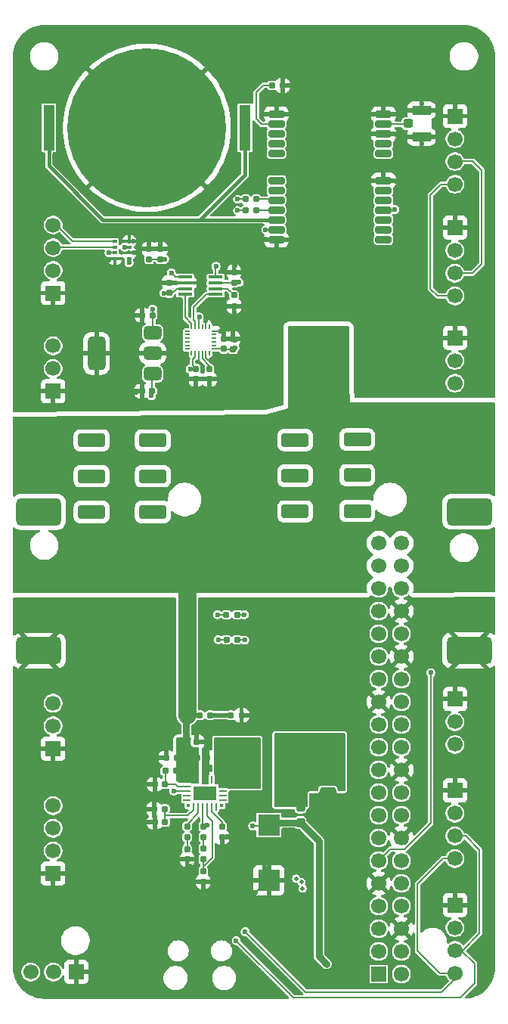
<source format=gbr>
%TF.GenerationSoftware,KiCad,Pcbnew,9.0.2*%
%TF.CreationDate,2025-07-10T20:26:42+02:00*%
%TF.ProjectId,pcb,7063622e-6b69-4636-9164-5f7063625858,rev?*%
%TF.SameCoordinates,Original*%
%TF.FileFunction,Copper,L1,Top*%
%TF.FilePolarity,Positive*%
%FSLAX46Y46*%
G04 Gerber Fmt 4.6, Leading zero omitted, Abs format (unit mm)*
G04 Created by KiCad (PCBNEW 9.0.2) date 2025-07-10 20:26:42*
%MOMM*%
%LPD*%
G01*
G04 APERTURE LIST*
G04 Aperture macros list*
%AMRoundRect*
0 Rectangle with rounded corners*
0 $1 Rounding radius*
0 $2 $3 $4 $5 $6 $7 $8 $9 X,Y pos of 4 corners*
0 Add a 4 corners polygon primitive as box body*
4,1,4,$2,$3,$4,$5,$6,$7,$8,$9,$2,$3,0*
0 Add four circle primitives for the rounded corners*
1,1,$1+$1,$2,$3*
1,1,$1+$1,$4,$5*
1,1,$1+$1,$6,$7*
1,1,$1+$1,$8,$9*
0 Add four rect primitives between the rounded corners*
20,1,$1+$1,$2,$3,$4,$5,0*
20,1,$1+$1,$4,$5,$6,$7,0*
20,1,$1+$1,$6,$7,$8,$9,0*
20,1,$1+$1,$8,$9,$2,$3,0*%
G04 Aperture macros list end*
%TA.AperFunction,SMDPad,CuDef*%
%ADD10RoundRect,0.155000X-0.212500X-0.155000X0.212500X-0.155000X0.212500X0.155000X-0.212500X0.155000X0*%
%TD*%
%TA.AperFunction,SMDPad,CuDef*%
%ADD11RoundRect,0.160000X0.197500X0.160000X-0.197500X0.160000X-0.197500X-0.160000X0.197500X-0.160000X0*%
%TD*%
%TA.AperFunction,SMDPad,CuDef*%
%ADD12RoundRect,0.250000X-0.465000X-2.500000X0.465000X-2.500000X0.465000X2.500000X-0.465000X2.500000X0*%
%TD*%
%TA.AperFunction,SMDPad,CuDef*%
%ADD13RoundRect,0.225000X1.275000X0.525000X-1.275000X0.525000X-1.275000X-0.525000X1.275000X-0.525000X0*%
%TD*%
%TA.AperFunction,SMDPad,CuDef*%
%ADD14RoundRect,0.160000X-0.197500X-0.160000X0.197500X-0.160000X0.197500X0.160000X-0.197500X0.160000X0*%
%TD*%
%TA.AperFunction,SMDPad,CuDef*%
%ADD15RoundRect,0.450000X2.050000X1.050000X-2.050000X1.050000X-2.050000X-1.050000X2.050000X-1.050000X0*%
%TD*%
%TA.AperFunction,ComponentPad*%
%ADD16R,1.700000X1.700000*%
%TD*%
%TA.AperFunction,ComponentPad*%
%ADD17C,1.700000*%
%TD*%
%TA.AperFunction,SMDPad,CuDef*%
%ADD18RoundRect,0.160000X-0.160000X0.197500X-0.160000X-0.197500X0.160000X-0.197500X0.160000X0.197500X0*%
%TD*%
%TA.AperFunction,SMDPad,CuDef*%
%ADD19RoundRect,0.250000X-0.650000X0.412500X-0.650000X-0.412500X0.650000X-0.412500X0.650000X0.412500X0*%
%TD*%
%TA.AperFunction,SMDPad,CuDef*%
%ADD20RoundRect,0.200000X0.700000X0.200000X-0.700000X0.200000X-0.700000X-0.200000X0.700000X-0.200000X0*%
%TD*%
%TA.AperFunction,SMDPad,CuDef*%
%ADD21RoundRect,0.155000X0.212500X0.155000X-0.212500X0.155000X-0.212500X-0.155000X0.212500X-0.155000X0*%
%TD*%
%TA.AperFunction,SMDPad,CuDef*%
%ADD22RoundRect,0.375000X0.625000X0.375000X-0.625000X0.375000X-0.625000X-0.375000X0.625000X-0.375000X0*%
%TD*%
%TA.AperFunction,SMDPad,CuDef*%
%ADD23RoundRect,0.500000X0.500000X1.400000X-0.500000X1.400000X-0.500000X-1.400000X0.500000X-1.400000X0*%
%TD*%
%TA.AperFunction,SMDPad,CuDef*%
%ADD24R,1.600000X0.300000*%
%TD*%
%TA.AperFunction,SMDPad,CuDef*%
%ADD25RoundRect,0.155000X-0.155000X0.212500X-0.155000X-0.212500X0.155000X-0.212500X0.155000X0.212500X0*%
%TD*%
%TA.AperFunction,SMDPad,CuDef*%
%ADD26RoundRect,0.155000X0.155000X-0.212500X0.155000X0.212500X-0.155000X0.212500X-0.155000X-0.212500X0*%
%TD*%
%TA.AperFunction,SMDPad,CuDef*%
%ADD27RoundRect,0.050000X-0.225000X-0.050000X0.225000X-0.050000X0.225000X0.050000X-0.225000X0.050000X0*%
%TD*%
%TA.AperFunction,SMDPad,CuDef*%
%ADD28RoundRect,0.050000X0.050000X-0.225000X0.050000X0.225000X-0.050000X0.225000X-0.050000X-0.225000X0*%
%TD*%
%TA.AperFunction,SMDPad,CuDef*%
%ADD29RoundRect,0.250000X-0.275000X-0.250000X0.275000X-0.250000X0.275000X0.250000X-0.275000X0.250000X0*%
%TD*%
%TA.AperFunction,SMDPad,CuDef*%
%ADD30RoundRect,0.250000X-0.850000X-0.275000X0.850000X-0.275000X0.850000X0.275000X-0.850000X0.275000X0*%
%TD*%
%TA.AperFunction,SMDPad,CuDef*%
%ADD31R,1.270000X5.080000*%
%TD*%
%TA.AperFunction,SMDPad,CuDef*%
%ADD32C,17.800000*%
%TD*%
%TA.AperFunction,SMDPad,CuDef*%
%ADD33R,2.450000X2.350000*%
%TD*%
%TA.AperFunction,SMDPad,CuDef*%
%ADD34RoundRect,0.237500X-0.237500X0.287500X-0.237500X-0.287500X0.237500X-0.287500X0.237500X0.287500X0*%
%TD*%
%TA.AperFunction,SMDPad,CuDef*%
%ADD35R,0.500000X0.350000*%
%TD*%
%TA.AperFunction,ComponentPad*%
%ADD36RoundRect,1.500000X1.500000X1.500000X-1.500000X1.500000X-1.500000X-1.500000X1.500000X-1.500000X0*%
%TD*%
%TA.AperFunction,ComponentPad*%
%ADD37C,6.000000*%
%TD*%
%TA.AperFunction,SMDPad,CuDef*%
%ADD38R,0.254000X0.863600*%
%TD*%
%TA.AperFunction,SMDPad,CuDef*%
%ADD39R,0.863600X0.254000*%
%TD*%
%TA.AperFunction,SMDPad,CuDef*%
%ADD40R,2.650000X1.650000*%
%TD*%
%TA.AperFunction,SMDPad,CuDef*%
%ADD41R,0.375000X0.375000*%
%TD*%
%TA.AperFunction,ViaPad*%
%ADD42C,0.600000*%
%TD*%
%TA.AperFunction,ViaPad*%
%ADD43C,0.500000*%
%TD*%
%TA.AperFunction,Conductor*%
%ADD44C,0.200000*%
%TD*%
%TA.AperFunction,Conductor*%
%ADD45C,0.500000*%
%TD*%
%TA.AperFunction,Conductor*%
%ADD46C,2.000000*%
%TD*%
%TA.AperFunction,Conductor*%
%ADD47C,0.750000*%
%TD*%
%TA.AperFunction,Conductor*%
%ADD48C,0.400000*%
%TD*%
G04 APERTURE END LIST*
D10*
%TO.P,C703,1*%
%TO.N,+BATT*%
X144115000Y-134500000D03*
%TO.P,C703,2*%
%TO.N,GND*%
X145250000Y-134500000D03*
%TD*%
D11*
%TO.P,R714,1*%
%TO.N,/aRGB_ws2812b/GPIO (aRGB front)*%
X148597500Y-118500000D03*
%TO.P,R714,2*%
%TO.N,Net-(J718-Pin_2)*%
X147402500Y-118500000D03*
%TD*%
D12*
%TO.P,L701,1,1*%
%TO.N,/Buck_converter/+SW*%
X150210000Y-135000000D03*
%TO.P,L701,2,2*%
%TO.N,/Buck_converter/+SW_1*%
X154250000Y-135000000D03*
%TD*%
D11*
%TO.P,R705,1*%
%TO.N,+BATT*%
X141750000Y-136000000D03*
%TO.P,R705,2*%
%TO.N,Net-(IC701-SVIN)*%
X140555000Y-136000000D03*
%TD*%
D13*
%TO.P,J721,1,Pin_1*%
%TO.N,GND*%
X132300000Y-107000000D03*
%TO.P,J721,2,Pin_2*%
%TO.N,Net-(J720-Pin_2)*%
X132300000Y-103000000D03*
%TO.P,J721,3,Pin_3*%
%TO.N,+5V*%
X132300000Y-99000000D03*
%TD*%
D14*
%TO.P,R701,1*%
%TO.N,+BATT*%
X144402500Y-129750000D03*
%TO.P,R701,2*%
%TO.N,Net-(A701-GPIO26_ADC0)*%
X145597500Y-129750000D03*
%TD*%
D15*
%TO.P,J716,1,Pin_1*%
%TO.N,GND*%
X126400000Y-122540000D03*
%TO.P,J716,2,Pin_2*%
%TO.N,+BATT*%
X126400000Y-114540000D03*
%TD*%
%TO.P,J711,1,Pin_1*%
%TO.N,GND*%
X126400000Y-107000000D03*
%TO.P,J711,2,Pin_2*%
%TO.N,+BATT*%
X126400000Y-99000000D03*
%TD*%
D13*
%TO.P,J719,1,Pin_1*%
%TO.N,GND*%
X155100000Y-106950000D03*
%TO.P,J719,2,Pin_2*%
%TO.N,Net-(J718-Pin_2)*%
X155100000Y-102950000D03*
%TO.P,J719,3,Pin_3*%
%TO.N,+5V*%
X155100000Y-98950000D03*
%TD*%
D16*
%TO.P,J706,1,Pin_1*%
%TO.N,GND*%
X173000000Y-75190000D03*
D17*
%TO.P,J706,2,Pin_2*%
%TO.N,+3.3V*%
X173000000Y-77730000D03*
%TO.P,J706,3,Pin_3*%
%TO.N,/Barometer/SDI (SDA)*%
X173000000Y-80270000D03*
%TO.P,J706,4,Pin_4*%
%TO.N,/Barometer/SCK (SCL)*%
X173000000Y-82810000D03*
%TD*%
D18*
%TO.P,R709,1*%
%TO.N,Net-(IC701-PGFB)*%
X144800000Y-147200000D03*
%TO.P,R709,2*%
%TO.N,GND*%
X144800000Y-148395000D03*
%TD*%
D16*
%TO.P,J713,1,Pin_1*%
%TO.N,GND*%
X173000000Y-87500000D03*
D17*
%TO.P,J713,2,Pin_2*%
%TO.N,unconnected-(J713-Pin_2-Pad2)*%
X173000000Y-90040000D03*
%TO.P,J713,3,Pin_3*%
%TO.N,/ESC/SIG2*%
X173000000Y-92580000D03*
%TD*%
D19*
%TO.P,C707,1*%
%TO.N,/Buck_converter/+SW_1*%
X158750000Y-135387500D03*
%TO.P,C707,2*%
%TO.N,GND*%
X158750000Y-138512500D03*
%TD*%
D20*
%TO.P,U705,1,~{SAFEBOOT}*%
%TO.N,unconnected-(U705-~{SAFEBOOT}-Pad1)*%
X165000000Y-76500000D03*
%TO.P,U705,2,D_SEL*%
%TO.N,unconnected-(U705-D_SEL-Pad2)*%
X165000000Y-75400000D03*
%TO.P,U705,3,TIMEPULSE*%
%TO.N,unconnected-(U705-TIMEPULSE-Pad3)*%
X165000000Y-74300000D03*
%TO.P,U705,4,EXTINT*%
%TO.N,/GPS/EXTINT*%
X165000000Y-73200000D03*
%TO.P,U705,5,USB_DM*%
%TO.N,unconnected-(U705-USB_DM-Pad5)*%
X165000000Y-72100000D03*
%TO.P,U705,6,USB_DP*%
%TO.N,unconnected-(U705-USB_DP-Pad6)*%
X165000000Y-71000000D03*
%TO.P,U705,7,VDD_USB*%
%TO.N,GND*%
X165000000Y-69900000D03*
%TO.P,U705,8,~{RESET}*%
%TO.N,unconnected-(U705-~{RESET}-Pad8)*%
X165000000Y-66900000D03*
%TO.P,U705,9,VCC_RF*%
%TO.N,unconnected-(U705-VCC_RF-Pad9)*%
X165000000Y-65800000D03*
%TO.P,U705,10,GND*%
%TO.N,GND*%
X165000000Y-64700000D03*
%TO.P,U705,11,RF_IN*%
%TO.N,Net-(J703-In)*%
X165000000Y-63600000D03*
%TO.P,U705,12,GND*%
%TO.N,GND*%
X165000000Y-62500000D03*
%TO.P,U705,13,GND*%
X153000000Y-62500000D03*
%TO.P,U705,14,LNA_EN*%
%TO.N,Net-(U705-LNA_EN)*%
X153000000Y-63600000D03*
%TO.P,U705,15,RESERVED*%
%TO.N,unconnected-(U705-RESERVED-Pad15)*%
X153000000Y-64700000D03*
%TO.P,U705,16,RESERVED*%
%TO.N,unconnected-(U705-RESERVED-Pad16)*%
X153000000Y-65800000D03*
%TO.P,U705,17,RESERVED*%
%TO.N,unconnected-(U705-RESERVED-Pad17)*%
X153000000Y-66900000D03*
%TO.P,U705,18,SDA/~{SPI_CS}*%
%TO.N,unconnected-(U705-SDA{slash}~{SPI_CS}-Pad18)*%
X153000000Y-69900000D03*
%TO.P,U705,19,SCL/SPI_CLK*%
%TO.N,unconnected-(U705-SCL{slash}SPI_CLK-Pad19)*%
X153000000Y-71000000D03*
%TO.P,U705,20,TXD/SPI_MISO*%
%TO.N,Net-(U705-TXD{slash}SPI_MISO)*%
X153000000Y-72100000D03*
%TO.P,U705,21,RXD/SPI_MOSI*%
%TO.N,Net-(U705-RXD{slash}SPI_MOSI)*%
X153000000Y-73200000D03*
%TO.P,U705,22,V_BCKP*%
%TO.N,Net-(BT702-+)*%
X153000000Y-74300000D03*
%TO.P,U705,23,VCC*%
%TO.N,+3.3V*%
X153000000Y-75400000D03*
%TO.P,U705,24,GND*%
%TO.N,GND*%
X153000000Y-76500000D03*
%TD*%
D21*
%TO.P,C705,1*%
%TO.N,Net-(IC701-SET)*%
X140500000Y-141750000D03*
%TO.P,C705,2*%
%TO.N,GND*%
X139365000Y-141750000D03*
%TD*%
%TO.P,C713,1*%
%TO.N,+3.3V*%
X139067500Y-93500000D03*
%TO.P,C713,2*%
%TO.N,GND*%
X137932500Y-93500000D03*
%TD*%
D18*
%TO.P,R708,1*%
%TO.N,Net-(R707-Pad2)*%
X144800000Y-144700000D03*
%TO.P,R708,2*%
%TO.N,Net-(IC701-PGFB)*%
X144800000Y-145895000D03*
%TD*%
D21*
%TO.P,C704,1*%
%TO.N,+BATT*%
X141817500Y-134500000D03*
%TO.P,C704,2*%
%TO.N,GND*%
X140682500Y-134500000D03*
%TD*%
D16*
%TO.P,J704,1,Pin_1*%
%TO.N,GND*%
X128000000Y-82500000D03*
D17*
%TO.P,J704,2,Pin_2*%
%TO.N,+3.3V*%
X128000000Y-79960000D03*
%TO.P,J704,3,Pin_3*%
%TO.N,/Barometer/SDI (SDA)*%
X128000000Y-77420000D03*
%TO.P,J704,4,Pin_4*%
%TO.N,/Barometer/SCK (SCL)*%
X128000000Y-74880000D03*
%TD*%
D16*
%TO.P,J708,1,Pin_1*%
%TO.N,GND*%
X173000000Y-151000000D03*
D17*
%TO.P,J708,2,Pin_2*%
%TO.N,+3.3V*%
X173000000Y-153540000D03*
%TO.P,J708,3,Pin_3*%
%TO.N,/Barometer/SDI (SDA)*%
X173000000Y-156080000D03*
%TO.P,J708,4,Pin_4*%
%TO.N,/Barometer/SCK (SCL)*%
X173000000Y-158620000D03*
%TD*%
D21*
%TO.P,C706,1*%
%TO.N,Net-(IC701-SVIN)*%
X140500000Y-137500000D03*
%TO.P,C706,2*%
%TO.N,GND*%
X139365000Y-137500000D03*
%TD*%
D22*
%TO.P,U703,1,IN*%
%TO.N,+3.3V*%
X139150000Y-91550000D03*
%TO.P,U703,2,GND*%
%TO.N,GND*%
X139150000Y-89250000D03*
D23*
X132850000Y-89250000D03*
D22*
%TO.P,U703,3,OUT*%
%TO.N,+1V8*%
X139150000Y-86950000D03*
%TD*%
D16*
%TO.P,J707,1,Pin_1*%
%TO.N,GND*%
X173000000Y-138190000D03*
D17*
%TO.P,J707,2,Pin_2*%
%TO.N,+3.3V*%
X173000000Y-140730000D03*
%TO.P,J707,3,Pin_3*%
%TO.N,/Barometer/SDI (SDA)*%
X173000000Y-143270000D03*
%TO.P,J707,4,Pin_4*%
%TO.N,/Barometer/SCK (SCL)*%
X173000000Y-145810000D03*
%TD*%
D10*
%TO.P,C701,1*%
%TO.N,+BATT*%
X142932500Y-132750000D03*
%TO.P,C701,2*%
%TO.N,GND*%
X144067500Y-132750000D03*
%TD*%
D11*
%TO.P,R704,1*%
%TO.N,Net-(IC701-SET)*%
X140500000Y-140250000D03*
%TO.P,R704,2*%
%TO.N,GND*%
X139305000Y-140250000D03*
%TD*%
D24*
%TO.P,U702,1,B2*%
%TO.N,/IMU/SDA*%
X142800000Y-80700000D03*
%TO.P,U702,2,GND*%
%TO.N,GND*%
X142800000Y-81350000D03*
%TO.P,U702,3,VCCA*%
%TO.N,+1V8*%
X142800000Y-82000000D03*
%TO.P,U702,4,A2*%
%TO.N,Net-(U702-A2)*%
X142800000Y-82650000D03*
%TO.P,U702,5,A1*%
%TO.N,Net-(U702-A1)*%
X146200000Y-82650000D03*
%TO.P,U702,6,OE*%
%TO.N,Net-(U702-OE)*%
X146200000Y-82000000D03*
%TO.P,U702,7,VCCB*%
%TO.N,+3.3V*%
X146200000Y-81350000D03*
%TO.P,U702,8,B1*%
%TO.N,/IMU/SCL*%
X146200000Y-80700000D03*
%TD*%
D16*
%TO.P,J710,1,Pin_1*%
%TO.N,GND*%
X128000000Y-93500000D03*
D17*
%TO.P,J710,2,Pin_2*%
%TO.N,unconnected-(J710-Pin_2-Pad2)*%
X128000000Y-90960000D03*
%TO.P,J710,3,Pin_3*%
%TO.N,/ESC/SIG1*%
X128000000Y-88420000D03*
%TD*%
D15*
%TO.P,J712,1,Pin_1*%
%TO.N,GND*%
X174600000Y-106970000D03*
%TO.P,J712,2,Pin_2*%
%TO.N,+BATT*%
X174600000Y-98970000D03*
%TD*%
D25*
%TO.P,C702,1*%
%TO.N,Net-(C702-Pad1)*%
X143000000Y-144732500D03*
%TO.P,C702,2*%
%TO.N,GND*%
X143000000Y-145867500D03*
%TD*%
D26*
%TO.P,C711,1*%
%TO.N,+3.3V*%
X140000000Y-78700380D03*
%TO.P,C711,2*%
%TO.N,GND*%
X140000000Y-77565380D03*
%TD*%
D27*
%TO.P,U704,1,NC*%
%TO.N,unconnected-(U704-NC-Pad1)*%
X143000000Y-86750000D03*
%TO.P,U704,2,NC*%
%TO.N,unconnected-(U704-NC-Pad2)*%
X143000000Y-87150000D03*
%TO.P,U704,3,NC*%
%TO.N,unconnected-(U704-NC-Pad3)*%
X143000000Y-87550000D03*
%TO.P,U704,4,NC*%
%TO.N,unconnected-(U704-NC-Pad4)*%
X143000000Y-87950000D03*
%TO.P,U704,5,NC*%
%TO.N,unconnected-(U704-NC-Pad5)*%
X143000000Y-88350000D03*
%TO.P,U704,6,NC*%
%TO.N,unconnected-(U704-NC-Pad6)*%
X143000000Y-88750000D03*
D28*
%TO.P,U704,7,AUX_CL*%
%TO.N,unconnected-(U704-AUX_CL-Pad7)*%
X143500000Y-89250000D03*
%TO.P,U704,8,VDDIO*%
%TO.N,+1V8*%
X143900000Y-89250000D03*
%TO.P,U704,9,SDO/AD0*%
%TO.N,GND*%
X144300000Y-89250000D03*
%TO.P,U704,10,REGOUT*%
%TO.N,Net-(U704-REGOUT)*%
X144700000Y-89250000D03*
%TO.P,U704,11,FSYNC*%
%TO.N,GND*%
X145100000Y-89250000D03*
%TO.P,U704,12,INT1*%
%TO.N,/IMU/INT*%
X145500000Y-89250000D03*
D27*
%TO.P,U704,13,VDD*%
%TO.N,+3.3V*%
X146000000Y-88750000D03*
%TO.P,U704,14,NC*%
%TO.N,unconnected-(U704-NC-Pad14)*%
X146000000Y-88350000D03*
%TO.P,U704,15,NC*%
%TO.N,unconnected-(U704-NC-Pad15)*%
X146000000Y-87950000D03*
%TO.P,U704,16,NC*%
%TO.N,unconnected-(U704-NC-Pad16)*%
X146000000Y-87550000D03*
%TO.P,U704,17,NC*%
%TO.N,unconnected-(U704-NC-Pad17)*%
X146000000Y-87150000D03*
%TO.P,U704,18,GND*%
%TO.N,GND*%
X146000000Y-86750000D03*
D28*
%TO.P,U704,19,RESV*%
%TO.N,unconnected-(U704-RESV-Pad19)*%
X145500000Y-86250000D03*
%TO.P,U704,20,GND*%
%TO.N,GND*%
X145100000Y-86250000D03*
%TO.P,U704,21,AUX_DA*%
%TO.N,unconnected-(U704-AUX_DA-Pad21)*%
X144700000Y-86250000D03*
%TO.P,U704,22,~{CS}*%
%TO.N,+1V8*%
X144300000Y-86250000D03*
%TO.P,U704,23,SCL/SCLK*%
%TO.N,Net-(U702-A1)*%
X143900000Y-86250000D03*
%TO.P,U704,24,SDA/SDI*%
%TO.N,Net-(U702-A2)*%
X143500000Y-86250000D03*
%TD*%
D14*
%TO.P,R712,1*%
%TO.N,/GPS/RXD*%
X149555000Y-73250000D03*
%TO.P,R712,2*%
%TO.N,Net-(U705-RXD{slash}SPI_MOSI)*%
X150750000Y-73250000D03*
%TD*%
D16*
%TO.P,J717,1,Pin_1*%
%TO.N,GND*%
X128000000Y-133500000D03*
D17*
%TO.P,J717,2,Pin_2*%
%TO.N,unconnected-(J717-Pin_2-Pad2)*%
X128000000Y-130960000D03*
%TO.P,J717,3,Pin_3*%
%TO.N,/ESC/SIG4*%
X128000000Y-128420000D03*
%TD*%
D14*
%TO.P,R702,1*%
%TO.N,Net-(A701-GPIO26_ADC0)*%
X147902500Y-129750000D03*
%TO.P,R702,2*%
%TO.N,GND*%
X149097500Y-129750000D03*
%TD*%
D16*
%TO.P,J705,1,Pin_1*%
%TO.N,GND*%
X173000000Y-62690000D03*
D17*
%TO.P,J705,2,Pin_2*%
%TO.N,+3.3V*%
X173000000Y-65230000D03*
%TO.P,J705,3,Pin_3*%
%TO.N,/Barometer/SDI (SDA)*%
X173000000Y-67770000D03*
%TO.P,J705,4,Pin_4*%
%TO.N,/Barometer/SCK (SCL)*%
X173000000Y-70310000D03*
%TD*%
D25*
%TO.P,C716,1*%
%TO.N,+1V8*%
X144000000Y-91000000D03*
%TO.P,C716,2*%
%TO.N,GND*%
X144000000Y-92135000D03*
%TD*%
D18*
%TO.P,R706,1*%
%TO.N,Net-(IC701-RT)*%
X146900000Y-142200000D03*
%TO.P,R706,2*%
%TO.N,GND*%
X146900000Y-143395000D03*
%TD*%
D16*
%TO.P,J702,1,Pin_1*%
%TO.N,GND*%
X130580000Y-158500000D03*
D17*
%TO.P,J702,2,Pin_2*%
%TO.N,+3.3V*%
X128040000Y-158500000D03*
%TO.P,J702,3,Pin_3*%
%TO.N,Net-(A701-GPIO1)*%
X125500000Y-158500000D03*
%TD*%
D13*
%TO.P,J720,1,Pin_1*%
%TO.N,GND*%
X162050000Y-106900000D03*
%TO.P,J720,2,Pin_2*%
%TO.N,Net-(J720-Pin_2)*%
X162050000Y-102900000D03*
%TO.P,J720,3,Pin_3*%
%TO.N,+5V*%
X162050000Y-98900000D03*
%TD*%
D16*
%TO.P,J715,1,Pin_1*%
%TO.N,GND*%
X173000000Y-127960000D03*
D17*
%TO.P,J715,2,Pin_2*%
%TO.N,unconnected-(J715-Pin_2-Pad2)*%
X173000000Y-130500000D03*
%TO.P,J715,3,Pin_3*%
%TO.N,/ESC/SIG3*%
X173000000Y-133040000D03*
%TD*%
D21*
%TO.P,C715,1*%
%TO.N,+1V8*%
X139117500Y-85000000D03*
%TO.P,C715,2*%
%TO.N,GND*%
X137982500Y-85000000D03*
%TD*%
D13*
%TO.P,J718,1,Pin_1*%
%TO.N,GND*%
X139150000Y-107000000D03*
%TO.P,J718,2,Pin_2*%
%TO.N,Net-(J718-Pin_2)*%
X139150000Y-103000000D03*
%TO.P,J718,3,Pin_3*%
%TO.N,+5V*%
X139150000Y-99000000D03*
%TD*%
D29*
%TO.P,J703,1,In*%
%TO.N,Net-(J703-In)*%
X167725000Y-63525000D03*
D30*
%TO.P,J703,2,Ext*%
%TO.N,GND*%
X169250000Y-62050000D03*
X169250000Y-65000000D03*
%TD*%
D11*
%TO.P,R715,1*%
%TO.N,/aRGB_ws2812b/GPIO (aRGB back)*%
X148600000Y-121300000D03*
%TO.P,R715,2*%
%TO.N,Net-(J720-Pin_2)*%
X147405000Y-121300000D03*
%TD*%
D26*
%TO.P,C710,1*%
%TO.N,+3.3V*%
X138750000Y-78700380D03*
%TO.P,C710,2*%
%TO.N,GND*%
X138750000Y-77565380D03*
%TD*%
%TO.P,C717,1*%
%TO.N,+3.3V*%
X147100000Y-88750000D03*
%TO.P,C717,2*%
%TO.N,GND*%
X147100000Y-87615000D03*
%TD*%
D31*
%TO.P,BT702,1,+*%
%TO.N,Net-(BT702-+)*%
X149485000Y-64000000D03*
X127515000Y-64000000D03*
D32*
%TO.P,BT702,2,-*%
%TO.N,GND*%
X138500000Y-64000000D03*
%TD*%
D26*
%TO.P,C719,1*%
%TO.N,+3.3V*%
X148150000Y-88767500D03*
%TO.P,C719,2*%
%TO.N,GND*%
X148150000Y-87632500D03*
%TD*%
D25*
%TO.P,C718,1*%
%TO.N,Net-(U704-REGOUT)*%
X145500000Y-91000000D03*
%TO.P,C718,2*%
%TO.N,GND*%
X145500000Y-92135000D03*
%TD*%
D16*
%TO.P,J709,1,Pin_1*%
%TO.N,GND*%
X128000000Y-147500000D03*
D17*
%TO.P,J709,2,Pin_2*%
%TO.N,+3.3V*%
X128000000Y-144960000D03*
%TO.P,J709,3,Pin_3*%
%TO.N,/Barometer/SDI (SDA)*%
X128000000Y-142420000D03*
%TO.P,J709,4,Pin_4*%
%TO.N,/Barometer/SCK (SCL)*%
X128000000Y-139880000D03*
%TD*%
D33*
%TO.P,C709,1*%
%TO.N,+5V*%
X152150000Y-142050000D03*
%TO.P,C709,2*%
%TO.N,GND*%
X152150000Y-148250000D03*
%TD*%
D34*
%TO.P,L702,1,1*%
%TO.N,/Buck_converter/+SW_1*%
X155700000Y-140025000D03*
%TO.P,L702,2,2*%
%TO.N,+5V*%
X155700000Y-141775000D03*
%TD*%
D16*
%TO.P,J701,1,3V3*%
%TO.N,unconnected-(J701-3V3-Pad1)_1*%
X164460000Y-158740000D03*
D17*
%TO.P,J701,2,5V*%
%TO.N,+5V*%
X167000000Y-158740000D03*
%TO.P,J701,3,SDA_I2C1/GPIO02*%
%TO.N,unconnected-(J701-SDA_I2C1{slash}GPIO02-Pad3)*%
X164460000Y-156200000D03*
%TO.P,J701,4,5V*%
%TO.N,+5V*%
X167000000Y-156200000D03*
%TO.P,J701,5,SCL_I2C1/GPIO03*%
%TO.N,unconnected-(J701-SCL_I2C1{slash}GPIO03-Pad5)*%
X164460000Y-153660000D03*
%TO.P,J701,6,GND*%
%TO.N,GND*%
X167000000Y-153660000D03*
%TO.P,J701,7,GPCLK0/GPIO04*%
%TO.N,unconnected-(J701-GPCLK0{slash}GPIO04-Pad7)*%
X164460000Y-151120000D03*
%TO.P,J701,8,GPIO14/UART_TXD*%
%TO.N,/GPS/RXD*%
X167000000Y-151120000D03*
%TO.P,J701,9,GND*%
%TO.N,GND*%
X164460000Y-148580000D03*
%TO.P,J701,10,GPIO15/UART_RXD*%
%TO.N,/GPS/TXD*%
X167000000Y-148580000D03*
%TO.P,J701,11,GPIO17/SPI1_~{CE1}*%
%TO.N,/GPS/EXTINT*%
X164460000Y-146040000D03*
%TO.P,J701,12,GPIO18/SPI1_~{CE0}/PCM_CLK/PWM0*%
%TO.N,unconnected-(J701-GPIO18{slash}SPI1_~{CE0}{slash}PCM_CLK{slash}PWM0-Pad12)*%
X167000000Y-146040000D03*
%TO.P,J701,13,GPIO27/SDIO_DAT3*%
%TO.N,unconnected-(J701-GPIO27{slash}SDIO_DAT3-Pad13)*%
X164460000Y-143500000D03*
%TO.P,J701,14,GND*%
%TO.N,GND*%
X167000000Y-143500000D03*
%TO.P,J701,15,GPIO22/SDIO_CLK*%
%TO.N,unconnected-(J701-GPIO22{slash}SDIO_CLK-Pad15)*%
X164460000Y-140960000D03*
%TO.P,J701,16,GPIO23/SDIO_CMD*%
%TO.N,unconnected-(J701-GPIO23{slash}SDIO_CMD-Pad16)*%
X167000000Y-140960000D03*
%TO.P,J701,17,3V3*%
%TO.N,unconnected-(J701-3V3-Pad1)*%
X164460000Y-138420000D03*
%TO.P,J701,18,GPIO24/SDIO_DAT0*%
%TO.N,unconnected-(J701-GPIO24{slash}SDIO_DAT0-Pad18)*%
X167000000Y-138420000D03*
%TO.P,J701,19,MOSI_SPI0/GPIO10*%
%TO.N,unconnected-(J701-MOSI_SPI0{slash}GPIO10-Pad19)*%
X164460000Y-135880000D03*
%TO.P,J701,20,GND*%
%TO.N,GND*%
X167000000Y-135880000D03*
%TO.P,J701,21,MISO_SPI0/GPIO09*%
%TO.N,unconnected-(J701-MISO_SPI0{slash}GPIO09-Pad21)*%
X164460000Y-133340000D03*
%TO.P,J701,22,GPIO25/SDIO_DAT1*%
%TO.N,unconnected-(J701-GPIO25{slash}SDIO_DAT1-Pad22)*%
X167000000Y-133340000D03*
%TO.P,J701,23,SCLK_SPI0/GPIO11*%
%TO.N,unconnected-(J701-SCLK_SPI0{slash}GPIO11-Pad23)*%
X164460000Y-130800000D03*
%TO.P,J701,24,~{CE0}_SPI0/GPIO08*%
%TO.N,unconnected-(J701-~{CE0}_SPI0{slash}GPIO08-Pad24)*%
X167000000Y-130800000D03*
%TO.P,J701,25,GND*%
%TO.N,GND*%
X164460000Y-128260000D03*
%TO.P,J701,26,~{CE1}_SPI0/GPIO07*%
%TO.N,unconnected-(J701-~{CE1}_SPI0{slash}GPIO07-Pad26)*%
X167000000Y-128260000D03*
%TO.P,J701,27,ID_SD_I2C0/GPIO00*%
%TO.N,Net-(A701-GPIO17)*%
X164460000Y-125720000D03*
%TO.P,J701,28,ID_SC_I2C0/GPIO01*%
%TO.N,Net-(A701-GPIO16)*%
X167000000Y-125720000D03*
%TO.P,J701,29,GPCLK1/GPIO05*%
%TO.N,unconnected-(J701-GPCLK1{slash}GPIO05-Pad29)*%
X164460000Y-123180000D03*
%TO.P,J701,30,GND*%
%TO.N,GND*%
X167000000Y-123180000D03*
%TO.P,J701,31,GPCLK2/GPIO06*%
%TO.N,unconnected-(J701-GPCLK2{slash}GPIO06-Pad31)*%
X164460000Y-120640000D03*
%TO.P,J701,32,GPIO12/PWM0*%
%TO.N,unconnected-(J701-GPIO12{slash}PWM0-Pad32)*%
X167000000Y-120640000D03*
%TO.P,J701,33,GPIO13/PWM1*%
%TO.N,unconnected-(J701-GPIO13{slash}PWM1-Pad33)*%
X164460000Y-118100000D03*
%TO.P,J701,34,GND*%
%TO.N,GND*%
X167000000Y-118100000D03*
%TO.P,J701,35,GPIO19/SPI1_MISO/PCM_FS*%
%TO.N,unconnected-(J701-GPIO19{slash}SPI1_MISO{slash}PCM_FS-Pad35)*%
X164460000Y-115560000D03*
%TO.P,J701,36,GPIO16/SPI1_~{CE2}*%
%TO.N,unconnected-(J701-GPIO16{slash}SPI1_~{CE2}-Pad36)*%
X167000000Y-115560000D03*
%TO.P,J701,37,GPIO26/SDIO_DAT2*%
%TO.N,unconnected-(J701-GPIO26{slash}SDIO_DAT2-Pad37)*%
X164460000Y-113020000D03*
%TO.P,J701,38,GPIO20/SPI1_MOSI/PCM_DIN/PWM1*%
%TO.N,unconnected-(J701-GPIO20{slash}SPI1_MOSI{slash}PCM_DIN{slash}PWM1-Pad38)*%
X167000000Y-113020000D03*
%TO.P,J701,39,GND*%
%TO.N,GND*%
X164460000Y-110480000D03*
%TO.P,J701,40,GPIO21/SPI1_SCLK/PCM_DOUT*%
%TO.N,unconnected-(J701-GPIO21{slash}SPI1_SCLK{slash}PCM_DOUT-Pad40)*%
X167000000Y-110480000D03*
%TD*%
D18*
%TO.P,R703,1*%
%TO.N,Net-(IC701-VC)*%
X143000000Y-142202500D03*
%TO.P,R703,2*%
%TO.N,Net-(C702-Pad1)*%
X143000000Y-143397500D03*
%TD*%
D14*
%TO.P,R711,1*%
%TO.N,/GPS/TXD*%
X149555000Y-72000000D03*
%TO.P,R711,2*%
%TO.N,Net-(U705-TXD{slash}SPI_MISO)*%
X150750000Y-72000000D03*
%TD*%
D35*
%TO.P,U701,1,GND*%
%TO.N,GND*%
X134900000Y-78650000D03*
%TO.P,U701,2,CSB*%
%TO.N,+3.3V*%
X134900000Y-78000000D03*
%TO.P,U701,3,SDI*%
%TO.N,/Barometer/SDI (SDA)*%
X134900000Y-77350000D03*
%TO.P,U701,4,SCK*%
%TO.N,/Barometer/SCK (SCL)*%
X134900000Y-76700000D03*
%TO.P,U701,5,SDO*%
%TO.N,GND*%
X136500000Y-76700000D03*
%TO.P,U701,6,VDDIO*%
%TO.N,+3.3V*%
X136500000Y-77350000D03*
%TO.P,U701,7,GND*%
%TO.N,GND*%
X136500000Y-78000000D03*
%TO.P,U701,8,VDD*%
%TO.N,+3.3V*%
X136500000Y-78650000D03*
%TD*%
D14*
%TO.P,R713,1*%
%TO.N,Net-(U705-LNA_EN)*%
X152500000Y-59250000D03*
%TO.P,R713,2*%
%TO.N,GND*%
X153695000Y-59250000D03*
%TD*%
D36*
%TO.P,BT701,1,+*%
%TO.N,GND*%
X165000000Y-89500000D03*
D37*
%TO.P,BT701,2,-*%
%TO.N,+BATT*%
X157800000Y-89500000D03*
%TD*%
D38*
%TO.P,IC701,1,SW*%
%TO.N,/Buck_converter/+SW*%
X146250000Y-136976000D03*
%TO.P,IC701,2,NC*%
%TO.N,unconnected-(IC701-NC-Pad2)*%
X145750001Y-136976000D03*
%TO.P,IC701,3,GND*%
%TO.N,GND*%
X145250000Y-136976000D03*
%TO.P,IC701,4,GND*%
X144750000Y-136976000D03*
%TO.P,IC701,5,PVIN*%
%TO.N,+BATT*%
X144249999Y-136976000D03*
%TO.P,IC701,6,PVIN*%
X143750000Y-136976000D03*
D39*
%TO.P,IC701,7,SVIN*%
%TO.N,Net-(IC701-SVIN)*%
X142980700Y-137749999D03*
%TO.P,IC701,8,EN/UVLO*%
%TO.N,+BATT*%
X142980700Y-138250000D03*
%TO.P,IC701,9,INTVCC*%
%TO.N,unconnected-(IC701-INTVCC-Pad9)*%
X142980700Y-138750000D03*
%TO.P,IC701,10,PHMODE*%
%TO.N,unconnected-(IC701-PHMODE-Pad10)*%
X142980700Y-139250001D03*
D38*
%TO.P,IC701,11,SET*%
%TO.N,Net-(IC701-SET)*%
X143750000Y-140024000D03*
%TO.P,IC701,12,VC*%
%TO.N,Net-(IC701-VC)*%
X144249999Y-140024000D03*
%TO.P,IC701,13,OUTS*%
%TO.N,+5V*%
X144750000Y-140024000D03*
%TO.P,IC701,14,PGFB*%
%TO.N,Net-(IC701-PGFB)*%
X145250000Y-140024000D03*
%TO.P,IC701,15,RT*%
%TO.N,Net-(IC701-RT)*%
X145750001Y-140024000D03*
%TO.P,IC701,16,PG*%
%TO.N,unconnected-(IC701-PG-Pad16)*%
X146250000Y-140024000D03*
D39*
%TO.P,IC701,17,SYNC/MODE*%
%TO.N,unconnected-(IC701-SYNC{slash}MODE-Pad17)*%
X147019300Y-139250001D03*
%TO.P,IC701,18,CLKOUT*%
%TO.N,unconnected-(IC701-CLKOUT-Pad18)*%
X147019300Y-138750000D03*
%TO.P,IC701,19,BST*%
%TO.N,unconnected-(IC701-BST-Pad19)*%
X147019300Y-138250000D03*
%TO.P,IC701,20,SW*%
%TO.N,/Buck_converter/+SW*%
X147019300Y-137749999D03*
D40*
%TO.P,IC701,21,GND*%
%TO.N,GND*%
X145000000Y-138500000D03*
D41*
%TO.P,IC701,22,CP*%
%TO.N,/Buck_converter/+SW*%
X146870000Y-137130000D03*
%TO.P,IC701,23,CP*%
%TO.N,+BATT*%
X143130000Y-137130000D03*
%TO.P,IC701,24,CP*%
%TO.N,unconnected-(IC701-CP-Pad24)*%
X143130000Y-139870000D03*
%TO.P,IC701,25,CP*%
%TO.N,unconnected-(IC701-CP-Pad25)*%
X146870000Y-139870000D03*
%TD*%
D26*
%TO.P,C712,1*%
%TO.N,+3.3V*%
X148250000Y-81317500D03*
%TO.P,C712,2*%
%TO.N,GND*%
X148250000Y-80182500D03*
%TD*%
D15*
%TO.P,J714,1,Pin_1*%
%TO.N,GND*%
X174600000Y-122500000D03*
%TO.P,J714,2,Pin_2*%
%TO.N,+BATT*%
X174600000Y-114500000D03*
%TD*%
D18*
%TO.P,R707,1*%
%TO.N,+5V*%
X144800000Y-142205000D03*
%TO.P,R707,2*%
%TO.N,Net-(R707-Pad2)*%
X144800000Y-143400000D03*
%TD*%
%TO.P,R710,1*%
%TO.N,Net-(U702-OE)*%
X148250000Y-82750000D03*
%TO.P,R710,2*%
%TO.N,GND*%
X148250000Y-83945000D03*
%TD*%
D26*
%TO.P,C714,1*%
%TO.N,+1V8*%
X141000000Y-82467500D03*
%TO.P,C714,2*%
%TO.N,GND*%
X141000000Y-81332500D03*
%TD*%
D42*
%TO.N,Net-(A701-GPIO26_ADC0)*%
X146750000Y-129750000D03*
%TO.N,/Barometer/SDI (SDA)*%
X148500000Y-155000000D03*
%TO.N,/Barometer/SCK (SCL)*%
X149500000Y-154000000D03*
%TO.N,/aRGB_ws2812b/GPIO (aRGB front)*%
X149400000Y-118500000D03*
%TO.N,+BATT*%
X124400000Y-100000000D03*
X176347000Y-115500000D03*
X172600000Y-114500000D03*
X176347000Y-113500000D03*
X173600000Y-99000000D03*
X175600000Y-100000000D03*
X175600000Y-99000000D03*
X127400000Y-115500000D03*
X173600000Y-114500000D03*
X126400000Y-98000000D03*
X127400000Y-113500000D03*
X173600000Y-115500000D03*
X176347000Y-114500000D03*
X125400000Y-99000000D03*
X128400000Y-98000000D03*
X176347000Y-99000000D03*
X124400000Y-113500000D03*
X124400000Y-99000000D03*
X126400000Y-115500000D03*
X125400000Y-100000000D03*
X172600000Y-115500000D03*
X176347000Y-100000000D03*
X143000000Y-134500000D03*
X141500000Y-138250000D03*
X174600000Y-114500000D03*
X125400000Y-115500000D03*
X172600000Y-98000000D03*
X124400000Y-115500000D03*
X126400000Y-99000000D03*
X176347000Y-98000000D03*
X128400000Y-99000000D03*
X126400000Y-114500000D03*
X173600000Y-100000000D03*
X128400000Y-115500000D03*
X173600000Y-113500000D03*
X127400000Y-114500000D03*
X127400000Y-100000000D03*
X125400000Y-98000000D03*
X126400000Y-113500000D03*
X127400000Y-99000000D03*
X175600000Y-114500000D03*
X128400000Y-113500000D03*
X175600000Y-98000000D03*
X172600000Y-113500000D03*
X174600000Y-113500000D03*
X128400000Y-100000000D03*
X175600000Y-115500000D03*
X174600000Y-115500000D03*
X125400000Y-114500000D03*
X172600000Y-100000000D03*
X127400000Y-98000000D03*
X126400000Y-100000000D03*
X128400000Y-114500000D03*
X172600000Y-99000000D03*
X175600000Y-113500000D03*
X174600000Y-99000000D03*
X124400000Y-114500000D03*
X125400000Y-113500000D03*
X173600000Y-98000000D03*
X174600000Y-98000000D03*
X174600000Y-100000000D03*
X124400000Y-98000000D03*
%TO.N,/aRGB_ws2812b/GPIO (aRGB back)*%
X149457500Y-121361061D03*
%TO.N,+5V*%
X157800000Y-152200000D03*
X156200000Y-99300000D03*
X140300000Y-99400000D03*
X138150000Y-98600000D03*
X157750000Y-156750000D03*
X157800000Y-151200000D03*
X138150000Y-99400000D03*
X156200000Y-98500000D03*
X160950000Y-98500000D03*
X160950000Y-99300000D03*
X150350000Y-142150000D03*
X140250000Y-98600000D03*
X133400000Y-99400000D03*
X158600000Y-157600000D03*
X145211739Y-142088261D03*
X133400000Y-98600000D03*
X154050000Y-98550000D03*
X154000000Y-99350000D03*
%TO.N,GND*%
X144800000Y-149400000D03*
X145400000Y-133100000D03*
X143300000Y-146600000D03*
X158750000Y-140350000D03*
X147500000Y-143350000D03*
X162900000Y-83250000D03*
X176347000Y-122500000D03*
X162400000Y-84000000D03*
X133400000Y-107400000D03*
X148350000Y-87800000D03*
X134250000Y-78800003D03*
X176347000Y-121500000D03*
X165400000Y-84000000D03*
X138500000Y-55750000D03*
X158250000Y-139600000D03*
X126400000Y-107000000D03*
X145550000Y-138900000D03*
X151650000Y-146800000D03*
X175600000Y-106950000D03*
X132300000Y-107400000D03*
X164900000Y-83250000D03*
X140550000Y-89250000D03*
X125400000Y-123500000D03*
X138500000Y-72000000D03*
X169250000Y-65800000D03*
X127400000Y-107000000D03*
X125400000Y-106000000D03*
X146750000Y-86750000D03*
X169250000Y-61250000D03*
X134500000Y-117300000D03*
X154100000Y-106500000D03*
X125400000Y-107000000D03*
X175600000Y-121500000D03*
X173600000Y-123500000D03*
X166400000Y-84000000D03*
X140350000Y-81350000D03*
X144800000Y-132750000D03*
X157750000Y-140350000D03*
X161000000Y-107300000D03*
X176347000Y-123500000D03*
X154500000Y-59250000D03*
X139250000Y-106600000D03*
X148250000Y-84695000D03*
X176347000Y-106950000D03*
X137050000Y-76700000D03*
X126400000Y-108000000D03*
X162100000Y-106500000D03*
X161000000Y-106500000D03*
X172600000Y-106950000D03*
X174600000Y-105950000D03*
X137100000Y-78000000D03*
X126400000Y-106000000D03*
X144500000Y-138000000D03*
X138150000Y-107400000D03*
X150250000Y-129750000D03*
X161150000Y-157300000D03*
X145400000Y-132350000D03*
X164400000Y-84000000D03*
X146000000Y-138550000D03*
X125400000Y-121500000D03*
X124400000Y-123500000D03*
X145096634Y-85597114D03*
X152350000Y-154225000D03*
X124400000Y-106000000D03*
X128400000Y-108000000D03*
X126400000Y-123500000D03*
X163200000Y-107300000D03*
X144450000Y-138900000D03*
X124400000Y-122500000D03*
X172600000Y-123500000D03*
X175600000Y-105950000D03*
X156025000Y-128825000D03*
X132850000Y-128825000D03*
X156200000Y-106500000D03*
X176347000Y-107950000D03*
X151750000Y-76450000D03*
X174600000Y-106950000D03*
X166900000Y-83250000D03*
X163400000Y-84000000D03*
X140682500Y-133900000D03*
X128400000Y-121500000D03*
X154100000Y-107300000D03*
X126400000Y-121500000D03*
X166500000Y-62500000D03*
X125400000Y-108000000D03*
X132800000Y-141525000D03*
X139250000Y-107400000D03*
X145500000Y-138050000D03*
X172600000Y-107950000D03*
X124400000Y-108000000D03*
X124400000Y-107000000D03*
X145250000Y-133850000D03*
X174600000Y-123500000D03*
X165900000Y-83250000D03*
X132850000Y-91600000D03*
X163900000Y-83250000D03*
X174600000Y-121500000D03*
X174600000Y-122500000D03*
X138000000Y-84350000D03*
X167400000Y-84000000D03*
X155100000Y-107300000D03*
X144700000Y-92150000D03*
X144000000Y-138550000D03*
X172600000Y-122500000D03*
X174600000Y-107950000D03*
X172600000Y-105950000D03*
X176347000Y-105950000D03*
X159750000Y-140350000D03*
X175600000Y-122500000D03*
X127400000Y-106000000D03*
X126400000Y-122500000D03*
X154100000Y-117315000D03*
X137250000Y-93600000D03*
X175600000Y-123500000D03*
X148334620Y-79402120D03*
X144067500Y-132150000D03*
X132300000Y-106600000D03*
X127400000Y-121500000D03*
X140250000Y-107400000D03*
X159600000Y-152450000D03*
X159250000Y-139600000D03*
X127400000Y-123500000D03*
X140250000Y-106600000D03*
X128400000Y-106000000D03*
X125400000Y-122500000D03*
X166500000Y-64750000D03*
D43*
X144220187Y-90175935D03*
D42*
X139350000Y-77550000D03*
X160250000Y-139600000D03*
X124400000Y-121500000D03*
D43*
X145619369Y-89970362D03*
D42*
X138150000Y-106600000D03*
X173600000Y-121500000D03*
X150700000Y-149600000D03*
X173600000Y-105950000D03*
X127400000Y-122500000D03*
X173600000Y-106950000D03*
X166500000Y-70000000D03*
X175600000Y-107950000D03*
X128400000Y-107000000D03*
X173600000Y-122500000D03*
X156200000Y-107300000D03*
X127400000Y-108000000D03*
X145050000Y-138550000D03*
X133315380Y-106684620D03*
X162100000Y-107300000D03*
X163200000Y-106500000D03*
X173600000Y-107950000D03*
X131200000Y-107400000D03*
X136650000Y-154225000D03*
X128400000Y-122500000D03*
X138750000Y-137500000D03*
X139305000Y-141000000D03*
X157550000Y-139600000D03*
X131200000Y-106600000D03*
X172600000Y-121500000D03*
X140000000Y-134500000D03*
X151500000Y-62500000D03*
X128400000Y-123500000D03*
X155100000Y-106500000D03*
D43*
%TO.N,+3.3V*%
X155200000Y-148050000D03*
D42*
X151800000Y-75400000D03*
D43*
X155800000Y-148400000D03*
D42*
X140500000Y-78700000D03*
X134250000Y-78000000D03*
X148800000Y-81300000D03*
D43*
X155950000Y-149150000D03*
D42*
X148350000Y-88650003D03*
X139000000Y-94000000D03*
X136500000Y-79100000D03*
X135980000Y-77360000D03*
%TO.N,+1V8*%
X144361926Y-85169670D03*
X143350000Y-91000000D03*
X139150000Y-84300000D03*
X140400000Y-82500000D03*
%TO.N,/IMU/SCL*%
X146250000Y-79500000D03*
%TO.N,/IMU/SDA*%
X141250000Y-80250000D03*
%TO.N,/GPS/EXTINT*%
X166250000Y-73150000D03*
X170300000Y-125000000D03*
%TO.N,/GPS/TXD*%
X148650000Y-72000000D03*
%TO.N,/GPS/RXD*%
X148650000Y-73250000D03*
%TO.N,Net-(J718-Pin_2)*%
X146400000Y-118500000D03*
X140300000Y-103000000D03*
X153900000Y-103000000D03*
%TO.N,Net-(J720-Pin_2)*%
X146500000Y-121300000D03*
X160900000Y-102950000D03*
X133500000Y-103000000D03*
%TD*%
D44*
%TO.N,/GPS/EXTINT*%
X170300000Y-125000000D02*
X170300000Y-141827760D01*
X170300000Y-141827760D02*
X167377760Y-144750000D01*
X167377760Y-144750000D02*
X165750000Y-144750000D01*
X165750000Y-144750000D02*
X164460000Y-146040000D01*
%TO.N,Net-(U702-A2)*%
X142800000Y-82650000D02*
X142800000Y-85200000D01*
X143500000Y-85900000D02*
X143500000Y-86250000D01*
X142800000Y-85200000D02*
X143500000Y-85900000D01*
%TO.N,Net-(U702-A1)*%
X143900000Y-86250000D02*
X143900000Y-85643726D01*
X143900000Y-85643726D02*
X143760926Y-85504652D01*
X143760926Y-85504652D02*
X143760926Y-84069836D01*
X145180761Y-82650000D02*
X146200000Y-82650000D01*
X143760926Y-84069836D02*
X145180761Y-82650000D01*
D45*
%TO.N,Net-(A701-GPIO26_ADC0)*%
X146750000Y-129750000D02*
X147902500Y-129750000D01*
X145597500Y-129750000D02*
X146750000Y-129750000D01*
D44*
%TO.N,/Barometer/SDI (SDA)*%
X176000000Y-79250000D02*
X176000000Y-68750000D01*
X174170000Y-143270000D02*
X175750000Y-144850000D01*
X173000000Y-143270000D02*
X174170000Y-143270000D01*
X128070000Y-77350000D02*
X134900000Y-77350000D01*
X175000000Y-67750000D02*
X173020000Y-67750000D01*
X175200000Y-157550000D02*
X175200000Y-159800000D01*
X175750000Y-144850000D02*
X175750000Y-154150000D01*
X173020000Y-67750000D02*
X173000000Y-67770000D01*
X174980000Y-80270000D02*
X176000000Y-79250000D01*
X173601000Y-161399000D02*
X154899000Y-161399000D01*
X173820000Y-156080000D02*
X173000000Y-156080000D01*
X154899000Y-161399000D02*
X148500000Y-155000000D01*
X173000000Y-80270000D02*
X174980000Y-80270000D01*
X175750000Y-154150000D02*
X173820000Y-156080000D01*
X173000000Y-156080000D02*
X173730000Y-156080000D01*
X173730000Y-156080000D02*
X175200000Y-157550000D01*
X128000000Y-77420000D02*
X128070000Y-77350000D01*
X175200000Y-159800000D02*
X173601000Y-161399000D01*
X176000000Y-68750000D02*
X175000000Y-67750000D01*
%TO.N,/Barometer/SCK (SCL)*%
X171690000Y-145810000D02*
X173000000Y-145810000D01*
X171500000Y-160750000D02*
X156250000Y-160750000D01*
X130200000Y-76700000D02*
X134900000Y-76700000D01*
X173000000Y-158620000D02*
X171320000Y-158620000D01*
X168799000Y-156099000D02*
X168799000Y-148701000D01*
X173000000Y-159250000D02*
X171500000Y-160750000D01*
X128380000Y-74880000D02*
X130200000Y-76700000D01*
X171320000Y-158620000D02*
X168799000Y-156099000D01*
X156250000Y-160750000D02*
X149500000Y-154000000D01*
X170250000Y-71500000D02*
X170250000Y-82000000D01*
X170250000Y-82000000D02*
X171060000Y-82810000D01*
X171060000Y-82810000D02*
X173000000Y-82810000D01*
X173000000Y-158620000D02*
X173000000Y-159250000D01*
X168799000Y-148701000D02*
X171690000Y-145810000D01*
X128000000Y-74880000D02*
X128380000Y-74880000D01*
X173000000Y-70310000D02*
X171440000Y-70310000D01*
X171440000Y-70310000D02*
X170250000Y-71500000D01*
%TO.N,/aRGB_ws2812b/GPIO (aRGB front)*%
X149400000Y-118500000D02*
X148597500Y-118500000D01*
%TO.N,+BATT*%
X142980700Y-138250000D02*
X141500000Y-138250000D01*
D46*
X143000000Y-114800000D02*
X143100000Y-114700000D01*
D47*
X142932500Y-132750000D02*
X142900000Y-132717500D01*
D46*
X143000000Y-129750000D02*
X143000000Y-114800000D01*
D44*
X126400000Y-99000000D02*
X126400000Y-99250000D01*
D45*
X144402500Y-129750000D02*
X143000000Y-129750000D01*
D47*
X142900000Y-129850000D02*
X143000000Y-129750000D01*
X142900000Y-132717500D02*
X142900000Y-129850000D01*
D44*
X128360000Y-114540000D02*
X128499000Y-114401000D01*
%TO.N,/aRGB_ws2812b/GPIO (aRGB back)*%
X149457500Y-121361061D02*
X148661061Y-121361061D01*
X148661061Y-121361061D02*
X148600000Y-121300000D01*
D48*
%TO.N,Net-(BT702-+)*%
X144500000Y-74250000D02*
X144450000Y-74300000D01*
X127515000Y-68265000D02*
X133550000Y-74300000D01*
X153000000Y-74300000D02*
X144550000Y-74300000D01*
X149485000Y-64000000D02*
X149485000Y-69265000D01*
D44*
X144550000Y-74300000D02*
X144500000Y-74250000D01*
D48*
X144450000Y-74300000D02*
X133550000Y-74300000D01*
X127515000Y-68265000D02*
X127515000Y-64000000D01*
X149485000Y-69265000D02*
X144500000Y-74250000D01*
D44*
X153000000Y-74300000D02*
X152900000Y-74200000D01*
%TO.N,Net-(C702-Pad1)*%
X143000000Y-143397500D02*
X143000000Y-144732500D01*
%TO.N,Net-(IC701-SET)*%
X140500000Y-141750000D02*
X140500000Y-141000000D01*
X140500000Y-141000000D02*
X143078800Y-141000000D01*
X140500000Y-141000000D02*
X140500000Y-140250000D01*
X143750000Y-140024000D02*
X143750000Y-140328800D01*
X143750000Y-140328800D02*
X143078800Y-141000000D01*
D47*
%TO.N,+5V*%
X152425000Y-141775000D02*
X152150000Y-142050000D01*
X155700000Y-141775000D02*
X152425000Y-141775000D01*
X157750000Y-156750000D02*
X158600000Y-157600000D01*
D44*
X152050000Y-142150000D02*
X152150000Y-142050000D01*
D47*
X157750000Y-156750000D02*
X157750000Y-143825000D01*
D44*
X144750000Y-140024000D02*
X144750000Y-142155000D01*
X150350000Y-142150000D02*
X152050000Y-142150000D01*
X144750000Y-142155000D02*
X144800000Y-142205000D01*
D47*
X157750000Y-143825000D02*
X155700000Y-141775000D01*
D44*
%TO.N,Net-(IC701-SVIN)*%
X140555000Y-136000000D02*
X140555000Y-137445000D01*
X140555000Y-137445000D02*
X140500000Y-137500000D01*
X141669239Y-137500000D02*
X141919238Y-137749999D01*
X141919238Y-137749999D02*
X142980700Y-137749999D01*
X140500000Y-137500000D02*
X141669239Y-137500000D01*
%TO.N,Net-(U704-REGOUT)*%
X144700000Y-89865685D02*
X144700000Y-89250000D01*
X145500000Y-91000000D02*
X145500000Y-90665685D01*
X145500000Y-90665685D02*
X144700000Y-89865685D01*
%TO.N,Net-(IC701-RT)*%
X145750001Y-140024000D02*
X145750001Y-140550001D01*
X145750001Y-140550001D02*
X146900000Y-141700000D01*
X146900000Y-141700000D02*
X146900000Y-142200000D01*
%TO.N,Net-(IC701-PGFB)*%
X144800000Y-145895000D02*
X144800000Y-146700000D01*
X145861739Y-141646053D02*
X145861739Y-142357500D01*
X144800000Y-146700000D02*
X144800000Y-147200000D01*
X145800000Y-142419239D02*
X145800000Y-145700000D01*
X145800000Y-145700000D02*
X144800000Y-146700000D01*
X145250000Y-141034314D02*
X145861739Y-141646053D01*
X145250000Y-140024000D02*
X145250000Y-141034314D01*
X145861739Y-142357500D02*
X145800000Y-142419239D01*
%TO.N,Net-(IC701-VC)*%
X144249999Y-140750001D02*
X143000000Y-142000000D01*
X144249999Y-140024000D02*
X144249999Y-140750001D01*
%TO.N,GND*%
X169250000Y-61250000D02*
X169250000Y-62050000D01*
X152150000Y-148250000D02*
X152050000Y-148250000D01*
X151800000Y-76500000D02*
X151750000Y-76450000D01*
X140000000Y-77565380D02*
X139365380Y-77565380D01*
X139334620Y-77565380D02*
X139350000Y-77550000D01*
X145250000Y-133850000D02*
X145250000Y-134500000D01*
X146900000Y-143395000D02*
X147455000Y-143395000D01*
X140682500Y-134500000D02*
X140682500Y-133900000D01*
X143000000Y-145867500D02*
X143000000Y-146300000D01*
X152050000Y-148250000D02*
X150700000Y-149600000D01*
X136500000Y-78000000D02*
X137100000Y-78000000D01*
X145500000Y-92135000D02*
X144715000Y-92135000D01*
X144685000Y-92135000D02*
X144700000Y-92150000D01*
X138750000Y-137500000D02*
X139365000Y-137500000D01*
X148150000Y-87632500D02*
X148182500Y-87632500D01*
X145000000Y-138500000D02*
X145050000Y-138550000D01*
X139305000Y-141690000D02*
X139365000Y-141750000D01*
X137050000Y-76700000D02*
X136500000Y-76700000D01*
X144800000Y-149400000D02*
X144800000Y-148595000D01*
X148182500Y-87632500D02*
X148350000Y-87800000D01*
X148132500Y-87615000D02*
X148150000Y-87632500D01*
X148250000Y-79486740D02*
X148334620Y-79402120D01*
X147455000Y-143395000D02*
X147500000Y-143350000D01*
X138750000Y-77565380D02*
X139334620Y-77565380D01*
X139150000Y-89250000D02*
X140550000Y-89250000D01*
X152150000Y-148250000D02*
X152150000Y-147300000D01*
X144800000Y-132750000D02*
X144067500Y-132750000D01*
X165000000Y-62500000D02*
X166500000Y-62500000D01*
X153000000Y-76500000D02*
X151800000Y-76500000D01*
X166400000Y-69900000D02*
X166500000Y-70000000D01*
X148250000Y-83945000D02*
X148250000Y-84695000D01*
X139305000Y-140250000D02*
X139305000Y-141690000D01*
X145100000Y-89700000D02*
X145370362Y-89970362D01*
X166450000Y-64700000D02*
X166500000Y-64750000D01*
X139365380Y-77565380D02*
X139350000Y-77550000D01*
X146000000Y-86750000D02*
X146750000Y-86750000D01*
X147100000Y-87615000D02*
X148132500Y-87615000D01*
X144067500Y-132750000D02*
X144067500Y-132150000D01*
X169250000Y-65800000D02*
X169250000Y-65000000D01*
X145370362Y-89970362D02*
X145619369Y-89970362D01*
X137932500Y-93500000D02*
X137167500Y-93500000D01*
X143000000Y-146300000D02*
X143300000Y-146600000D01*
X148250000Y-80182500D02*
X148250000Y-79486740D01*
D45*
X149097500Y-129750000D02*
X150250000Y-129750000D01*
D44*
X144715000Y-92135000D02*
X144700000Y-92150000D01*
X145100000Y-86250000D02*
X145100000Y-85600480D01*
X152150000Y-147300000D02*
X151650000Y-146800000D01*
X134400003Y-78650000D02*
X134250000Y-78800003D01*
X144300000Y-89250000D02*
X144300000Y-90096122D01*
X137982500Y-84367500D02*
X138000000Y-84350000D01*
X137982500Y-85000000D02*
X137982500Y-84367500D01*
X140000000Y-134500000D02*
X140865000Y-134500000D01*
X144300000Y-90096122D02*
X144220187Y-90175935D01*
X145100000Y-89250000D02*
X145100000Y-89700000D01*
X154500000Y-59250000D02*
X153695000Y-59250000D01*
X134900000Y-78650000D02*
X134400003Y-78650000D01*
X142800000Y-81350000D02*
X140350000Y-81350000D01*
X145100000Y-85600480D02*
X145096634Y-85597114D01*
X165000000Y-64700000D02*
X166450000Y-64700000D01*
X145050000Y-138550000D02*
X145400000Y-138550000D01*
X144000000Y-92135000D02*
X144685000Y-92135000D01*
X145050000Y-138550000D02*
X145550000Y-138550000D01*
X165000000Y-69900000D02*
X166400000Y-69900000D01*
X132850000Y-91600000D02*
X132850000Y-89250000D01*
X153000000Y-62500000D02*
X151500000Y-62500000D01*
%TO.N,Net-(J703-In)*%
X167650000Y-63600000D02*
X167725000Y-63525000D01*
X165000000Y-63600000D02*
X167650000Y-63600000D01*
%TO.N,+3.3V*%
X153000000Y-75400000D02*
X151800000Y-75400000D01*
X138750000Y-78700380D02*
X140000000Y-78700380D01*
X138665000Y-78615380D02*
X138750000Y-78700380D01*
X148150000Y-88767500D02*
X147117500Y-88767500D01*
X139067500Y-91632500D02*
X139150000Y-91550000D01*
X134900000Y-78000000D02*
X134250000Y-78000000D01*
X148232503Y-88767500D02*
X148350000Y-88650003D01*
X136500000Y-77350000D02*
X135990000Y-77350000D01*
X146200000Y-81350000D02*
X148100000Y-81350000D01*
X135990000Y-77350000D02*
X135980000Y-77360000D01*
X139067500Y-93500000D02*
X139067500Y-91632500D01*
X147100000Y-88750000D02*
X146000000Y-88750000D01*
X148100000Y-81467500D02*
X148250000Y-81317500D01*
X140499620Y-78700380D02*
X140500000Y-78700000D01*
X140000000Y-78700380D02*
X140499620Y-78700380D01*
X136500000Y-78650000D02*
X136500000Y-79100000D01*
X148250000Y-81317500D02*
X148782500Y-81317500D01*
X138699620Y-78650000D02*
X138750000Y-78700380D01*
X148782500Y-81317500D02*
X148800000Y-81300000D01*
X148150000Y-88767500D02*
X148232503Y-88767500D01*
X147117500Y-88767500D02*
X147100000Y-88750000D01*
%TO.N,Net-(R707-Pad2)*%
X144800000Y-143400000D02*
X144800000Y-144700000D01*
%TO.N,Net-(U702-OE)*%
X148305000Y-82750000D02*
X147555000Y-82000000D01*
X147555000Y-82000000D02*
X146200000Y-82000000D01*
%TO.N,Net-(U705-TXD{slash}SPI_MISO)*%
X150750000Y-72000000D02*
X152900000Y-72000000D01*
X152900000Y-72000000D02*
X153000000Y-72100000D01*
%TO.N,+1V8*%
X139150000Y-84885000D02*
X139150000Y-86950000D01*
X144300000Y-85231596D02*
X144361926Y-85169670D01*
X139117500Y-84332500D02*
X139150000Y-84300000D01*
X144000000Y-91000000D02*
X143350000Y-91000000D01*
X139117500Y-85000000D02*
X139117500Y-84332500D01*
X142800000Y-82000000D02*
X141850000Y-82000000D01*
X143900000Y-89250000D02*
X143900000Y-89647593D01*
X143900000Y-89647593D02*
X143620187Y-89927406D01*
X144300000Y-86250000D02*
X144300000Y-85231596D01*
X140432500Y-82467500D02*
X140400000Y-82500000D01*
X143620187Y-90620187D02*
X143620187Y-89927406D01*
X143620187Y-90620187D02*
X144000000Y-91000000D01*
X141382500Y-82467500D02*
X140432500Y-82467500D01*
X141850000Y-82000000D02*
X141382500Y-82467500D01*
%TO.N,Net-(U705-RXD{slash}SPI_MOSI)*%
X150750000Y-73250000D02*
X152950000Y-73250000D01*
X152950000Y-73250000D02*
X153000000Y-73200000D01*
%TO.N,Net-(U705-LNA_EN)*%
X150750000Y-63000000D02*
X150750000Y-60000000D01*
X150750000Y-60000000D02*
X151500000Y-59250000D01*
X151350000Y-63600000D02*
X150750000Y-63000000D01*
X153000000Y-63600000D02*
X151350000Y-63600000D01*
X151500000Y-59250000D02*
X152500000Y-59250000D01*
%TO.N,/IMU/SCL*%
X146200000Y-80700000D02*
X146200000Y-79550000D01*
X146200000Y-79550000D02*
X146250000Y-79500000D01*
%TO.N,/IMU/SDA*%
X141700000Y-80700000D02*
X141250000Y-80250000D01*
X142800000Y-80700000D02*
X141700000Y-80700000D01*
%TO.N,Net-(U702-A1)*%
X146525000Y-82675000D02*
X146500000Y-82650000D01*
%TO.N,/GPS/EXTINT*%
X166200000Y-73200000D02*
X166250000Y-73150000D01*
X165000000Y-73200000D02*
X166200000Y-73200000D01*
%TO.N,/GPS/TXD*%
X148650000Y-72000000D02*
X149555000Y-72000000D01*
%TO.N,/GPS/RXD*%
X148650000Y-73250000D02*
X149555000Y-73250000D01*
%TO.N,Net-(J718-Pin_2)*%
X147402500Y-118500000D02*
X146400000Y-118500000D01*
%TO.N,Net-(J720-Pin_2)*%
X147405000Y-121300000D02*
X146500000Y-121300000D01*
%TD*%
%TA.AperFunction,Conductor*%
%TO.N,+BATT*%
G36*
X143385418Y-132269685D02*
G01*
X143431173Y-132322489D01*
X143441117Y-132391647D01*
X143435420Y-132414955D01*
X143402385Y-132509358D01*
X143402385Y-132509360D01*
X143399500Y-132540132D01*
X143399500Y-132959867D01*
X143402385Y-132990639D01*
X143402385Y-132990641D01*
X143447736Y-133120244D01*
X143447737Y-133120245D01*
X143500000Y-133191058D01*
X143500000Y-133250000D01*
X143555392Y-133250000D01*
X143596329Y-133280213D01*
X143596333Y-133280217D01*
X143630079Y-133305122D01*
X143639755Y-133312263D01*
X143695543Y-133331784D01*
X143769359Y-133357614D01*
X143800132Y-133360500D01*
X144220500Y-133360500D01*
X144287539Y-133380185D01*
X144333294Y-133432989D01*
X144344500Y-133484500D01*
X144344500Y-134195250D01*
X144345606Y-134221219D01*
X144373011Y-134320278D01*
X144377500Y-134353338D01*
X144377500Y-134640173D01*
X144367118Y-134689841D01*
X144365131Y-134694386D01*
X144365130Y-134694388D01*
X144365130Y-134694390D01*
X144356485Y-134740639D01*
X144344500Y-134804751D01*
X144344500Y-136404826D01*
X144333936Y-136454910D01*
X144325415Y-136474208D01*
X144322500Y-136499331D01*
X144322500Y-137250500D01*
X144302815Y-137317539D01*
X144250011Y-137363294D01*
X144198500Y-137374500D01*
X143630137Y-137374500D01*
X143627748Y-137374639D01*
X143626985Y-137374500D01*
X143626556Y-137374501D01*
X143626556Y-137374423D01*
X143570513Y-137364279D01*
X143482495Y-137325415D01*
X143482491Y-137325414D01*
X143457365Y-137322499D01*
X142504043Y-137322499D01*
X142504017Y-137322501D01*
X142478914Y-137325412D01*
X142478908Y-137325414D01*
X142448288Y-137338934D01*
X142398204Y-137349499D01*
X142136493Y-137349499D01*
X142069454Y-137329814D01*
X142048812Y-137313180D01*
X141915154Y-137179522D01*
X141915152Y-137179520D01*
X141823827Y-137126793D01*
X141823826Y-137126792D01*
X141816788Y-137122729D01*
X141817841Y-137120905D01*
X141772140Y-137084072D01*
X141750079Y-137017777D01*
X141750000Y-137013358D01*
X141750000Y-132374000D01*
X141769685Y-132306961D01*
X141822489Y-132261206D01*
X141874000Y-132250000D01*
X143318379Y-132250000D01*
X143385418Y-132269685D01*
G37*
%TD.AperFunction*%
%TD*%
%TA.AperFunction,Conductor*%
%TO.N,/Buck_converter/+SW_1*%
G36*
X160643039Y-131769685D02*
G01*
X160688794Y-131822489D01*
X160700000Y-131874000D01*
X160700000Y-138170500D01*
X160680315Y-138237539D01*
X160627511Y-138283294D01*
X160576000Y-138294500D01*
X159974500Y-138294500D01*
X159907461Y-138274815D01*
X159861706Y-138222011D01*
X159850500Y-138170500D01*
X159850500Y-138045730D01*
X159847646Y-138015300D01*
X159847646Y-138015298D01*
X159802793Y-137887119D01*
X159802792Y-137887117D01*
X159722150Y-137777850D01*
X159612882Y-137697207D01*
X159612880Y-137697206D01*
X159484700Y-137652353D01*
X159454270Y-137649500D01*
X159454266Y-137649500D01*
X158045734Y-137649500D01*
X158045730Y-137649500D01*
X158015300Y-137652353D01*
X158015298Y-137652353D01*
X157887119Y-137697206D01*
X157887117Y-137697207D01*
X157777850Y-137777850D01*
X157697207Y-137887117D01*
X157697206Y-137887119D01*
X157652353Y-138015298D01*
X157652353Y-138015300D01*
X157649500Y-138045730D01*
X157649500Y-138170500D01*
X157629815Y-138237539D01*
X157577011Y-138283294D01*
X157525500Y-138294500D01*
X156699995Y-138294500D01*
X156654271Y-138299651D01*
X156571873Y-138339333D01*
X156514851Y-138410836D01*
X156494500Y-138499995D01*
X156494500Y-139926000D01*
X156474815Y-139993039D01*
X156422011Y-140038794D01*
X156370500Y-140050000D01*
X152874000Y-140050000D01*
X152806961Y-140030315D01*
X152761206Y-139977511D01*
X152750000Y-139926000D01*
X152750000Y-131874000D01*
X152769685Y-131806961D01*
X152822489Y-131761206D01*
X152874000Y-131750000D01*
X160576000Y-131750000D01*
X160643039Y-131769685D01*
G37*
%TD.AperFunction*%
%TD*%
%TA.AperFunction,Conductor*%
%TO.N,GND*%
G36*
X160800000Y-141100000D02*
G01*
X156700000Y-141100000D01*
X156700000Y-138500000D01*
X160800000Y-138500000D01*
X160800000Y-141100000D01*
G37*
%TD.AperFunction*%
%TD*%
%TA.AperFunction,Conductor*%
%TO.N,GND*%
G36*
X168800000Y-93550000D02*
G01*
X161650000Y-93550000D01*
X161650000Y-81750000D01*
X168800000Y-81750000D01*
X168800000Y-93550000D01*
G37*
%TD.AperFunction*%
%TD*%
%TA.AperFunction,Conductor*%
%TO.N,GND*%
G36*
X145500000Y-136385246D02*
G01*
X145478448Y-136399647D01*
X145434133Y-136465969D01*
X145434132Y-136465970D01*
X145422501Y-136524447D01*
X145422501Y-137427552D01*
X145430787Y-137469212D01*
X145400000Y-137500000D01*
X144650000Y-137500000D01*
X144650000Y-134804749D01*
X144672933Y-134757840D01*
X144683000Y-134688742D01*
X144683000Y-134311258D01*
X144672933Y-134242160D01*
X144650000Y-134195250D01*
X144650000Y-133400000D01*
X145500000Y-133400000D01*
X145500000Y-136385246D01*
G37*
%TD.AperFunction*%
%TD*%
%TA.AperFunction,Conductor*%
%TO.N,+BATT*%
G36*
X161087539Y-86219685D02*
G01*
X161133294Y-86272489D01*
X161144500Y-86324000D01*
X161144500Y-93550002D01*
X161149644Y-93621940D01*
X161166353Y-93678842D01*
X161190181Y-93759992D01*
X161190182Y-93759993D01*
X161211813Y-93793652D01*
X161231490Y-93859372D01*
X161240966Y-94750000D01*
X177375499Y-94750000D01*
X177442538Y-94769685D01*
X177488293Y-94822489D01*
X177499499Y-94874000D01*
X177499499Y-105125142D01*
X177479814Y-105192181D01*
X177427010Y-105237936D01*
X177357852Y-105247880D01*
X177297138Y-105221244D01*
X177212543Y-105152266D01*
X177175751Y-105122266D01*
X177161082Y-105114604D01*
X177004405Y-105032762D01*
X176849845Y-104988537D01*
X176818552Y-104979583D01*
X176818551Y-104979582D01*
X176818548Y-104979582D01*
X176729662Y-104971680D01*
X176705138Y-104969500D01*
X172494862Y-104969500D01*
X172482599Y-104970590D01*
X172381451Y-104979582D01*
X172195594Y-105032762D01*
X172024250Y-105122265D01*
X171874428Y-105244428D01*
X171752265Y-105394250D01*
X171662762Y-105565594D01*
X171609582Y-105751451D01*
X171599500Y-105864863D01*
X171599500Y-108075136D01*
X171609582Y-108188548D01*
X171609582Y-108188551D01*
X171609583Y-108188552D01*
X171613002Y-108200500D01*
X171662762Y-108374405D01*
X171700500Y-108446650D01*
X171752266Y-108545751D01*
X171776728Y-108575751D01*
X171874428Y-108695571D01*
X171919181Y-108732062D01*
X172024249Y-108817734D01*
X172195594Y-108907237D01*
X172381448Y-108960417D01*
X172494862Y-108970500D01*
X172494870Y-108970500D01*
X176705130Y-108970500D01*
X176705138Y-108970500D01*
X176818552Y-108960417D01*
X177004406Y-108907237D01*
X177175751Y-108817734D01*
X177297138Y-108718754D01*
X177361534Y-108691646D01*
X177430364Y-108703655D01*
X177481774Y-108750970D01*
X177499499Y-108814857D01*
X177499499Y-115880875D01*
X177479814Y-115947914D01*
X177427010Y-115993669D01*
X177376468Y-116004871D01*
X168424366Y-116074808D01*
X168357175Y-116055648D01*
X168311008Y-116003203D01*
X168300525Y-115934124D01*
X168305464Y-115912504D01*
X168317246Y-115876243D01*
X168350500Y-115666287D01*
X168350500Y-115453713D01*
X168317246Y-115243757D01*
X168251557Y-115041588D01*
X168155051Y-114852184D01*
X168155049Y-114852181D01*
X168155048Y-114852179D01*
X168030109Y-114680213D01*
X167879786Y-114529890D01*
X167707820Y-114404951D01*
X167707115Y-114404591D01*
X167699054Y-114400485D01*
X167648259Y-114352512D01*
X167631463Y-114284692D01*
X167653999Y-114218556D01*
X167699054Y-114179515D01*
X167707816Y-114175051D01*
X167729789Y-114159086D01*
X167879786Y-114050109D01*
X167879788Y-114050106D01*
X167879792Y-114050104D01*
X168030104Y-113899792D01*
X168030106Y-113899788D01*
X168030109Y-113899786D01*
X168155048Y-113727820D01*
X168155047Y-113727820D01*
X168155051Y-113727816D01*
X168251557Y-113538412D01*
X168317246Y-113336243D01*
X168350500Y-113126287D01*
X168350500Y-112913713D01*
X168317246Y-112703757D01*
X168251557Y-112501588D01*
X168155051Y-112312184D01*
X168155049Y-112312181D01*
X168155048Y-112312179D01*
X168030109Y-112140213D01*
X167879786Y-111989890D01*
X167707820Y-111864951D01*
X167707115Y-111864591D01*
X167699054Y-111860485D01*
X167648259Y-111812512D01*
X167631463Y-111744692D01*
X167653999Y-111678556D01*
X167699054Y-111639515D01*
X167707816Y-111635051D01*
X167763808Y-111594371D01*
X167879786Y-111510109D01*
X167879788Y-111510106D01*
X167879792Y-111510104D01*
X168030104Y-111359792D01*
X168030106Y-111359788D01*
X168030109Y-111359786D01*
X168155048Y-111187820D01*
X168155047Y-111187820D01*
X168155051Y-111187816D01*
X168251557Y-110998412D01*
X168291969Y-110874038D01*
X172399500Y-110874038D01*
X172399500Y-110921750D01*
X172399500Y-111125962D01*
X172415284Y-111225615D01*
X172438910Y-111374785D01*
X172516760Y-111614383D01*
X172554011Y-111687491D01*
X172622265Y-111821447D01*
X172631132Y-111838848D01*
X172779201Y-112042649D01*
X172779205Y-112042654D01*
X172957345Y-112220794D01*
X172957350Y-112220798D01*
X173081626Y-112311089D01*
X173161155Y-112368870D01*
X173304184Y-112441747D01*
X173385616Y-112483239D01*
X173385618Y-112483239D01*
X173385621Y-112483241D01*
X173625215Y-112561090D01*
X173874038Y-112600500D01*
X173874039Y-112600500D01*
X174125961Y-112600500D01*
X174125962Y-112600500D01*
X174374785Y-112561090D01*
X174614379Y-112483241D01*
X174838845Y-112368870D01*
X175042656Y-112220793D01*
X175220793Y-112042656D01*
X175368870Y-111838845D01*
X175483241Y-111614379D01*
X175561090Y-111374785D01*
X175600500Y-111125962D01*
X175600500Y-110874038D01*
X175561090Y-110625215D01*
X175483241Y-110385621D01*
X175483239Y-110385618D01*
X175483239Y-110385616D01*
X175426563Y-110274385D01*
X175368870Y-110161155D01*
X175265116Y-110018349D01*
X175220798Y-109957350D01*
X175220794Y-109957345D01*
X175042654Y-109779205D01*
X175042649Y-109779201D01*
X174838848Y-109631132D01*
X174838847Y-109631131D01*
X174838845Y-109631130D01*
X174768747Y-109595413D01*
X174614383Y-109516760D01*
X174374785Y-109438910D01*
X174125962Y-109399500D01*
X173874038Y-109399500D01*
X173749626Y-109419205D01*
X173625214Y-109438910D01*
X173385616Y-109516760D01*
X173161151Y-109631132D01*
X172957350Y-109779201D01*
X172957345Y-109779205D01*
X172779205Y-109957345D01*
X172779201Y-109957350D01*
X172631132Y-110161151D01*
X172516760Y-110385616D01*
X172438910Y-110625214D01*
X172415886Y-110770581D01*
X172399500Y-110874038D01*
X168291969Y-110874038D01*
X168317246Y-110796243D01*
X168350500Y-110586287D01*
X168350500Y-110373713D01*
X168317246Y-110163757D01*
X168251557Y-109961588D01*
X168155051Y-109772184D01*
X168155049Y-109772181D01*
X168155048Y-109772179D01*
X168030109Y-109600213D01*
X167879786Y-109449890D01*
X167707820Y-109324951D01*
X167518414Y-109228444D01*
X167518413Y-109228443D01*
X167518412Y-109228443D01*
X167316243Y-109162754D01*
X167316241Y-109162753D01*
X167316240Y-109162753D01*
X167154957Y-109137208D01*
X167106287Y-109129500D01*
X166893713Y-109129500D01*
X166845042Y-109137208D01*
X166683760Y-109162753D01*
X166481585Y-109228444D01*
X166292179Y-109324951D01*
X166120213Y-109449890D01*
X165969890Y-109600213D01*
X165844949Y-109772182D01*
X165840484Y-109780946D01*
X165792509Y-109831742D01*
X165724688Y-109848536D01*
X165658553Y-109825998D01*
X165619516Y-109780946D01*
X165615050Y-109772182D01*
X165490109Y-109600213D01*
X165339786Y-109449890D01*
X165167820Y-109324951D01*
X164978414Y-109228444D01*
X164978413Y-109228443D01*
X164978412Y-109228443D01*
X164776243Y-109162754D01*
X164776241Y-109162753D01*
X164776240Y-109162753D01*
X164614957Y-109137208D01*
X164566287Y-109129500D01*
X164353713Y-109129500D01*
X164305042Y-109137208D01*
X164143760Y-109162753D01*
X163941585Y-109228444D01*
X163752179Y-109324951D01*
X163580213Y-109449890D01*
X163429890Y-109600213D01*
X163304951Y-109772179D01*
X163208444Y-109961585D01*
X163142753Y-110163760D01*
X163137626Y-110196134D01*
X163109500Y-110373713D01*
X163109500Y-110586287D01*
X163115666Y-110625215D01*
X163142753Y-110796239D01*
X163142753Y-110796241D01*
X163142754Y-110796243D01*
X163168656Y-110875962D01*
X163208444Y-110998414D01*
X163304951Y-111187820D01*
X163429890Y-111359786D01*
X163580213Y-111510109D01*
X163752182Y-111635050D01*
X163760946Y-111639516D01*
X163811742Y-111687491D01*
X163828536Y-111755312D01*
X163805998Y-111821447D01*
X163760946Y-111860484D01*
X163752182Y-111864949D01*
X163580213Y-111989890D01*
X163429890Y-112140213D01*
X163304951Y-112312179D01*
X163208444Y-112501585D01*
X163142753Y-112703760D01*
X163109500Y-112913713D01*
X163109500Y-113126286D01*
X163142753Y-113336239D01*
X163208444Y-113538414D01*
X163304951Y-113727820D01*
X163429890Y-113899786D01*
X163580213Y-114050109D01*
X163752182Y-114175050D01*
X163760946Y-114179516D01*
X163811742Y-114227491D01*
X163828536Y-114295312D01*
X163805998Y-114361447D01*
X163760946Y-114400484D01*
X163752182Y-114404949D01*
X163580213Y-114529890D01*
X163429890Y-114680213D01*
X163304951Y-114852179D01*
X163208444Y-115041585D01*
X163142753Y-115243760D01*
X163109500Y-115453713D01*
X163109500Y-115666286D01*
X163142753Y-115876240D01*
X163142754Y-115876244D01*
X163162332Y-115936499D01*
X163164327Y-116006340D01*
X163128246Y-116066172D01*
X163065545Y-116097000D01*
X163044401Y-116098816D01*
X123624500Y-116098816D01*
X123557461Y-116079131D01*
X123511706Y-116026327D01*
X123500500Y-115974816D01*
X123500500Y-108844856D01*
X123520185Y-108777817D01*
X123572989Y-108732062D01*
X123642147Y-108722118D01*
X123702859Y-108748753D01*
X123824249Y-108847734D01*
X123995594Y-108937237D01*
X124181448Y-108990417D01*
X124294862Y-109000500D01*
X124294870Y-109000500D01*
X126422177Y-109000500D01*
X126489216Y-109020185D01*
X126534971Y-109072989D01*
X126544915Y-109142147D01*
X126515890Y-109205703D01*
X126460495Y-109242431D01*
X126385618Y-109266760D01*
X126161151Y-109381132D01*
X125957350Y-109529201D01*
X125957345Y-109529205D01*
X125779205Y-109707345D01*
X125779201Y-109707350D01*
X125631132Y-109911151D01*
X125516760Y-110135616D01*
X125438910Y-110375214D01*
X125399500Y-110624038D01*
X125399500Y-110875961D01*
X125438910Y-111124785D01*
X125516760Y-111364383D01*
X125591012Y-111510109D01*
X125613307Y-111553866D01*
X125631132Y-111588848D01*
X125779201Y-111792649D01*
X125779205Y-111792654D01*
X125957345Y-111970794D01*
X125957350Y-111970798D01*
X126056252Y-112042654D01*
X126161155Y-112118870D01*
X126304184Y-112191747D01*
X126385616Y-112233239D01*
X126385618Y-112233239D01*
X126385621Y-112233241D01*
X126625215Y-112311090D01*
X126874038Y-112350500D01*
X126874039Y-112350500D01*
X127125961Y-112350500D01*
X127125962Y-112350500D01*
X127374785Y-112311090D01*
X127614379Y-112233241D01*
X127838845Y-112118870D01*
X128042656Y-111970793D01*
X128220793Y-111792656D01*
X128368870Y-111588845D01*
X128483241Y-111364379D01*
X128561090Y-111124785D01*
X128600500Y-110875962D01*
X128600500Y-110624038D01*
X128561090Y-110375215D01*
X128483241Y-110135621D01*
X128483239Y-110135618D01*
X128483239Y-110135616D01*
X128423488Y-110018349D01*
X128368870Y-109911155D01*
X128274268Y-109780946D01*
X128220798Y-109707350D01*
X128220794Y-109707345D01*
X128042654Y-109529205D01*
X128042649Y-109529201D01*
X127838848Y-109381132D01*
X127838847Y-109381131D01*
X127838845Y-109381130D01*
X127614379Y-109266759D01*
X127539504Y-109242430D01*
X127481829Y-109202993D01*
X127454631Y-109138635D01*
X127466546Y-109069788D01*
X127513790Y-109018313D01*
X127577823Y-109000500D01*
X128505130Y-109000500D01*
X128505138Y-109000500D01*
X128618552Y-108990417D01*
X128804406Y-108937237D01*
X128975751Y-108847734D01*
X129125571Y-108725571D01*
X129247734Y-108575751D01*
X129337237Y-108404406D01*
X129390417Y-108218552D01*
X129400500Y-108105138D01*
X129400500Y-106426647D01*
X130299500Y-106426647D01*
X130299500Y-107573337D01*
X130299501Y-107573355D01*
X130309650Y-107672707D01*
X130309651Y-107672710D01*
X130362996Y-107833694D01*
X130363001Y-107833705D01*
X130452029Y-107978040D01*
X130452032Y-107978044D01*
X130571955Y-108097967D01*
X130571959Y-108097970D01*
X130716294Y-108186998D01*
X130716297Y-108186999D01*
X130716303Y-108187003D01*
X130877292Y-108240349D01*
X130976655Y-108250500D01*
X133623344Y-108250499D01*
X133623352Y-108250498D01*
X133623355Y-108250498D01*
X133677760Y-108244940D01*
X133722708Y-108240349D01*
X133883697Y-108187003D01*
X134028044Y-108097968D01*
X134147968Y-107978044D01*
X134237003Y-107833697D01*
X134290349Y-107672708D01*
X134300500Y-107573345D01*
X134300499Y-106426656D01*
X134300498Y-106426647D01*
X137149500Y-106426647D01*
X137149500Y-107573337D01*
X137149501Y-107573355D01*
X137159650Y-107672707D01*
X137159651Y-107672710D01*
X137212996Y-107833694D01*
X137213001Y-107833705D01*
X137302029Y-107978040D01*
X137302032Y-107978044D01*
X137421955Y-108097967D01*
X137421959Y-108097970D01*
X137566294Y-108186998D01*
X137566297Y-108186999D01*
X137566303Y-108187003D01*
X137727292Y-108240349D01*
X137826655Y-108250500D01*
X140473344Y-108250499D01*
X140473352Y-108250498D01*
X140473355Y-108250498D01*
X140527760Y-108244940D01*
X140572708Y-108240349D01*
X140733697Y-108187003D01*
X140878044Y-108097968D01*
X140997968Y-107978044D01*
X141087003Y-107833697D01*
X141140349Y-107672708D01*
X141150500Y-107573345D01*
X141150499Y-106982217D01*
X141170183Y-106915180D01*
X141222987Y-106869425D01*
X141292146Y-106859481D01*
X141355702Y-106888506D01*
X141362180Y-106894538D01*
X141490738Y-107023096D01*
X141490744Y-107023101D01*
X141685792Y-107172767D01*
X141898708Y-107295694D01*
X142125847Y-107389778D01*
X142363323Y-107453409D01*
X142607073Y-107485500D01*
X142607080Y-107485500D01*
X142852920Y-107485500D01*
X142852927Y-107485500D01*
X143096677Y-107453409D01*
X143334153Y-107389778D01*
X143561292Y-107295694D01*
X143774208Y-107172767D01*
X143969256Y-107023101D01*
X144143101Y-106849256D01*
X144292767Y-106654208D01*
X144415694Y-106441292D01*
X144442471Y-106376647D01*
X153099500Y-106376647D01*
X153099500Y-107523337D01*
X153099501Y-107523355D01*
X153109650Y-107622707D01*
X153109651Y-107622710D01*
X153162996Y-107783694D01*
X153163001Y-107783705D01*
X153252029Y-107928040D01*
X153252032Y-107928044D01*
X153371955Y-108047967D01*
X153371959Y-108047970D01*
X153516294Y-108136998D01*
X153516297Y-108136999D01*
X153516303Y-108137003D01*
X153677292Y-108190349D01*
X153776655Y-108200500D01*
X156423344Y-108200499D01*
X156423352Y-108200498D01*
X156423355Y-108200498D01*
X156477760Y-108194940D01*
X156522708Y-108190349D01*
X156683697Y-108137003D01*
X156828044Y-108047968D01*
X156947968Y-107928044D01*
X157037003Y-107783697D01*
X157090349Y-107622708D01*
X157100500Y-107523345D01*
X157100499Y-106376656D01*
X157095391Y-106326647D01*
X160049500Y-106326647D01*
X160049500Y-107473337D01*
X160049501Y-107473355D01*
X160059650Y-107572707D01*
X160059651Y-107572710D01*
X160112996Y-107733694D01*
X160113001Y-107733705D01*
X160202029Y-107878040D01*
X160202032Y-107878044D01*
X160321955Y-107997967D01*
X160321959Y-107997970D01*
X160466294Y-108086998D01*
X160466297Y-108086999D01*
X160466303Y-108087003D01*
X160627292Y-108140349D01*
X160726655Y-108150500D01*
X163373344Y-108150499D01*
X163373352Y-108150498D01*
X163373355Y-108150498D01*
X163427760Y-108144940D01*
X163472708Y-108140349D01*
X163633697Y-108087003D01*
X163778044Y-107997968D01*
X163897968Y-107878044D01*
X163987003Y-107733697D01*
X164040349Y-107572708D01*
X164050500Y-107473345D01*
X164050499Y-106867368D01*
X164070183Y-106800331D01*
X164122987Y-106754576D01*
X164192146Y-106744632D01*
X164255702Y-106773657D01*
X164272875Y-106791883D01*
X164316897Y-106849254D01*
X164316903Y-106849261D01*
X164490738Y-107023096D01*
X164490744Y-107023101D01*
X164685792Y-107172767D01*
X164898708Y-107295694D01*
X165125847Y-107389778D01*
X165363323Y-107453409D01*
X165607073Y-107485500D01*
X165607080Y-107485500D01*
X165852920Y-107485500D01*
X165852927Y-107485500D01*
X166096677Y-107453409D01*
X166334153Y-107389778D01*
X166561292Y-107295694D01*
X166774208Y-107172767D01*
X166969256Y-107023101D01*
X167143101Y-106849256D01*
X167292767Y-106654208D01*
X167415694Y-106441292D01*
X167509778Y-106214153D01*
X167573409Y-105976677D01*
X167605500Y-105732927D01*
X167605500Y-105487073D01*
X167573409Y-105243323D01*
X167509778Y-105005847D01*
X167415694Y-104778708D01*
X167292767Y-104565792D01*
X167143101Y-104370744D01*
X167143096Y-104370738D01*
X166969261Y-104196903D01*
X166969254Y-104196897D01*
X166774212Y-104047236D01*
X166774211Y-104047235D01*
X166774208Y-104047233D01*
X166600260Y-103946804D01*
X166561294Y-103924307D01*
X166561285Y-103924303D01*
X166334162Y-103830225D01*
X166334155Y-103830223D01*
X166334153Y-103830222D01*
X166096677Y-103766591D01*
X166055939Y-103761227D01*
X165852934Y-103734500D01*
X165852927Y-103734500D01*
X165607073Y-103734500D01*
X165607065Y-103734500D01*
X165375059Y-103765045D01*
X165363323Y-103766591D01*
X165125847Y-103830222D01*
X165125837Y-103830225D01*
X164898714Y-103924303D01*
X164898705Y-103924307D01*
X164685787Y-104047236D01*
X164490745Y-104196897D01*
X164490738Y-104196903D01*
X164316903Y-104370738D01*
X164316897Y-104370745D01*
X164167236Y-104565787D01*
X164044307Y-104778705D01*
X164044303Y-104778714D01*
X163950225Y-105005837D01*
X163950222Y-105005847D01*
X163888035Y-105237936D01*
X163886592Y-105243320D01*
X163886590Y-105243331D01*
X163854500Y-105487065D01*
X163854500Y-105627015D01*
X163834815Y-105694054D01*
X163782011Y-105739809D01*
X163712853Y-105749753D01*
X163665404Y-105732554D01*
X163646382Y-105720821D01*
X163633699Y-105712998D01*
X163633694Y-105712996D01*
X163472709Y-105659651D01*
X163373346Y-105649500D01*
X160726662Y-105649500D01*
X160726644Y-105649501D01*
X160627292Y-105659650D01*
X160627289Y-105659651D01*
X160466305Y-105712996D01*
X160466294Y-105713001D01*
X160321959Y-105802029D01*
X160321955Y-105802032D01*
X160202032Y-105921955D01*
X160202029Y-105921959D01*
X160113001Y-106066294D01*
X160112996Y-106066305D01*
X160059651Y-106227290D01*
X160049500Y-106326647D01*
X157095391Y-106326647D01*
X157090349Y-106277292D01*
X157037003Y-106116303D01*
X157036999Y-106116297D01*
X157036998Y-106116294D01*
X156947970Y-105971959D01*
X156947967Y-105971955D01*
X156828044Y-105852032D01*
X156828040Y-105852029D01*
X156683705Y-105763001D01*
X156683699Y-105762998D01*
X156683697Y-105762997D01*
X156643729Y-105749753D01*
X156522709Y-105709651D01*
X156423352Y-105699500D01*
X156423345Y-105699500D01*
X156278842Y-105699500D01*
X156121158Y-105699500D01*
X156121157Y-105699500D01*
X155178844Y-105699500D01*
X155178842Y-105699500D01*
X155021158Y-105699500D01*
X155021155Y-105699500D01*
X154178846Y-105699500D01*
X154178842Y-105699500D01*
X154021158Y-105699500D01*
X154021153Y-105699500D01*
X153776663Y-105699500D01*
X153776644Y-105699501D01*
X153677292Y-105709650D01*
X153677289Y-105709651D01*
X153516305Y-105762996D01*
X153516294Y-105763001D01*
X153371959Y-105852029D01*
X153371955Y-105852032D01*
X153252032Y-105971955D01*
X153252029Y-105971959D01*
X153163001Y-106116294D01*
X153162996Y-106116305D01*
X153109651Y-106277290D01*
X153099500Y-106376647D01*
X144442471Y-106376647D01*
X144463178Y-106326655D01*
X144463431Y-106326045D01*
X144483626Y-106277289D01*
X144509778Y-106214153D01*
X144573409Y-105976677D01*
X144605500Y-105732927D01*
X144605500Y-105487073D01*
X144573409Y-105243323D01*
X144509778Y-105005847D01*
X144415694Y-104778708D01*
X144292767Y-104565792D01*
X144143101Y-104370744D01*
X144143096Y-104370738D01*
X143969261Y-104196903D01*
X143969254Y-104196897D01*
X143774212Y-104047236D01*
X143774211Y-104047235D01*
X143774208Y-104047233D01*
X143600260Y-103946804D01*
X143561294Y-103924307D01*
X143561285Y-103924303D01*
X143334162Y-103830225D01*
X143334155Y-103830223D01*
X143334153Y-103830222D01*
X143096677Y-103766591D01*
X143055939Y-103761227D01*
X142852934Y-103734500D01*
X142852927Y-103734500D01*
X142607073Y-103734500D01*
X142607065Y-103734500D01*
X142375059Y-103765045D01*
X142363323Y-103766591D01*
X142125847Y-103830222D01*
X142125837Y-103830225D01*
X141898714Y-103924303D01*
X141898705Y-103924307D01*
X141685787Y-104047236D01*
X141490745Y-104196897D01*
X141490738Y-104196903D01*
X141316903Y-104370738D01*
X141316897Y-104370745D01*
X141167236Y-104565787D01*
X141044307Y-104778705D01*
X141044303Y-104778714D01*
X140950225Y-105005837D01*
X140950222Y-105005847D01*
X140888035Y-105237936D01*
X140886592Y-105243320D01*
X140886590Y-105243331D01*
X140854500Y-105487065D01*
X140854500Y-105681307D01*
X140834815Y-105748346D01*
X140782011Y-105794101D01*
X140712853Y-105804045D01*
X140691496Y-105799013D01*
X140572709Y-105759651D01*
X140473346Y-105749500D01*
X137826662Y-105749500D01*
X137826644Y-105749501D01*
X137727292Y-105759650D01*
X137727289Y-105759651D01*
X137566305Y-105812996D01*
X137566294Y-105813001D01*
X137421959Y-105902029D01*
X137421955Y-105902032D01*
X137302032Y-106021955D01*
X137302029Y-106021959D01*
X137213001Y-106166294D01*
X137212996Y-106166305D01*
X137159651Y-106327290D01*
X137149500Y-106426647D01*
X134300498Y-106426647D01*
X134295391Y-106376655D01*
X134290349Y-106327292D01*
X134290348Y-106327289D01*
X134289936Y-106326045D01*
X134237003Y-106166303D01*
X134236999Y-106166297D01*
X134236998Y-106166294D01*
X134147970Y-106021959D01*
X134147967Y-106021955D01*
X134028044Y-105902032D01*
X134028040Y-105902029D01*
X133883705Y-105813001D01*
X133883699Y-105812998D01*
X133883697Y-105812997D01*
X133883694Y-105812996D01*
X133722709Y-105759651D01*
X133623346Y-105749500D01*
X130976662Y-105749500D01*
X130976644Y-105749501D01*
X130877292Y-105759650D01*
X130877289Y-105759651D01*
X130716305Y-105812996D01*
X130716294Y-105813001D01*
X130571959Y-105902029D01*
X130571955Y-105902032D01*
X130452032Y-106021955D01*
X130452029Y-106021959D01*
X130363001Y-106166294D01*
X130362996Y-106166305D01*
X130309651Y-106327290D01*
X130299500Y-106426647D01*
X129400500Y-106426647D01*
X129400500Y-105894862D01*
X129390417Y-105781448D01*
X129337237Y-105595594D01*
X129247734Y-105424249D01*
X129186652Y-105349339D01*
X129125571Y-105274428D01*
X129031549Y-105197764D01*
X128975751Y-105152266D01*
X128918317Y-105122265D01*
X128804405Y-105062762D01*
X128649845Y-105018537D01*
X128618552Y-105009583D01*
X128618551Y-105009582D01*
X128618548Y-105009582D01*
X128529662Y-105001680D01*
X128505138Y-104999500D01*
X124294862Y-104999500D01*
X124282599Y-105000590D01*
X124181451Y-105009582D01*
X123995594Y-105062762D01*
X123824250Y-105152265D01*
X123702861Y-105251245D01*
X123638465Y-105278354D01*
X123569635Y-105266345D01*
X123518224Y-105219029D01*
X123500500Y-105155143D01*
X123500500Y-102426647D01*
X130299500Y-102426647D01*
X130299500Y-103573337D01*
X130299501Y-103573355D01*
X130309650Y-103672707D01*
X130309651Y-103672710D01*
X130362996Y-103833694D01*
X130363001Y-103833705D01*
X130452029Y-103978040D01*
X130452032Y-103978044D01*
X130571955Y-104097967D01*
X130571959Y-104097970D01*
X130716294Y-104186998D01*
X130716297Y-104186999D01*
X130716303Y-104187003D01*
X130877292Y-104240349D01*
X130976655Y-104250500D01*
X133623344Y-104250499D01*
X133623352Y-104250498D01*
X133623355Y-104250498D01*
X133677760Y-104244940D01*
X133722708Y-104240349D01*
X133883697Y-104187003D01*
X134028044Y-104097968D01*
X134147968Y-103978044D01*
X134237003Y-103833697D01*
X134290349Y-103672708D01*
X134300500Y-103573345D01*
X134300500Y-103014069D01*
X134300500Y-102921158D01*
X134300500Y-102911169D01*
X134300499Y-102911155D01*
X134300499Y-102426663D01*
X134300498Y-102426647D01*
X137149500Y-102426647D01*
X137149500Y-103573337D01*
X137149501Y-103573355D01*
X137159650Y-103672707D01*
X137159651Y-103672710D01*
X137212996Y-103833694D01*
X137213001Y-103833705D01*
X137302029Y-103978040D01*
X137302032Y-103978044D01*
X137421955Y-104097967D01*
X137421959Y-104097970D01*
X137566294Y-104186998D01*
X137566297Y-104186999D01*
X137566303Y-104187003D01*
X137727292Y-104240349D01*
X137826655Y-104250500D01*
X140473344Y-104250499D01*
X140473352Y-104250498D01*
X140473355Y-104250498D01*
X140527760Y-104244940D01*
X140572708Y-104240349D01*
X140733697Y-104187003D01*
X140878044Y-104097968D01*
X140997968Y-103978044D01*
X141087003Y-103833697D01*
X141140349Y-103672708D01*
X141150500Y-103573345D01*
X141150499Y-102426656D01*
X141145391Y-102376647D01*
X153099500Y-102376647D01*
X153099500Y-103523337D01*
X153099501Y-103523355D01*
X153109650Y-103622707D01*
X153109651Y-103622710D01*
X153162996Y-103783694D01*
X153163001Y-103783705D01*
X153252029Y-103928040D01*
X153252032Y-103928044D01*
X153371955Y-104047967D01*
X153371959Y-104047970D01*
X153516294Y-104136998D01*
X153516297Y-104136999D01*
X153516303Y-104137003D01*
X153677292Y-104190349D01*
X153776655Y-104200500D01*
X156423344Y-104200499D01*
X156423352Y-104200498D01*
X156423355Y-104200498D01*
X156477760Y-104194940D01*
X156522708Y-104190349D01*
X156683697Y-104137003D01*
X156828044Y-104047968D01*
X156947968Y-103928044D01*
X157037003Y-103783697D01*
X157090349Y-103622708D01*
X157100500Y-103523345D01*
X157100499Y-102376656D01*
X157095391Y-102326647D01*
X160049500Y-102326647D01*
X160049500Y-103473337D01*
X160049501Y-103473355D01*
X160059650Y-103572707D01*
X160059651Y-103572710D01*
X160112996Y-103733694D01*
X160113001Y-103733705D01*
X160202029Y-103878040D01*
X160202032Y-103878044D01*
X160321955Y-103997967D01*
X160321959Y-103997970D01*
X160466294Y-104086998D01*
X160466297Y-104086999D01*
X160466303Y-104087003D01*
X160627292Y-104140349D01*
X160726655Y-104150500D01*
X163373344Y-104150499D01*
X163373352Y-104150498D01*
X163373355Y-104150498D01*
X163427760Y-104144940D01*
X163472708Y-104140349D01*
X163633697Y-104087003D01*
X163778044Y-103997968D01*
X163897968Y-103878044D01*
X163987003Y-103733697D01*
X164040349Y-103572708D01*
X164050500Y-103473345D01*
X164050499Y-102326656D01*
X164045456Y-102277292D01*
X164040349Y-102227292D01*
X164040348Y-102227289D01*
X164020136Y-102166294D01*
X163987003Y-102066303D01*
X163986999Y-102066297D01*
X163986998Y-102066294D01*
X163897970Y-101921959D01*
X163897967Y-101921955D01*
X163778044Y-101802032D01*
X163778040Y-101802029D01*
X163633705Y-101713001D01*
X163633699Y-101712998D01*
X163633697Y-101712997D01*
X163623596Y-101709650D01*
X163472709Y-101659651D01*
X163373346Y-101649500D01*
X160726662Y-101649500D01*
X160726644Y-101649501D01*
X160627292Y-101659650D01*
X160627289Y-101659651D01*
X160466305Y-101712996D01*
X160466294Y-101713001D01*
X160321959Y-101802029D01*
X160321955Y-101802032D01*
X160202032Y-101921955D01*
X160202029Y-101921959D01*
X160113001Y-102066294D01*
X160112996Y-102066305D01*
X160059651Y-102227290D01*
X160049500Y-102326647D01*
X157095391Y-102326647D01*
X157090349Y-102277292D01*
X157037003Y-102116303D01*
X157036999Y-102116297D01*
X157036998Y-102116294D01*
X156947970Y-101971959D01*
X156947967Y-101971955D01*
X156828044Y-101852032D01*
X156828040Y-101852029D01*
X156683705Y-101763001D01*
X156683699Y-101762998D01*
X156683697Y-101762997D01*
X156673596Y-101759650D01*
X156522709Y-101709651D01*
X156423346Y-101699500D01*
X153776662Y-101699500D01*
X153776644Y-101699501D01*
X153677292Y-101709650D01*
X153677289Y-101709651D01*
X153516305Y-101762996D01*
X153516294Y-101763001D01*
X153371959Y-101852029D01*
X153371955Y-101852032D01*
X153252032Y-101971955D01*
X153252029Y-101971959D01*
X153163001Y-102116294D01*
X153162996Y-102116305D01*
X153109651Y-102277290D01*
X153099500Y-102376647D01*
X141145391Y-102376647D01*
X141140349Y-102327292D01*
X141087003Y-102166303D01*
X141086999Y-102166297D01*
X141086998Y-102166294D01*
X140997970Y-102021959D01*
X140997967Y-102021955D01*
X140878044Y-101902032D01*
X140878040Y-101902029D01*
X140733705Y-101813001D01*
X140733699Y-101812998D01*
X140733697Y-101812997D01*
X140700607Y-101802032D01*
X140572709Y-101759651D01*
X140473346Y-101749500D01*
X137826662Y-101749500D01*
X137826644Y-101749501D01*
X137727292Y-101759650D01*
X137727289Y-101759651D01*
X137566305Y-101812996D01*
X137566294Y-101813001D01*
X137421959Y-101902029D01*
X137421955Y-101902032D01*
X137302032Y-102021955D01*
X137302029Y-102021959D01*
X137213001Y-102166294D01*
X137212996Y-102166305D01*
X137159651Y-102327290D01*
X137149500Y-102426647D01*
X134300498Y-102426647D01*
X134300498Y-102426643D01*
X134290349Y-102327292D01*
X134290348Y-102327289D01*
X134273780Y-102277289D01*
X134237003Y-102166303D01*
X134236999Y-102166297D01*
X134236998Y-102166294D01*
X134147970Y-102021959D01*
X134147967Y-102021955D01*
X134028044Y-101902032D01*
X134028040Y-101902029D01*
X133883705Y-101813001D01*
X133883699Y-101812998D01*
X133883697Y-101812997D01*
X133850607Y-101802032D01*
X133722709Y-101759651D01*
X133623346Y-101749500D01*
X130976662Y-101749500D01*
X130976644Y-101749501D01*
X130877292Y-101759650D01*
X130877289Y-101759651D01*
X130716305Y-101812996D01*
X130716294Y-101813001D01*
X130571959Y-101902029D01*
X130571955Y-101902032D01*
X130452032Y-102021955D01*
X130452029Y-102021959D01*
X130363001Y-102166294D01*
X130362996Y-102166305D01*
X130309651Y-102327290D01*
X130299500Y-102426647D01*
X123500500Y-102426647D01*
X123500500Y-98426647D01*
X130299500Y-98426647D01*
X130299500Y-99573337D01*
X130299501Y-99573355D01*
X130309650Y-99672707D01*
X130309651Y-99672710D01*
X130362996Y-99833694D01*
X130363001Y-99833705D01*
X130452029Y-99978040D01*
X130452032Y-99978044D01*
X130571955Y-100097967D01*
X130571959Y-100097970D01*
X130716294Y-100186998D01*
X130716297Y-100186999D01*
X130716303Y-100187003D01*
X130877292Y-100240349D01*
X130976655Y-100250500D01*
X133623344Y-100250499D01*
X133623352Y-100250498D01*
X133623355Y-100250498D01*
X133677760Y-100244940D01*
X133722708Y-100240349D01*
X133883697Y-100187003D01*
X134028044Y-100097968D01*
X134147968Y-99978044D01*
X134237003Y-99833697D01*
X134290349Y-99672708D01*
X134300500Y-99573345D01*
X134300499Y-98426656D01*
X134300498Y-98426647D01*
X137149500Y-98426647D01*
X137149500Y-99573337D01*
X137149501Y-99573355D01*
X137159650Y-99672707D01*
X137159651Y-99672710D01*
X137212996Y-99833694D01*
X137213001Y-99833705D01*
X137302029Y-99978040D01*
X137302032Y-99978044D01*
X137421955Y-100097967D01*
X137421959Y-100097970D01*
X137566294Y-100186998D01*
X137566297Y-100186999D01*
X137566303Y-100187003D01*
X137727292Y-100240349D01*
X137826655Y-100250500D01*
X140473344Y-100250499D01*
X140473352Y-100250498D01*
X140473355Y-100250498D01*
X140527760Y-100244940D01*
X140572708Y-100240349D01*
X140733697Y-100187003D01*
X140878044Y-100097968D01*
X140997968Y-99978044D01*
X141087003Y-99833697D01*
X141140349Y-99672708D01*
X141150500Y-99573345D01*
X141150499Y-98426656D01*
X141145391Y-98376647D01*
X153099500Y-98376647D01*
X153099500Y-99523337D01*
X153099501Y-99523355D01*
X153109650Y-99622707D01*
X153109651Y-99622710D01*
X153162996Y-99783694D01*
X153163001Y-99783705D01*
X153252029Y-99928040D01*
X153252032Y-99928044D01*
X153371955Y-100047967D01*
X153371959Y-100047970D01*
X153516294Y-100136998D01*
X153516297Y-100136999D01*
X153516303Y-100137003D01*
X153677292Y-100190349D01*
X153776655Y-100200500D01*
X156423344Y-100200499D01*
X156423352Y-100200498D01*
X156423355Y-100200498D01*
X156477760Y-100194940D01*
X156522708Y-100190349D01*
X156683697Y-100137003D01*
X156828044Y-100047968D01*
X156947968Y-99928044D01*
X157037003Y-99783697D01*
X157090349Y-99622708D01*
X157100500Y-99523345D01*
X157100499Y-98376656D01*
X157095391Y-98326647D01*
X160049500Y-98326647D01*
X160049500Y-99473337D01*
X160049501Y-99473355D01*
X160059650Y-99572707D01*
X160059651Y-99572710D01*
X160112996Y-99733694D01*
X160113001Y-99733705D01*
X160202029Y-99878040D01*
X160202032Y-99878044D01*
X160321955Y-99997967D01*
X160321959Y-99997970D01*
X160466294Y-100086998D01*
X160466297Y-100086999D01*
X160466303Y-100087003D01*
X160627292Y-100140349D01*
X160726655Y-100150500D01*
X163373344Y-100150499D01*
X163373352Y-100150498D01*
X163373355Y-100150498D01*
X163427760Y-100144940D01*
X163472708Y-100140349D01*
X163633697Y-100087003D01*
X163778044Y-99997968D01*
X163897968Y-99878044D01*
X163987003Y-99733697D01*
X164040349Y-99572708D01*
X164050500Y-99473345D01*
X164050499Y-98326656D01*
X164045456Y-98277292D01*
X164040349Y-98227292D01*
X164040348Y-98227289D01*
X164020136Y-98166294D01*
X163987003Y-98066303D01*
X163986999Y-98066297D01*
X163986998Y-98066294D01*
X163897970Y-97921959D01*
X163897967Y-97921955D01*
X163778044Y-97802032D01*
X163778040Y-97802029D01*
X163633705Y-97713001D01*
X163633699Y-97712998D01*
X163633697Y-97712997D01*
X163623596Y-97709650D01*
X163472709Y-97659651D01*
X163373346Y-97649500D01*
X160726662Y-97649500D01*
X160726644Y-97649501D01*
X160627292Y-97659650D01*
X160627289Y-97659651D01*
X160466305Y-97712996D01*
X160466294Y-97713001D01*
X160321959Y-97802029D01*
X160321955Y-97802032D01*
X160202032Y-97921955D01*
X160202029Y-97921959D01*
X160113001Y-98066294D01*
X160112996Y-98066305D01*
X160059651Y-98227290D01*
X160049500Y-98326647D01*
X157095391Y-98326647D01*
X157090349Y-98277292D01*
X157037003Y-98116303D01*
X157036999Y-98116297D01*
X157036998Y-98116294D01*
X156947970Y-97971959D01*
X156947967Y-97971955D01*
X156828044Y-97852032D01*
X156828040Y-97852029D01*
X156683705Y-97763001D01*
X156683699Y-97762998D01*
X156683697Y-97762997D01*
X156673596Y-97759650D01*
X156522709Y-97709651D01*
X156423352Y-97699500D01*
X156423345Y-97699500D01*
X156278842Y-97699500D01*
X156121158Y-97699500D01*
X156121157Y-97699500D01*
X153776662Y-97699500D01*
X153776644Y-97699501D01*
X153677292Y-97709650D01*
X153677289Y-97709651D01*
X153516305Y-97762996D01*
X153516294Y-97763001D01*
X153371959Y-97852029D01*
X153371955Y-97852032D01*
X153252032Y-97971955D01*
X153252029Y-97971959D01*
X153163001Y-98116294D01*
X153162996Y-98116305D01*
X153109651Y-98277290D01*
X153099500Y-98376647D01*
X141145391Y-98376647D01*
X141140349Y-98327292D01*
X141087003Y-98166303D01*
X141086999Y-98166297D01*
X141086998Y-98166294D01*
X140997970Y-98021959D01*
X140997967Y-98021955D01*
X140878044Y-97902032D01*
X140878040Y-97902029D01*
X140733705Y-97813001D01*
X140733699Y-97812998D01*
X140733697Y-97812997D01*
X140700607Y-97802032D01*
X140572709Y-97759651D01*
X140473346Y-97749500D01*
X137826662Y-97749500D01*
X137826644Y-97749501D01*
X137727292Y-97759650D01*
X137727289Y-97759651D01*
X137566305Y-97812996D01*
X137566294Y-97813001D01*
X137421959Y-97902029D01*
X137421955Y-97902032D01*
X137302032Y-98021955D01*
X137302029Y-98021959D01*
X137213001Y-98166294D01*
X137212996Y-98166305D01*
X137159651Y-98327290D01*
X137149500Y-98426647D01*
X134300498Y-98426647D01*
X134295391Y-98376655D01*
X134290349Y-98327292D01*
X134290348Y-98327289D01*
X134273780Y-98277289D01*
X134237003Y-98166303D01*
X134236999Y-98166297D01*
X134236998Y-98166294D01*
X134147970Y-98021959D01*
X134147967Y-98021955D01*
X134028044Y-97902032D01*
X134028040Y-97902029D01*
X133883705Y-97813001D01*
X133883699Y-97812998D01*
X133883697Y-97812997D01*
X133850607Y-97802032D01*
X133722709Y-97759651D01*
X133623346Y-97749500D01*
X130976662Y-97749500D01*
X130976644Y-97749501D01*
X130877292Y-97759650D01*
X130877289Y-97759651D01*
X130716305Y-97812996D01*
X130716294Y-97813001D01*
X130571959Y-97902029D01*
X130571955Y-97902032D01*
X130452032Y-98021955D01*
X130452029Y-98021959D01*
X130363001Y-98166294D01*
X130362996Y-98166305D01*
X130309651Y-98327290D01*
X130299500Y-98426647D01*
X123500500Y-98426647D01*
X123500500Y-96450014D01*
X123520185Y-96382975D01*
X123572989Y-96337220D01*
X123623491Y-96326019D01*
X151858837Y-96098316D01*
X154300000Y-95435715D01*
X154300000Y-86324000D01*
X154319685Y-86256961D01*
X154372489Y-86211206D01*
X154424000Y-86200000D01*
X161020500Y-86200000D01*
X161087539Y-86219685D01*
G37*
%TD.AperFunction*%
%TD*%
%TA.AperFunction,Conductor*%
%TO.N,/Buck_converter/+SW*%
G36*
X151193039Y-132269685D02*
G01*
X151238794Y-132322489D01*
X151250000Y-132374000D01*
X151250000Y-137876000D01*
X151230315Y-137943039D01*
X151177511Y-137988794D01*
X151126000Y-138000000D01*
X147665522Y-138000000D01*
X147598483Y-137980315D01*
X147596630Y-137979102D01*
X147595652Y-137978448D01*
X147529331Y-137934133D01*
X147529329Y-137934132D01*
X147529327Y-137934131D01*
X147529329Y-137934131D01*
X147470852Y-137922500D01*
X147470848Y-137922500D01*
X146649500Y-137922500D01*
X146582461Y-137902815D01*
X146536706Y-137850011D01*
X146525500Y-137798500D01*
X146525500Y-137655249D01*
X146525499Y-137655247D01*
X146515627Y-137605615D01*
X146515626Y-137605614D01*
X146513867Y-137596769D01*
X146500000Y-137576015D01*
X146500000Y-137500000D01*
X146423984Y-137500000D01*
X146403231Y-137486133D01*
X146394384Y-137484373D01*
X146394383Y-137484372D01*
X146344752Y-137474500D01*
X146344748Y-137474500D01*
X146201501Y-137474500D01*
X146134462Y-137454815D01*
X146088707Y-137402011D01*
X146077501Y-137350500D01*
X146077501Y-136524449D01*
X146077500Y-136524447D01*
X146065869Y-136465970D01*
X146065868Y-136465969D01*
X146020898Y-136398667D01*
X146000020Y-136331990D01*
X146000000Y-136329776D01*
X146000000Y-132374000D01*
X146019685Y-132306961D01*
X146072489Y-132261206D01*
X146124000Y-132250000D01*
X151126000Y-132250000D01*
X151193039Y-132269685D01*
G37*
%TD.AperFunction*%
%TD*%
%TA.AperFunction,Conductor*%
%TO.N,GND*%
G36*
X167690490Y-143836936D02*
G01*
X167723975Y-143898259D01*
X167718991Y-143967951D01*
X167690490Y-144012298D01*
X167512298Y-144190490D01*
X167450975Y-144223975D01*
X167381283Y-144218991D01*
X167336936Y-144190490D01*
X167129408Y-143982962D01*
X167192993Y-143965925D01*
X167307007Y-143900099D01*
X167400099Y-143807007D01*
X167465925Y-143692993D01*
X167482962Y-143629408D01*
X167690490Y-143836936D01*
G37*
%TD.AperFunction*%
%TA.AperFunction,Conductor*%
G36*
X159648873Y-138282185D02*
G01*
X159691265Y-138328184D01*
X159706397Y-138356580D01*
X159706401Y-138356586D01*
X159752160Y-138409395D01*
X159769742Y-138427339D01*
X159769746Y-138427343D01*
X159769747Y-138427344D01*
X159769749Y-138427345D01*
X159819602Y-138455231D01*
X159849563Y-138471990D01*
X159916602Y-138491675D01*
X159974500Y-138500000D01*
X157525500Y-138500000D01*
X157569184Y-138495303D01*
X157598375Y-138488952D01*
X157620674Y-138484102D01*
X157620690Y-138484098D01*
X157620695Y-138484097D01*
X157630873Y-138481610D01*
X157711585Y-138438600D01*
X157764389Y-138392845D01*
X157782343Y-138375254D01*
X157796119Y-138350624D01*
X157809915Y-138325964D01*
X157859822Y-138277066D01*
X157918134Y-138262500D01*
X159581834Y-138262500D01*
X159648873Y-138282185D01*
G37*
%TD.AperFunction*%
%TA.AperFunction,Conductor*%
G36*
X165853015Y-115430022D02*
G01*
X165881796Y-115435428D01*
X165886197Y-115439585D01*
X165892016Y-115441262D01*
X165911305Y-115463299D01*
X165932591Y-115483403D01*
X165934240Y-115489501D01*
X165938035Y-115493836D01*
X165941245Y-115515395D01*
X165949500Y-115545912D01*
X165949500Y-115663469D01*
X165989868Y-115866412D01*
X165989870Y-115866420D01*
X166069058Y-116057596D01*
X166184024Y-116229657D01*
X166330342Y-116375975D01*
X166502405Y-116490943D01*
X166572090Y-116519807D01*
X166667108Y-116559164D01*
X166721511Y-116603005D01*
X166743576Y-116669299D01*
X166726297Y-116736998D01*
X166675160Y-116784609D01*
X166657974Y-116791656D01*
X166481781Y-116848905D01*
X166292439Y-116945380D01*
X166238282Y-116984727D01*
X166238282Y-116984728D01*
X166870591Y-117617037D01*
X166807007Y-117634075D01*
X166692993Y-117699901D01*
X166599901Y-117792993D01*
X166534075Y-117907007D01*
X166517037Y-117970591D01*
X165884728Y-117338282D01*
X165884727Y-117338282D01*
X165845380Y-117392439D01*
X165748905Y-117581781D01*
X165691656Y-117757974D01*
X165652218Y-117815649D01*
X165587859Y-117842847D01*
X165519013Y-117830932D01*
X165467537Y-117783688D01*
X165459164Y-117767107D01*
X165390943Y-117602405D01*
X165275975Y-117430342D01*
X165129657Y-117284024D01*
X165043626Y-117226541D01*
X164957598Y-117169059D01*
X164766420Y-117089870D01*
X164766412Y-117089868D01*
X164563469Y-117049500D01*
X164563465Y-117049500D01*
X164356535Y-117049500D01*
X164356530Y-117049500D01*
X164153587Y-117089868D01*
X164153579Y-117089870D01*
X163962403Y-117169058D01*
X163790342Y-117284024D01*
X163644024Y-117430342D01*
X163529058Y-117602403D01*
X163449870Y-117793579D01*
X163449868Y-117793587D01*
X163409500Y-117996530D01*
X163409500Y-118203469D01*
X163449868Y-118406412D01*
X163449870Y-118406420D01*
X163515939Y-118565925D01*
X163529059Y-118597598D01*
X163542836Y-118618217D01*
X163644024Y-118769657D01*
X163790342Y-118915975D01*
X163790345Y-118915977D01*
X163962402Y-119030941D01*
X164153580Y-119110130D01*
X164356530Y-119150499D01*
X164356534Y-119150500D01*
X164356535Y-119150500D01*
X164563466Y-119150500D01*
X164563467Y-119150499D01*
X164766420Y-119110130D01*
X164957598Y-119030941D01*
X165129655Y-118915977D01*
X165275977Y-118769655D01*
X165390941Y-118597598D01*
X165459165Y-118432889D01*
X165503004Y-118378488D01*
X165569298Y-118356423D01*
X165636998Y-118373702D01*
X165684609Y-118424839D01*
X165691656Y-118442026D01*
X165748904Y-118618216D01*
X165845375Y-118807550D01*
X165884728Y-118861716D01*
X166517036Y-118229407D01*
X166534075Y-118292993D01*
X166599901Y-118407007D01*
X166692993Y-118500099D01*
X166807007Y-118565925D01*
X166870590Y-118582962D01*
X166238282Y-119215269D01*
X166238282Y-119215270D01*
X166292449Y-119254624D01*
X166481782Y-119351095D01*
X166657973Y-119408343D01*
X166715648Y-119447780D01*
X166742847Y-119512139D01*
X166730932Y-119580985D01*
X166683688Y-119632461D01*
X166667108Y-119640835D01*
X166502403Y-119709057D01*
X166330342Y-119824024D01*
X166184024Y-119970342D01*
X166069058Y-120142403D01*
X165989870Y-120333579D01*
X165989868Y-120333587D01*
X165949500Y-120536530D01*
X165949500Y-120743469D01*
X165989868Y-120946412D01*
X165989870Y-120946420D01*
X166068307Y-121135784D01*
X166069059Y-121137598D01*
X166126541Y-121223626D01*
X166184024Y-121309657D01*
X166330342Y-121455975D01*
X166502405Y-121570943D01*
X166590218Y-121607316D01*
X166667108Y-121639164D01*
X166721511Y-121683005D01*
X166743576Y-121749299D01*
X166726297Y-121816998D01*
X166675160Y-121864609D01*
X166657974Y-121871656D01*
X166481781Y-121928905D01*
X166292439Y-122025380D01*
X166238282Y-122064727D01*
X166238282Y-122064728D01*
X166870591Y-122697037D01*
X166807007Y-122714075D01*
X166692993Y-122779901D01*
X166599901Y-122872993D01*
X166534075Y-122987007D01*
X166517037Y-123050591D01*
X165884728Y-122418282D01*
X165884727Y-122418282D01*
X165845380Y-122472439D01*
X165748905Y-122661781D01*
X165691656Y-122837974D01*
X165652218Y-122895649D01*
X165587859Y-122922847D01*
X165519013Y-122910932D01*
X165467537Y-122863688D01*
X165459164Y-122847107D01*
X165390943Y-122682405D01*
X165275975Y-122510342D01*
X165129657Y-122364024D01*
X165043626Y-122306541D01*
X164957598Y-122249059D01*
X164766420Y-122169870D01*
X164766412Y-122169868D01*
X164563469Y-122129500D01*
X164563465Y-122129500D01*
X164356535Y-122129500D01*
X164356530Y-122129500D01*
X164153587Y-122169868D01*
X164153579Y-122169870D01*
X163962403Y-122249058D01*
X163790342Y-122364024D01*
X163644024Y-122510342D01*
X163529058Y-122682403D01*
X163449870Y-122873579D01*
X163449868Y-122873587D01*
X163409500Y-123076530D01*
X163409500Y-123283469D01*
X163449868Y-123486412D01*
X163449870Y-123486420D01*
X163515939Y-123645925D01*
X163529059Y-123677598D01*
X163542836Y-123698217D01*
X163644024Y-123849657D01*
X163790342Y-123995975D01*
X163790345Y-123995977D01*
X163962402Y-124110941D01*
X164153580Y-124190130D01*
X164356530Y-124230499D01*
X164356534Y-124230500D01*
X164356535Y-124230500D01*
X164563466Y-124230500D01*
X164563467Y-124230499D01*
X164766420Y-124190130D01*
X164957598Y-124110941D01*
X165129655Y-123995977D01*
X165275977Y-123849655D01*
X165390941Y-123677598D01*
X165459165Y-123512889D01*
X165503004Y-123458488D01*
X165569298Y-123436423D01*
X165636998Y-123453702D01*
X165684609Y-123504839D01*
X165691656Y-123522026D01*
X165748904Y-123698216D01*
X165845375Y-123887550D01*
X165884728Y-123941716D01*
X166517036Y-123309407D01*
X166534075Y-123372993D01*
X166599901Y-123487007D01*
X166692993Y-123580099D01*
X166807007Y-123645925D01*
X166870590Y-123662962D01*
X166238282Y-124295269D01*
X166238282Y-124295270D01*
X166292449Y-124334624D01*
X166481782Y-124431095D01*
X166657973Y-124488343D01*
X166715648Y-124527780D01*
X166742847Y-124592139D01*
X166730932Y-124660985D01*
X166683688Y-124712461D01*
X166667108Y-124720835D01*
X166502403Y-124789057D01*
X166330342Y-124904024D01*
X166184024Y-125050342D01*
X166069058Y-125222403D01*
X165989870Y-125413579D01*
X165989868Y-125413587D01*
X165949500Y-125616530D01*
X165949500Y-125823469D01*
X165989868Y-126026412D01*
X165989870Y-126026420D01*
X166069058Y-126217596D01*
X166184024Y-126389657D01*
X166330342Y-126535975D01*
X166330345Y-126535977D01*
X166502402Y-126650941D01*
X166693580Y-126730130D01*
X166858855Y-126763005D01*
X166896530Y-126770499D01*
X166896534Y-126770500D01*
X166896535Y-126770500D01*
X167103466Y-126770500D01*
X167103467Y-126770499D01*
X167306420Y-126730130D01*
X167497598Y-126650941D01*
X167669655Y-126535977D01*
X167815977Y-126389655D01*
X167930941Y-126217598D01*
X168010130Y-126026420D01*
X168050500Y-125823465D01*
X168050500Y-125616535D01*
X168010130Y-125413580D01*
X167930941Y-125222402D01*
X167815977Y-125050345D01*
X167815975Y-125050342D01*
X167669657Y-124904024D01*
X167524167Y-124806812D01*
X167497598Y-124789059D01*
X167497593Y-124789057D01*
X167435891Y-124763499D01*
X167332890Y-124720834D01*
X167278488Y-124676994D01*
X167256423Y-124610700D01*
X167273702Y-124543001D01*
X167324839Y-124495390D01*
X167342026Y-124488343D01*
X167518217Y-124431095D01*
X167707554Y-124334622D01*
X167761716Y-124295270D01*
X167761717Y-124295270D01*
X167129408Y-123662962D01*
X167192993Y-123645925D01*
X167307007Y-123580099D01*
X167400099Y-123487007D01*
X167465925Y-123372993D01*
X167482962Y-123309408D01*
X168115270Y-123941717D01*
X168115270Y-123941716D01*
X168154622Y-123887554D01*
X168251095Y-123698217D01*
X168316757Y-123496130D01*
X168316757Y-123496127D01*
X168350000Y-123286246D01*
X168350000Y-123073753D01*
X168316757Y-122863872D01*
X168316757Y-122863869D01*
X168251095Y-122661782D01*
X168154624Y-122472449D01*
X168115270Y-122418282D01*
X168115269Y-122418282D01*
X167482962Y-123050590D01*
X167465925Y-122987007D01*
X167400099Y-122872993D01*
X167307007Y-122779901D01*
X167192993Y-122714075D01*
X167129409Y-122697037D01*
X167761716Y-122064728D01*
X167707550Y-122025375D01*
X167518216Y-121928904D01*
X167342026Y-121871656D01*
X167284350Y-121832218D01*
X167257152Y-121767860D01*
X167269067Y-121699013D01*
X167316311Y-121647538D01*
X167332882Y-121639168D01*
X167497598Y-121570941D01*
X167669655Y-121455977D01*
X167730730Y-121394902D01*
X171600000Y-121394902D01*
X171600000Y-123605092D01*
X171600001Y-123605098D01*
X171610078Y-123718460D01*
X171663228Y-123904215D01*
X171752686Y-124075474D01*
X171874784Y-124225215D01*
X172024525Y-124347313D01*
X172195784Y-124436771D01*
X172309231Y-124469231D01*
X172345276Y-124408000D01*
X172345278Y-124407996D01*
X172347040Y-124405003D01*
X172366217Y-124380230D01*
X174246447Y-122499999D01*
X172366223Y-120619775D01*
X172347038Y-120594988D01*
X172345281Y-120592003D01*
X172345280Y-120592002D01*
X172309231Y-120530767D01*
X172195783Y-120563229D01*
X172024523Y-120652688D01*
X171874784Y-120774784D01*
X171752686Y-120924525D01*
X171663228Y-121095784D01*
X171610079Y-121281538D01*
X171610078Y-121281541D01*
X171600000Y-121394902D01*
X167730730Y-121394902D01*
X167815977Y-121309655D01*
X167930941Y-121137598D01*
X168010130Y-120946420D01*
X168050500Y-120743465D01*
X168050500Y-120536535D01*
X168043233Y-120500000D01*
X172953551Y-120500000D01*
X174600000Y-122146448D01*
X174600001Y-122146448D01*
X176246447Y-120500000D01*
X172953551Y-120500000D01*
X168043233Y-120500000D01*
X168010130Y-120333580D01*
X167930941Y-120142402D01*
X167815977Y-119970345D01*
X167815975Y-119970342D01*
X167669657Y-119824024D01*
X167583626Y-119766541D01*
X167497598Y-119709059D01*
X167497593Y-119709057D01*
X167435891Y-119683499D01*
X167332890Y-119640834D01*
X167278488Y-119596994D01*
X167256423Y-119530700D01*
X167273702Y-119463001D01*
X167324839Y-119415390D01*
X167342026Y-119408343D01*
X167518217Y-119351095D01*
X167707554Y-119254622D01*
X167761716Y-119215270D01*
X167761717Y-119215270D01*
X167129408Y-118582962D01*
X167192993Y-118565925D01*
X167307007Y-118500099D01*
X167400099Y-118407007D01*
X167465925Y-118292993D01*
X167482962Y-118229408D01*
X168115270Y-118861717D01*
X168115270Y-118861716D01*
X168154622Y-118807554D01*
X168251095Y-118618217D01*
X168316757Y-118416130D01*
X168316757Y-118416127D01*
X168350000Y-118206246D01*
X168350000Y-117993753D01*
X168316757Y-117783872D01*
X168316757Y-117783869D01*
X168251095Y-117581782D01*
X168154624Y-117392449D01*
X168115270Y-117338282D01*
X168115269Y-117338282D01*
X167482962Y-117970590D01*
X167465925Y-117907007D01*
X167400099Y-117792993D01*
X167307007Y-117699901D01*
X167192993Y-117634075D01*
X167129409Y-117617037D01*
X167761716Y-116984728D01*
X167707550Y-116945375D01*
X167518216Y-116848904D01*
X167342026Y-116791656D01*
X167284350Y-116752218D01*
X167257152Y-116687860D01*
X167269067Y-116619013D01*
X167316311Y-116567538D01*
X167332882Y-116559168D01*
X167497598Y-116490941D01*
X167669655Y-116375977D01*
X167735421Y-116310210D01*
X167796742Y-116276727D01*
X167866434Y-116281711D01*
X167922368Y-116323582D01*
X167926881Y-116330028D01*
X167931578Y-116337213D01*
X167977745Y-116389658D01*
X168087213Y-116483024D01*
X168148423Y-116510402D01*
X168218551Y-116541769D01*
X168218560Y-116541772D01*
X168285741Y-116560929D01*
X168285745Y-116560930D01*
X168428315Y-116580293D01*
X177295216Y-116511021D01*
X177374530Y-116510402D01*
X177441721Y-116529562D01*
X177487888Y-116582007D01*
X177499499Y-116634398D01*
X177499499Y-120655788D01*
X177479814Y-120722827D01*
X177427010Y-120768582D01*
X177357852Y-120778526D01*
X177297138Y-120751890D01*
X177175476Y-120652688D01*
X177004216Y-120563229D01*
X176890765Y-120530767D01*
X176852954Y-120594999D01*
X176833776Y-120619775D01*
X174953552Y-122499999D01*
X174953552Y-122500000D01*
X176833782Y-124380230D01*
X176852962Y-124405008D01*
X176890766Y-124469231D01*
X177004216Y-124436770D01*
X177175474Y-124347313D01*
X177297138Y-124248109D01*
X177361534Y-124221000D01*
X177430364Y-124233009D01*
X177481774Y-124280324D01*
X177499499Y-124344211D01*
X177499500Y-157934108D01*
X177499500Y-157996948D01*
X177499351Y-158003033D01*
X177482947Y-158336928D01*
X177481754Y-158349038D01*
X177433151Y-158676694D01*
X177430777Y-158688629D01*
X177350291Y-159009947D01*
X177346759Y-159021591D01*
X177241427Y-159315977D01*
X177235173Y-159333455D01*
X177230516Y-159344698D01*
X177088886Y-159644151D01*
X177083149Y-159654883D01*
X176912862Y-159938988D01*
X176906102Y-159949106D01*
X176708775Y-160215170D01*
X176701055Y-160224576D01*
X176478611Y-160470006D01*
X176470006Y-160478611D01*
X176224577Y-160701055D01*
X176215171Y-160708775D01*
X175949106Y-160906102D01*
X175938988Y-160912862D01*
X175654883Y-161083148D01*
X175644151Y-161088885D01*
X175344699Y-161230515D01*
X175333456Y-161235171D01*
X175021594Y-161346757D01*
X175009949Y-161350290D01*
X174688626Y-161430777D01*
X174676692Y-161433151D01*
X174349039Y-161481754D01*
X174336929Y-161482947D01*
X174242691Y-161487577D01*
X174174766Y-161471206D01*
X174126475Y-161420710D01*
X174113150Y-161352123D01*
X174139021Y-161287220D01*
X174148917Y-161276053D01*
X175440460Y-159984511D01*
X175463723Y-159944218D01*
X175480021Y-159915989D01*
X175500500Y-159839562D01*
X175500500Y-157510438D01*
X175480021Y-157434011D01*
X175480017Y-157434004D01*
X175440464Y-157365495D01*
X175440458Y-157365487D01*
X174287652Y-156212681D01*
X174254167Y-156151358D01*
X174259151Y-156081666D01*
X174287652Y-156037319D01*
X175990457Y-154334514D01*
X175990460Y-154334511D01*
X175998561Y-154320480D01*
X176030021Y-154265989D01*
X176050500Y-154189562D01*
X176050500Y-144810438D01*
X176030021Y-144734011D01*
X176030017Y-144734004D01*
X175990464Y-144665495D01*
X175990458Y-144665487D01*
X174354510Y-143029539D01*
X174331008Y-143015971D01*
X174307506Y-143002402D01*
X174285989Y-142989979D01*
X174209562Y-142969500D01*
X174209560Y-142969500D01*
X174095436Y-142969500D01*
X174028397Y-142949815D01*
X173982642Y-142897011D01*
X173980875Y-142892953D01*
X173930941Y-142772402D01*
X173815977Y-142600345D01*
X173815975Y-142600342D01*
X173669657Y-142454024D01*
X173550984Y-142374730D01*
X173497598Y-142339059D01*
X173411715Y-142303485D01*
X173306420Y-142259870D01*
X173306412Y-142259868D01*
X173103469Y-142219500D01*
X173103465Y-142219500D01*
X172896535Y-142219500D01*
X172896530Y-142219500D01*
X172693587Y-142259868D01*
X172693579Y-142259870D01*
X172502403Y-142339058D01*
X172330342Y-142454024D01*
X172184024Y-142600342D01*
X172069058Y-142772403D01*
X171989870Y-142963579D01*
X171989868Y-142963587D01*
X171949500Y-143166530D01*
X171949500Y-143373469D01*
X171989868Y-143576412D01*
X171989870Y-143576420D01*
X172041798Y-143701786D01*
X172069059Y-143767598D01*
X172107306Y-143824839D01*
X172184024Y-143939657D01*
X172330342Y-144085975D01*
X172330345Y-144085977D01*
X172502402Y-144200941D01*
X172693580Y-144280130D01*
X172873786Y-144315975D01*
X172896530Y-144320499D01*
X172896534Y-144320500D01*
X172896535Y-144320500D01*
X173103466Y-144320500D01*
X173103467Y-144320499D01*
X173306420Y-144280130D01*
X173497598Y-144200941D01*
X173669655Y-144085977D01*
X173815977Y-143939655D01*
X173930941Y-143767598D01*
X173951214Y-143718655D01*
X173995055Y-143664252D01*
X174061349Y-143642187D01*
X174129048Y-143659466D01*
X174153456Y-143678427D01*
X175413181Y-144938152D01*
X175446666Y-144999475D01*
X175449500Y-145025833D01*
X175449500Y-153974166D01*
X175429815Y-154041205D01*
X175413181Y-154061847D01*
X174022434Y-155452593D01*
X173961111Y-155486078D01*
X173891419Y-155481094D01*
X173835486Y-155439222D01*
X173831651Y-155433803D01*
X173815975Y-155410342D01*
X173669657Y-155264024D01*
X173558673Y-155189868D01*
X173497598Y-155149059D01*
X173474815Y-155139622D01*
X173306420Y-155069870D01*
X173306412Y-155069868D01*
X173103469Y-155029500D01*
X173103465Y-155029500D01*
X172896535Y-155029500D01*
X172896530Y-155029500D01*
X172693587Y-155069868D01*
X172693579Y-155069870D01*
X172502403Y-155149058D01*
X172330342Y-155264024D01*
X172330341Y-155264025D01*
X172312181Y-155282186D01*
X172250858Y-155315671D01*
X172181166Y-155310687D01*
X172125233Y-155268815D01*
X172100816Y-155203351D01*
X172100500Y-155194505D01*
X172100500Y-155024038D01*
X172091679Y-154968343D01*
X172061090Y-154775215D01*
X171983241Y-154535621D01*
X171983239Y-154535618D01*
X171983239Y-154535616D01*
X171925204Y-154421717D01*
X171868870Y-154311155D01*
X171795126Y-154209655D01*
X171720798Y-154107350D01*
X171720794Y-154107345D01*
X171542654Y-153929205D01*
X171542649Y-153929201D01*
X171338848Y-153781132D01*
X171338847Y-153781131D01*
X171338845Y-153781130D01*
X171230305Y-153725826D01*
X171114383Y-153666760D01*
X170874785Y-153588910D01*
X170625962Y-153549500D01*
X170374038Y-153549500D01*
X170249626Y-153569205D01*
X170125214Y-153588910D01*
X169885616Y-153666760D01*
X169661151Y-153781132D01*
X169457350Y-153929201D01*
X169457345Y-153929205D01*
X169311181Y-154075370D01*
X169249858Y-154108855D01*
X169180166Y-154103871D01*
X169124233Y-154061999D01*
X169099816Y-153996535D01*
X169099500Y-153987689D01*
X169099500Y-150102155D01*
X171650000Y-150102155D01*
X171650000Y-150750000D01*
X172566988Y-150750000D01*
X172534075Y-150807007D01*
X172500000Y-150934174D01*
X172500000Y-151065826D01*
X172534075Y-151192993D01*
X172566988Y-151250000D01*
X171650000Y-151250000D01*
X171650000Y-151897844D01*
X171656401Y-151957372D01*
X171656403Y-151957379D01*
X171706645Y-152092086D01*
X171706649Y-152092093D01*
X171792809Y-152207187D01*
X171792812Y-152207190D01*
X171907906Y-152293350D01*
X171907913Y-152293354D01*
X172042620Y-152343596D01*
X172042627Y-152343598D01*
X172102155Y-152349999D01*
X172102172Y-152350000D01*
X172504435Y-152350000D01*
X172571474Y-152369685D01*
X172617229Y-152422489D01*
X172627173Y-152491647D01*
X172598148Y-152555203D01*
X172551888Y-152588561D01*
X172502403Y-152609058D01*
X172330342Y-152724024D01*
X172184024Y-152870342D01*
X172069058Y-153042403D01*
X171989870Y-153233579D01*
X171989868Y-153233587D01*
X171949500Y-153436530D01*
X171949500Y-153643469D01*
X171989868Y-153846412D01*
X171989870Y-153846420D01*
X172059099Y-154013554D01*
X172069059Y-154037598D01*
X172116671Y-154108855D01*
X172184024Y-154209657D01*
X172330342Y-154355975D01*
X172330345Y-154355977D01*
X172502402Y-154470941D01*
X172693580Y-154550130D01*
X172896530Y-154590499D01*
X172896534Y-154590500D01*
X172896535Y-154590500D01*
X173103466Y-154590500D01*
X173103467Y-154590499D01*
X173306420Y-154550130D01*
X173497598Y-154470941D01*
X173669655Y-154355977D01*
X173815977Y-154209655D01*
X173930941Y-154037598D01*
X174010130Y-153846420D01*
X174050500Y-153643465D01*
X174050500Y-153436535D01*
X174010130Y-153233580D01*
X173930941Y-153042402D01*
X173815977Y-152870345D01*
X173815975Y-152870342D01*
X173669657Y-152724024D01*
X173498258Y-152609500D01*
X173497598Y-152609059D01*
X173448112Y-152588561D01*
X173393709Y-152544720D01*
X173371644Y-152478426D01*
X173388923Y-152410726D01*
X173440061Y-152363116D01*
X173495565Y-152350000D01*
X173897828Y-152350000D01*
X173897844Y-152349999D01*
X173957372Y-152343598D01*
X173957379Y-152343596D01*
X174092086Y-152293354D01*
X174092093Y-152293350D01*
X174207187Y-152207190D01*
X174207190Y-152207187D01*
X174293350Y-152092093D01*
X174293354Y-152092086D01*
X174343596Y-151957379D01*
X174343598Y-151957372D01*
X174349999Y-151897844D01*
X174350000Y-151897827D01*
X174350000Y-151250000D01*
X173433012Y-151250000D01*
X173465925Y-151192993D01*
X173500000Y-151065826D01*
X173500000Y-150934174D01*
X173465925Y-150807007D01*
X173433012Y-150750000D01*
X174350000Y-150750000D01*
X174350000Y-150102172D01*
X174349999Y-150102155D01*
X174343598Y-150042627D01*
X174343596Y-150042620D01*
X174293354Y-149907913D01*
X174293350Y-149907906D01*
X174207190Y-149792812D01*
X174207187Y-149792809D01*
X174092093Y-149706649D01*
X174092086Y-149706645D01*
X173957379Y-149656403D01*
X173957372Y-149656401D01*
X173897844Y-149650000D01*
X173250000Y-149650000D01*
X173250000Y-150566988D01*
X173192993Y-150534075D01*
X173065826Y-150500000D01*
X172934174Y-150500000D01*
X172807007Y-150534075D01*
X172750000Y-150566988D01*
X172750000Y-149650000D01*
X172102155Y-149650000D01*
X172042627Y-149656401D01*
X172042620Y-149656403D01*
X171907913Y-149706645D01*
X171907906Y-149706649D01*
X171792812Y-149792809D01*
X171792809Y-149792812D01*
X171706649Y-149907906D01*
X171706645Y-149907913D01*
X171656403Y-150042620D01*
X171656401Y-150042627D01*
X171650000Y-150102155D01*
X169099500Y-150102155D01*
X169099500Y-148876833D01*
X169119185Y-148809794D01*
X169135819Y-148789152D01*
X171778152Y-146146819D01*
X171805079Y-146132115D01*
X171830898Y-146115523D01*
X171837098Y-146114631D01*
X171839475Y-146113334D01*
X171865833Y-146110500D01*
X171904564Y-146110500D01*
X171971603Y-146130185D01*
X172017358Y-146182989D01*
X172019125Y-146187047D01*
X172069058Y-146307596D01*
X172184024Y-146479657D01*
X172330342Y-146625975D01*
X172330345Y-146625977D01*
X172502402Y-146740941D01*
X172693580Y-146820130D01*
X172873786Y-146855975D01*
X172896530Y-146860499D01*
X172896534Y-146860500D01*
X172896535Y-146860500D01*
X173103466Y-146860500D01*
X173103467Y-146860499D01*
X173306420Y-146820130D01*
X173497598Y-146740941D01*
X173669655Y-146625977D01*
X173815977Y-146479655D01*
X173930941Y-146307598D01*
X174010130Y-146116420D01*
X174050500Y-145913465D01*
X174050500Y-145706535D01*
X174010130Y-145503580D01*
X173930941Y-145312402D01*
X173815977Y-145140345D01*
X173815975Y-145140342D01*
X173669657Y-144994024D01*
X173576401Y-144931713D01*
X173497598Y-144879059D01*
X173306420Y-144799870D01*
X173306412Y-144799868D01*
X173103469Y-144759500D01*
X173103465Y-144759500D01*
X172896535Y-144759500D01*
X172896530Y-144759500D01*
X172693587Y-144799868D01*
X172693579Y-144799870D01*
X172502403Y-144879058D01*
X172330342Y-144994024D01*
X172184024Y-145140342D01*
X172069058Y-145312403D01*
X172019125Y-145432953D01*
X171975284Y-145487356D01*
X171908990Y-145509421D01*
X171904564Y-145509500D01*
X171650438Y-145509500D01*
X171599486Y-145523152D01*
X171574010Y-145529979D01*
X171552494Y-145542402D01*
X171552493Y-145542402D01*
X171505492Y-145569537D01*
X171505487Y-145569541D01*
X168558541Y-148516487D01*
X168558535Y-148516495D01*
X168518982Y-148585004D01*
X168518979Y-148585009D01*
X168505326Y-148635962D01*
X168498963Y-148659712D01*
X168498500Y-148661439D01*
X168498500Y-153120310D01*
X168478815Y-153187349D01*
X168426011Y-153233104D01*
X168356853Y-153243048D01*
X168293297Y-153214023D01*
X168256569Y-153158628D01*
X168251095Y-153141783D01*
X168154624Y-152952449D01*
X168115270Y-152898282D01*
X168115269Y-152898282D01*
X167482962Y-153530590D01*
X167465925Y-153467007D01*
X167400099Y-153352993D01*
X167307007Y-153259901D01*
X167192993Y-153194075D01*
X167129409Y-153177037D01*
X167761716Y-152544728D01*
X167707550Y-152505375D01*
X167518216Y-152408904D01*
X167342026Y-152351656D01*
X167284350Y-152312218D01*
X167257152Y-152247860D01*
X167269067Y-152179013D01*
X167316311Y-152127538D01*
X167332882Y-152119168D01*
X167497598Y-152050941D01*
X167669655Y-151935977D01*
X167815977Y-151789655D01*
X167930941Y-151617598D01*
X168010130Y-151426420D01*
X168050500Y-151223465D01*
X168050500Y-151016535D01*
X168010130Y-150813580D01*
X167930941Y-150622402D01*
X167815977Y-150450345D01*
X167815975Y-150450342D01*
X167669657Y-150304024D01*
X167583626Y-150246541D01*
X167497598Y-150189059D01*
X167497593Y-150189057D01*
X167306420Y-150109870D01*
X167306412Y-150109868D01*
X167103469Y-150069500D01*
X167103465Y-150069500D01*
X166896535Y-150069500D01*
X166896530Y-150069500D01*
X166693587Y-150109868D01*
X166693579Y-150109870D01*
X166502403Y-150189058D01*
X166330342Y-150304024D01*
X166184024Y-150450342D01*
X166069058Y-150622403D01*
X165989870Y-150813579D01*
X165989868Y-150813587D01*
X165949500Y-151016530D01*
X165949500Y-151223469D01*
X165989868Y-151426412D01*
X165989870Y-151426420D01*
X166069058Y-151617596D01*
X166184024Y-151789657D01*
X166330342Y-151935975D01*
X166502405Y-152050943D01*
X166601734Y-152092086D01*
X166667108Y-152119164D01*
X166721511Y-152163005D01*
X166743576Y-152229299D01*
X166726297Y-152296998D01*
X166675160Y-152344609D01*
X166657974Y-152351656D01*
X166481781Y-152408905D01*
X166292439Y-152505380D01*
X166238282Y-152544727D01*
X166238282Y-152544728D01*
X166870591Y-153177037D01*
X166807007Y-153194075D01*
X166692993Y-153259901D01*
X166599901Y-153352993D01*
X166534075Y-153467007D01*
X166517037Y-153530591D01*
X165884728Y-152898282D01*
X165884727Y-152898282D01*
X165845380Y-152952439D01*
X165748905Y-153141781D01*
X165691656Y-153317974D01*
X165652218Y-153375649D01*
X165587859Y-153402847D01*
X165519013Y-153390932D01*
X165467537Y-153343688D01*
X165459164Y-153327107D01*
X165390943Y-153162405D01*
X165275975Y-152990342D01*
X165129657Y-152844024D01*
X165043626Y-152786541D01*
X164957598Y-152729059D01*
X164766420Y-152649870D01*
X164766412Y-152649868D01*
X164563469Y-152609500D01*
X164563465Y-152609500D01*
X164356535Y-152609500D01*
X164356530Y-152609500D01*
X164153587Y-152649868D01*
X164153579Y-152649870D01*
X163962403Y-152729058D01*
X163790342Y-152844024D01*
X163644024Y-152990342D01*
X163529058Y-153162403D01*
X163449870Y-153353579D01*
X163449868Y-153353587D01*
X163409500Y-153556530D01*
X163409500Y-153763469D01*
X163449868Y-153966412D01*
X163449870Y-153966420D01*
X163515939Y-154125925D01*
X163529059Y-154157598D01*
X163586541Y-154243626D01*
X163644024Y-154329657D01*
X163790342Y-154475975D01*
X163790345Y-154475977D01*
X163962402Y-154590941D01*
X164153580Y-154670130D01*
X164356530Y-154710499D01*
X164356534Y-154710500D01*
X164356535Y-154710500D01*
X164563466Y-154710500D01*
X164563467Y-154710499D01*
X164766420Y-154670130D01*
X164957598Y-154590941D01*
X165129655Y-154475977D01*
X165275977Y-154329655D01*
X165390941Y-154157598D01*
X165459165Y-153992889D01*
X165503004Y-153938488D01*
X165569298Y-153916423D01*
X165636998Y-153933702D01*
X165684609Y-153984839D01*
X165691656Y-154002026D01*
X165748904Y-154178216D01*
X165845375Y-154367550D01*
X165884728Y-154421716D01*
X166517036Y-153789407D01*
X166534075Y-153852993D01*
X166599901Y-153967007D01*
X166692993Y-154060099D01*
X166807007Y-154125925D01*
X166870590Y-154142962D01*
X166238282Y-154775269D01*
X166238282Y-154775270D01*
X166292449Y-154814624D01*
X166481782Y-154911095D01*
X166657973Y-154968343D01*
X166715648Y-155007780D01*
X166742847Y-155072139D01*
X166730932Y-155140985D01*
X166683688Y-155192461D01*
X166667108Y-155200835D01*
X166502403Y-155269057D01*
X166330342Y-155384024D01*
X166184024Y-155530342D01*
X166069058Y-155702403D01*
X165989870Y-155893579D01*
X165989868Y-155893587D01*
X165949500Y-156096530D01*
X165949500Y-156303469D01*
X165989868Y-156506412D01*
X165989870Y-156506420D01*
X166027071Y-156596232D01*
X166069059Y-156697598D01*
X166104407Y-156750500D01*
X166184024Y-156869657D01*
X166330342Y-157015975D01*
X166330345Y-157015977D01*
X166502402Y-157130941D01*
X166693580Y-157210130D01*
X166896530Y-157250499D01*
X166896534Y-157250500D01*
X166896535Y-157250500D01*
X167103466Y-157250500D01*
X167103467Y-157250499D01*
X167306420Y-157210130D01*
X167497598Y-157130941D01*
X167669655Y-157015977D01*
X167815977Y-156869655D01*
X167930941Y-156697598D01*
X168010130Y-156506420D01*
X168050500Y-156303465D01*
X168050500Y-156096535D01*
X168010130Y-155893580D01*
X167930941Y-155702402D01*
X167815977Y-155530345D01*
X167815975Y-155530342D01*
X167669657Y-155384024D01*
X167554851Y-155307314D01*
X167497598Y-155269059D01*
X167497593Y-155269057D01*
X167399077Y-155228250D01*
X167332890Y-155200834D01*
X167278488Y-155156994D01*
X167256423Y-155090700D01*
X167273702Y-155023001D01*
X167324839Y-154975390D01*
X167342026Y-154968343D01*
X167518217Y-154911095D01*
X167707554Y-154814622D01*
X167761716Y-154775270D01*
X167761717Y-154775270D01*
X167129408Y-154142962D01*
X167192993Y-154125925D01*
X167307007Y-154060099D01*
X167400099Y-153967007D01*
X167465925Y-153852993D01*
X167482962Y-153789408D01*
X168115270Y-154421717D01*
X168115270Y-154421716D01*
X168154622Y-154367554D01*
X168251096Y-154178215D01*
X168256569Y-154161372D01*
X168296005Y-154103696D01*
X168360364Y-154076497D01*
X168429210Y-154088411D01*
X168480687Y-154135655D01*
X168498500Y-154199689D01*
X168498500Y-156138562D01*
X168518979Y-156214989D01*
X168531983Y-156237513D01*
X168552999Y-156273912D01*
X168553000Y-156273916D01*
X168553001Y-156273916D01*
X168553002Y-156273918D01*
X168558540Y-156283511D01*
X171079540Y-158804511D01*
X171135489Y-158860460D01*
X171135491Y-158860461D01*
X171135495Y-158860464D01*
X171204004Y-158900017D01*
X171204011Y-158900021D01*
X171280438Y-158920500D01*
X171359562Y-158920500D01*
X171904564Y-158920500D01*
X171971603Y-158940185D01*
X172017358Y-158992989D01*
X172019121Y-158997039D01*
X172069059Y-159117598D01*
X172126541Y-159203626D01*
X172184024Y-159289657D01*
X172272016Y-159377649D01*
X172305501Y-159438972D01*
X172300517Y-159508664D01*
X172272016Y-159553011D01*
X171411848Y-160413181D01*
X171350525Y-160446666D01*
X171324167Y-160449500D01*
X156425833Y-160449500D01*
X156358794Y-160429815D01*
X156338152Y-160413181D01*
X150036819Y-154111848D01*
X150003334Y-154050525D01*
X150000500Y-154024167D01*
X150000500Y-153934110D01*
X150000500Y-153934108D01*
X149966392Y-153806814D01*
X149900500Y-153692686D01*
X149807314Y-153599500D01*
X149720712Y-153549500D01*
X149693187Y-153533608D01*
X149629539Y-153516554D01*
X149565892Y-153499500D01*
X149434108Y-153499500D01*
X149306812Y-153533608D01*
X149192686Y-153599500D01*
X149192683Y-153599502D01*
X149099502Y-153692683D01*
X149099500Y-153692686D01*
X149033608Y-153806812D01*
X149021234Y-153852993D01*
X148999500Y-153934108D01*
X148999500Y-154065892D01*
X149009676Y-154103871D01*
X149033608Y-154193187D01*
X149066554Y-154250250D01*
X149099500Y-154307314D01*
X149192686Y-154400500D01*
X149306814Y-154466392D01*
X149434108Y-154500500D01*
X149434110Y-154500500D01*
X149524167Y-154500500D01*
X149591206Y-154520185D01*
X149611848Y-154536819D01*
X155961848Y-160886819D01*
X155995333Y-160948142D01*
X155990349Y-161017834D01*
X155948477Y-161073767D01*
X155883013Y-161098184D01*
X155874167Y-161098500D01*
X155074833Y-161098500D01*
X155007794Y-161078815D01*
X154987152Y-161062181D01*
X149036819Y-155111848D01*
X149003334Y-155050525D01*
X149000500Y-155024167D01*
X149000500Y-154934110D01*
X149000500Y-154934108D01*
X148966392Y-154806814D01*
X148900500Y-154692686D01*
X148807314Y-154599500D01*
X148750250Y-154566554D01*
X148693187Y-154533608D01*
X148629539Y-154516554D01*
X148565892Y-154499500D01*
X148434108Y-154499500D01*
X148306812Y-154533608D01*
X148192686Y-154599500D01*
X148192683Y-154599502D01*
X148099502Y-154692683D01*
X148099500Y-154692686D01*
X148033608Y-154806812D01*
X148002811Y-154921750D01*
X147999500Y-154934108D01*
X147999500Y-155065892D01*
X148006147Y-155090700D01*
X148033608Y-155193187D01*
X148053852Y-155228250D01*
X148099500Y-155307314D01*
X148192686Y-155400500D01*
X148306814Y-155466392D01*
X148434108Y-155500500D01*
X148434110Y-155500500D01*
X148524167Y-155500500D01*
X148591206Y-155520185D01*
X148611848Y-155536819D01*
X154362847Y-161287818D01*
X154396332Y-161349141D01*
X154391348Y-161418833D01*
X154349476Y-161474766D01*
X154284012Y-161499183D01*
X154275166Y-161499499D01*
X127003050Y-161499499D01*
X126996967Y-161499350D01*
X126976899Y-161498364D01*
X126663070Y-161482946D01*
X126650960Y-161481753D01*
X126323304Y-161433150D01*
X126311370Y-161430776D01*
X125990055Y-161350291D01*
X125978410Y-161346758D01*
X125666540Y-161235169D01*
X125655301Y-161230514D01*
X125355844Y-161088882D01*
X125345118Y-161083148D01*
X125097132Y-160934511D01*
X125061011Y-160912861D01*
X125050893Y-160906101D01*
X124784829Y-160708774D01*
X124775423Y-160701054D01*
X124736475Y-160665754D01*
X124529986Y-160478603D01*
X124521395Y-160470012D01*
X124298944Y-160224575D01*
X124291224Y-160215169D01*
X124093898Y-159949105D01*
X124087138Y-159938987D01*
X124073356Y-159915994D01*
X123916849Y-159654878D01*
X123911114Y-159644149D01*
X123904484Y-159630131D01*
X123769481Y-159344691D01*
X123764837Y-159333479D01*
X123653236Y-159021576D01*
X123649709Y-159009947D01*
X123569220Y-158688616D01*
X123566849Y-158676693D01*
X123563866Y-158656585D01*
X123525291Y-158396534D01*
X123525290Y-158396530D01*
X124449500Y-158396530D01*
X124449500Y-158603469D01*
X124489868Y-158806412D01*
X124489870Y-158806420D01*
X124555939Y-158965925D01*
X124569059Y-158997598D01*
X124601675Y-159046412D01*
X124684024Y-159169657D01*
X124830342Y-159315975D01*
X124830345Y-159315977D01*
X125002402Y-159430941D01*
X125193580Y-159510130D01*
X125396530Y-159550499D01*
X125396534Y-159550500D01*
X125396535Y-159550500D01*
X125603466Y-159550500D01*
X125603467Y-159550499D01*
X125806420Y-159510130D01*
X125997598Y-159430941D01*
X126169655Y-159315977D01*
X126315977Y-159169655D01*
X126430941Y-158997598D01*
X126510130Y-158806420D01*
X126550500Y-158603465D01*
X126550500Y-158396535D01*
X126550499Y-158396530D01*
X126989500Y-158396530D01*
X126989500Y-158603469D01*
X127029868Y-158806412D01*
X127029870Y-158806420D01*
X127095939Y-158965925D01*
X127109059Y-158997598D01*
X127141675Y-159046412D01*
X127224024Y-159169657D01*
X127370342Y-159315975D01*
X127370345Y-159315977D01*
X127542402Y-159430941D01*
X127733580Y-159510130D01*
X127936530Y-159550499D01*
X127936534Y-159550500D01*
X127936535Y-159550500D01*
X128143466Y-159550500D01*
X128143467Y-159550499D01*
X128346420Y-159510130D01*
X128537598Y-159430941D01*
X128709655Y-159315977D01*
X128855977Y-159169655D01*
X128970941Y-158997598D01*
X128991439Y-158948112D01*
X129035279Y-158893708D01*
X129101573Y-158871643D01*
X129169273Y-158888922D01*
X129216884Y-158940059D01*
X129230000Y-158995564D01*
X129230000Y-159397844D01*
X129236401Y-159457372D01*
X129236403Y-159457379D01*
X129286645Y-159592086D01*
X129286649Y-159592093D01*
X129372809Y-159707187D01*
X129372812Y-159707190D01*
X129487906Y-159793350D01*
X129487913Y-159793354D01*
X129622620Y-159843596D01*
X129622627Y-159843598D01*
X129682155Y-159849999D01*
X129682172Y-159850000D01*
X130330000Y-159850000D01*
X130330000Y-158933012D01*
X130387007Y-158965925D01*
X130514174Y-159000000D01*
X130645826Y-159000000D01*
X130772993Y-158965925D01*
X130830000Y-158933012D01*
X130830000Y-159850000D01*
X131477828Y-159850000D01*
X131477844Y-159849999D01*
X131537372Y-159843598D01*
X131537379Y-159843596D01*
X131672086Y-159793354D01*
X131672093Y-159793350D01*
X131787187Y-159707190D01*
X131787190Y-159707187D01*
X131873350Y-159592093D01*
X131873354Y-159592086D01*
X131923596Y-159457379D01*
X131923598Y-159457372D01*
X131929999Y-159397844D01*
X131930000Y-159397827D01*
X131930000Y-159068713D01*
X140349500Y-159068713D01*
X140349500Y-159281287D01*
X140350826Y-159289657D01*
X140374000Y-159435977D01*
X140382754Y-159491243D01*
X140447726Y-159691206D01*
X140448444Y-159693414D01*
X140544951Y-159882820D01*
X140669890Y-160054786D01*
X140820213Y-160205109D01*
X140992179Y-160330048D01*
X140992181Y-160330049D01*
X140992184Y-160330051D01*
X141181588Y-160426557D01*
X141383757Y-160492246D01*
X141593713Y-160525500D01*
X141593714Y-160525500D01*
X141806286Y-160525500D01*
X141806287Y-160525500D01*
X142016243Y-160492246D01*
X142218412Y-160426557D01*
X142407816Y-160330051D01*
X142429789Y-160314086D01*
X142579786Y-160205109D01*
X142579788Y-160205106D01*
X142579792Y-160205104D01*
X142730104Y-160054792D01*
X142730106Y-160054788D01*
X142730109Y-160054786D01*
X142855048Y-159882820D01*
X142855047Y-159882820D01*
X142855051Y-159882816D01*
X142951557Y-159693412D01*
X143017246Y-159491243D01*
X143050500Y-159281287D01*
X143050500Y-159068713D01*
X145799500Y-159068713D01*
X145799500Y-159281287D01*
X145800826Y-159289657D01*
X145824000Y-159435977D01*
X145832754Y-159491243D01*
X145897726Y-159691206D01*
X145898444Y-159693414D01*
X145994951Y-159882820D01*
X146119890Y-160054786D01*
X146270213Y-160205109D01*
X146442179Y-160330048D01*
X146442181Y-160330049D01*
X146442184Y-160330051D01*
X146631588Y-160426557D01*
X146833757Y-160492246D01*
X147043713Y-160525500D01*
X147043714Y-160525500D01*
X147256286Y-160525500D01*
X147256287Y-160525500D01*
X147466243Y-160492246D01*
X147668412Y-160426557D01*
X147857816Y-160330051D01*
X147879789Y-160314086D01*
X148029786Y-160205109D01*
X148029788Y-160205106D01*
X148029792Y-160205104D01*
X148180104Y-160054792D01*
X148180106Y-160054788D01*
X148180109Y-160054786D01*
X148305048Y-159882820D01*
X148305047Y-159882820D01*
X148305051Y-159882816D01*
X148401557Y-159693412D01*
X148467246Y-159491243D01*
X148500500Y-159281287D01*
X148500500Y-159068713D01*
X148467246Y-158858757D01*
X148401557Y-158656588D01*
X148305051Y-158467184D01*
X148305049Y-158467181D01*
X148305048Y-158467179D01*
X148180109Y-158295213D01*
X148029786Y-158144890D01*
X147857820Y-158019951D01*
X147668414Y-157923444D01*
X147668413Y-157923443D01*
X147668412Y-157923443D01*
X147466243Y-157857754D01*
X147466241Y-157857753D01*
X147466240Y-157857753D01*
X147304957Y-157832208D01*
X147256287Y-157824500D01*
X147043713Y-157824500D01*
X146995042Y-157832208D01*
X146833760Y-157857753D01*
X146631585Y-157923444D01*
X146442179Y-158019951D01*
X146270213Y-158144890D01*
X146119890Y-158295213D01*
X145994951Y-158467179D01*
X145898444Y-158656585D01*
X145832753Y-158858760D01*
X145806963Y-159021591D01*
X145799500Y-159068713D01*
X143050500Y-159068713D01*
X143017246Y-158858757D01*
X142951557Y-158656588D01*
X142855051Y-158467184D01*
X142855049Y-158467181D01*
X142855048Y-158467179D01*
X142730109Y-158295213D01*
X142579786Y-158144890D01*
X142407820Y-158019951D01*
X142218414Y-157923444D01*
X142218413Y-157923443D01*
X142218412Y-157923443D01*
X142016243Y-157857754D01*
X142016241Y-157857753D01*
X142016240Y-157857753D01*
X141854957Y-157832208D01*
X141806287Y-157824500D01*
X141593713Y-157824500D01*
X141545042Y-157832208D01*
X141383760Y-157857753D01*
X141181585Y-157923444D01*
X140992179Y-158019951D01*
X140820213Y-158144890D01*
X140669890Y-158295213D01*
X140544951Y-158467179D01*
X140448444Y-158656585D01*
X140382753Y-158858760D01*
X140356963Y-159021591D01*
X140349500Y-159068713D01*
X131930000Y-159068713D01*
X131930000Y-158750000D01*
X131013012Y-158750000D01*
X131045925Y-158692993D01*
X131080000Y-158565826D01*
X131080000Y-158434174D01*
X131045925Y-158307007D01*
X131013012Y-158250000D01*
X131930000Y-158250000D01*
X131930000Y-157602172D01*
X131929999Y-157602155D01*
X131923598Y-157542627D01*
X131923596Y-157542620D01*
X131873354Y-157407913D01*
X131873350Y-157407906D01*
X131787190Y-157292812D01*
X131787187Y-157292809D01*
X131672093Y-157206649D01*
X131672086Y-157206645D01*
X131537379Y-157156403D01*
X131537372Y-157156401D01*
X131477844Y-157150000D01*
X130830000Y-157150000D01*
X130830000Y-158066988D01*
X130772993Y-158034075D01*
X130645826Y-158000000D01*
X130514174Y-158000000D01*
X130387007Y-158034075D01*
X130330000Y-158066988D01*
X130330000Y-157150000D01*
X129682155Y-157150000D01*
X129622627Y-157156401D01*
X129622620Y-157156403D01*
X129487913Y-157206645D01*
X129487906Y-157206649D01*
X129372812Y-157292809D01*
X129372809Y-157292812D01*
X129286649Y-157407906D01*
X129286645Y-157407913D01*
X129236403Y-157542620D01*
X129236401Y-157542627D01*
X129230000Y-157602155D01*
X129230000Y-158004435D01*
X129210315Y-158071474D01*
X129157511Y-158117229D01*
X129088353Y-158127173D01*
X129024797Y-158098148D01*
X128991439Y-158051888D01*
X128971202Y-158003033D01*
X128970941Y-158002402D01*
X128855977Y-157830345D01*
X128855975Y-157830342D01*
X128709657Y-157684024D01*
X128538258Y-157569500D01*
X128537598Y-157569059D01*
X128429386Y-157524236D01*
X128346420Y-157489870D01*
X128346412Y-157489868D01*
X128143469Y-157449500D01*
X128143465Y-157449500D01*
X127936535Y-157449500D01*
X127936530Y-157449500D01*
X127733587Y-157489868D01*
X127733579Y-157489870D01*
X127542403Y-157569058D01*
X127370342Y-157684024D01*
X127224024Y-157830342D01*
X127109058Y-158002403D01*
X127029870Y-158193579D01*
X127029868Y-158193587D01*
X126989500Y-158396530D01*
X126550499Y-158396530D01*
X126510130Y-158193580D01*
X126430941Y-158002402D01*
X126315977Y-157830345D01*
X126315975Y-157830342D01*
X126169657Y-157684024D01*
X125998258Y-157569500D01*
X125997598Y-157569059D01*
X125889386Y-157524236D01*
X125806420Y-157489870D01*
X125806412Y-157489868D01*
X125603469Y-157449500D01*
X125603465Y-157449500D01*
X125396535Y-157449500D01*
X125396530Y-157449500D01*
X125193587Y-157489868D01*
X125193579Y-157489870D01*
X125002403Y-157569058D01*
X124830342Y-157684024D01*
X124684024Y-157830342D01*
X124569058Y-158002403D01*
X124489870Y-158193579D01*
X124489868Y-158193587D01*
X124449500Y-158396530D01*
X123525290Y-158396530D01*
X123518246Y-158349038D01*
X123517053Y-158336928D01*
X123515004Y-158295213D01*
X123500648Y-158002998D01*
X123500500Y-157996942D01*
X123500500Y-154874038D01*
X128899500Y-154874038D01*
X128899500Y-154921750D01*
X128899500Y-155125962D01*
X128910356Y-155194505D01*
X128938910Y-155374785D01*
X129016760Y-155614383D01*
X129131132Y-155838848D01*
X129279201Y-156042649D01*
X129279205Y-156042654D01*
X129457345Y-156220794D01*
X129457350Y-156220798D01*
X129571134Y-156303466D01*
X129661155Y-156368870D01*
X129804184Y-156441747D01*
X129885616Y-156483239D01*
X129885618Y-156483239D01*
X129885621Y-156483241D01*
X130125215Y-156561090D01*
X130374038Y-156600500D01*
X130374039Y-156600500D01*
X130625961Y-156600500D01*
X130625962Y-156600500D01*
X130874785Y-156561090D01*
X131114379Y-156483241D01*
X131338845Y-156368870D01*
X131542656Y-156220793D01*
X131710963Y-156052486D01*
X140824500Y-156052486D01*
X140824500Y-156237513D01*
X140853445Y-156420265D01*
X140910619Y-156596232D01*
X140910620Y-156596235D01*
X140989223Y-156750500D01*
X140994622Y-156761096D01*
X141103379Y-156910787D01*
X141234213Y-157041621D01*
X141383904Y-157150378D01*
X141464763Y-157191577D01*
X141548764Y-157234379D01*
X141548767Y-157234380D01*
X141636750Y-157262967D01*
X141724736Y-157291555D01*
X141907486Y-157320500D01*
X141907487Y-157320500D01*
X142092513Y-157320500D01*
X142092514Y-157320500D01*
X142275264Y-157291555D01*
X142451235Y-157234379D01*
X142616096Y-157150378D01*
X142765787Y-157041621D01*
X142896621Y-156910787D01*
X143005378Y-156761096D01*
X143089379Y-156596235D01*
X143146555Y-156420264D01*
X143175500Y-156237514D01*
X143175500Y-156052486D01*
X145674500Y-156052486D01*
X145674500Y-156237513D01*
X145703445Y-156420265D01*
X145760619Y-156596232D01*
X145760620Y-156596235D01*
X145839223Y-156750500D01*
X145844622Y-156761096D01*
X145953379Y-156910787D01*
X146084213Y-157041621D01*
X146233904Y-157150378D01*
X146314763Y-157191577D01*
X146398764Y-157234379D01*
X146398767Y-157234380D01*
X146486750Y-157262967D01*
X146574736Y-157291555D01*
X146757486Y-157320500D01*
X146757487Y-157320500D01*
X146942513Y-157320500D01*
X146942514Y-157320500D01*
X147125264Y-157291555D01*
X147301235Y-157234379D01*
X147466096Y-157150378D01*
X147615787Y-157041621D01*
X147746621Y-156910787D01*
X147855378Y-156761096D01*
X147939379Y-156596235D01*
X147996555Y-156420264D01*
X148025500Y-156237514D01*
X148025500Y-156052486D01*
X147996555Y-155869736D01*
X147942186Y-155702403D01*
X147939380Y-155693767D01*
X147939379Y-155693764D01*
X147888735Y-155594371D01*
X147855378Y-155528904D01*
X147746621Y-155379213D01*
X147615787Y-155248379D01*
X147466096Y-155139622D01*
X147411587Y-155111848D01*
X147301235Y-155055620D01*
X147301232Y-155055619D01*
X147125265Y-154998445D01*
X147033889Y-154983972D01*
X146942514Y-154969500D01*
X146757486Y-154969500D01*
X146696569Y-154979148D01*
X146574734Y-154998445D01*
X146398767Y-155055619D01*
X146398764Y-155055620D01*
X146233903Y-155139622D01*
X146160178Y-155193187D01*
X146084213Y-155248379D01*
X146084211Y-155248381D01*
X146084210Y-155248381D01*
X145953381Y-155379210D01*
X145953381Y-155379211D01*
X145953379Y-155379213D01*
X145913717Y-155433803D01*
X145844622Y-155528903D01*
X145760620Y-155693764D01*
X145760619Y-155693767D01*
X145703445Y-155869734D01*
X145674500Y-156052486D01*
X143175500Y-156052486D01*
X143146555Y-155869736D01*
X143092186Y-155702403D01*
X143089380Y-155693767D01*
X143089379Y-155693764D01*
X143038735Y-155594371D01*
X143005378Y-155528904D01*
X142896621Y-155379213D01*
X142765787Y-155248379D01*
X142616096Y-155139622D01*
X142561587Y-155111848D01*
X142451235Y-155055620D01*
X142451232Y-155055619D01*
X142275265Y-154998445D01*
X142183889Y-154983972D01*
X142092514Y-154969500D01*
X141907486Y-154969500D01*
X141846569Y-154979148D01*
X141724734Y-154998445D01*
X141548767Y-155055619D01*
X141548764Y-155055620D01*
X141383903Y-155139622D01*
X141310178Y-155193187D01*
X141234213Y-155248379D01*
X141234211Y-155248381D01*
X141234210Y-155248381D01*
X141103381Y-155379210D01*
X141103381Y-155379211D01*
X141103379Y-155379213D01*
X141063717Y-155433803D01*
X140994622Y-155528903D01*
X140910620Y-155693764D01*
X140910619Y-155693767D01*
X140853445Y-155869734D01*
X140824500Y-156052486D01*
X131710963Y-156052486D01*
X131720793Y-156042656D01*
X131724671Y-156037319D01*
X131770146Y-155974729D01*
X131846428Y-155869734D01*
X131868870Y-155838845D01*
X131983241Y-155614379D01*
X132061090Y-155374785D01*
X132100500Y-155125962D01*
X132100500Y-154874038D01*
X132061090Y-154625215D01*
X131983241Y-154385621D01*
X131983239Y-154385618D01*
X131983239Y-154385616D01*
X131941747Y-154304184D01*
X131868870Y-154161155D01*
X131843274Y-154125925D01*
X131720798Y-153957350D01*
X131720794Y-153957345D01*
X131542654Y-153779205D01*
X131542649Y-153779201D01*
X131338848Y-153631132D01*
X131338847Y-153631131D01*
X131338845Y-153631130D01*
X131266315Y-153594174D01*
X131114383Y-153516760D01*
X130874785Y-153438910D01*
X130859758Y-153436530D01*
X130625962Y-153399500D01*
X130374038Y-153399500D01*
X130249626Y-153419205D01*
X130125214Y-153438910D01*
X129885616Y-153516760D01*
X129661151Y-153631132D01*
X129457350Y-153779201D01*
X129457345Y-153779205D01*
X129279205Y-153957345D01*
X129279201Y-153957350D01*
X129131132Y-154161151D01*
X129016760Y-154385616D01*
X128938910Y-154625214D01*
X128925402Y-154710499D01*
X128899500Y-154874038D01*
X123500500Y-154874038D01*
X123500500Y-149472844D01*
X150425000Y-149472844D01*
X150431401Y-149532372D01*
X150431403Y-149532379D01*
X150481645Y-149667086D01*
X150481649Y-149667093D01*
X150567809Y-149782187D01*
X150567812Y-149782190D01*
X150682906Y-149868350D01*
X150682913Y-149868354D01*
X150817620Y-149918596D01*
X150817627Y-149918598D01*
X150877155Y-149924999D01*
X150877172Y-149925000D01*
X151900000Y-149925000D01*
X152400000Y-149925000D01*
X153422828Y-149925000D01*
X153422844Y-149924999D01*
X153482372Y-149918598D01*
X153482379Y-149918596D01*
X153617086Y-149868354D01*
X153617093Y-149868350D01*
X153732187Y-149782190D01*
X153732190Y-149782187D01*
X153818350Y-149667093D01*
X153818354Y-149667086D01*
X153868596Y-149532379D01*
X153868598Y-149532372D01*
X153874999Y-149472844D01*
X153875000Y-149472827D01*
X153875000Y-148500000D01*
X152400000Y-148500000D01*
X152400000Y-149925000D01*
X151900000Y-149925000D01*
X151900000Y-148500000D01*
X150425000Y-148500000D01*
X150425000Y-149472844D01*
X123500500Y-149472844D01*
X123500500Y-146602155D01*
X126650000Y-146602155D01*
X126650000Y-147250000D01*
X127566988Y-147250000D01*
X127534075Y-147307007D01*
X127500000Y-147434174D01*
X127500000Y-147565826D01*
X127534075Y-147692993D01*
X127566988Y-147750000D01*
X126650000Y-147750000D01*
X126650000Y-148397844D01*
X126656401Y-148457372D01*
X126656403Y-148457379D01*
X126706645Y-148592086D01*
X126706649Y-148592093D01*
X126792809Y-148707187D01*
X126792812Y-148707190D01*
X126907906Y-148793350D01*
X126907913Y-148793354D01*
X127042620Y-148843596D01*
X127042627Y-148843598D01*
X127102155Y-148849999D01*
X127102172Y-148850000D01*
X127750000Y-148850000D01*
X127750000Y-147933012D01*
X127807007Y-147965925D01*
X127934174Y-148000000D01*
X128065826Y-148000000D01*
X128192993Y-147965925D01*
X128250000Y-147933012D01*
X128250000Y-148850000D01*
X128897828Y-148850000D01*
X128897844Y-148849999D01*
X128957372Y-148843598D01*
X128957379Y-148843596D01*
X129092086Y-148793354D01*
X129092093Y-148793350D01*
X129207187Y-148707190D01*
X129207190Y-148707187D01*
X129253117Y-148645837D01*
X143980000Y-148645837D01*
X143986043Y-148712343D01*
X144033724Y-148865359D01*
X144033726Y-148865363D01*
X144116639Y-149002519D01*
X144116642Y-149002523D01*
X144229976Y-149115857D01*
X144229980Y-149115860D01*
X144367136Y-149198773D01*
X144367138Y-149198774D01*
X144520155Y-149246456D01*
X144520161Y-149246458D01*
X144549999Y-149249168D01*
X144550000Y-149249168D01*
X145050000Y-149249168D01*
X145079838Y-149246458D01*
X145079844Y-149246456D01*
X145232861Y-149198774D01*
X145232863Y-149198773D01*
X145370019Y-149115860D01*
X145370023Y-149115857D01*
X145483357Y-149002523D01*
X145483360Y-149002519D01*
X145566273Y-148865363D01*
X145566275Y-148865359D01*
X145613956Y-148712343D01*
X145620000Y-148645837D01*
X145620000Y-148645000D01*
X145050000Y-148645000D01*
X145050000Y-149249168D01*
X144550000Y-149249168D01*
X144550000Y-148645000D01*
X143980000Y-148645000D01*
X143980000Y-148645837D01*
X129253117Y-148645837D01*
X129293350Y-148592093D01*
X129293354Y-148592086D01*
X129307605Y-148553876D01*
X129347215Y-148423736D01*
X129349999Y-148397844D01*
X129350000Y-148397827D01*
X129350000Y-147750000D01*
X128433012Y-147750000D01*
X128465925Y-147692993D01*
X128500000Y-147565826D01*
X128500000Y-147434174D01*
X128465925Y-147307007D01*
X128433012Y-147250000D01*
X129350000Y-147250000D01*
X129350000Y-146602172D01*
X129349999Y-146602155D01*
X129343598Y-146542627D01*
X129343596Y-146542620D01*
X129293354Y-146407913D01*
X129293350Y-146407906D01*
X129207190Y-146292812D01*
X129207187Y-146292809D01*
X129092093Y-146206649D01*
X129092086Y-146206645D01*
X129026866Y-146182320D01*
X128957379Y-146156403D01*
X128957372Y-146156401D01*
X128897844Y-146150000D01*
X128495565Y-146150000D01*
X128482477Y-146146157D01*
X142190000Y-146146157D01*
X142192921Y-146183277D01*
X142192922Y-146183283D01*
X142239091Y-146342194D01*
X142239092Y-146342197D01*
X142323333Y-146484642D01*
X142323339Y-146484650D01*
X142440349Y-146601660D01*
X142440357Y-146601666D01*
X142582802Y-146685907D01*
X142582805Y-146685909D01*
X142741717Y-146732077D01*
X142741724Y-146732079D01*
X142749998Y-146732729D01*
X142750000Y-146732728D01*
X143250000Y-146732728D01*
X143250001Y-146732729D01*
X143258275Y-146732079D01*
X143258282Y-146732077D01*
X143417194Y-146685909D01*
X143417197Y-146685907D01*
X143559642Y-146601666D01*
X143559650Y-146601660D01*
X143676660Y-146484650D01*
X143676666Y-146484642D01*
X143760907Y-146342197D01*
X143760908Y-146342194D01*
X143807077Y-146183283D01*
X143807078Y-146183277D01*
X143809999Y-146146157D01*
X143810000Y-146146142D01*
X143810000Y-146117500D01*
X143250000Y-146117500D01*
X143250000Y-146732728D01*
X142750000Y-146732728D01*
X142750000Y-146117500D01*
X142190000Y-146117500D01*
X142190000Y-146146157D01*
X128482477Y-146146157D01*
X128428526Y-146130315D01*
X128382771Y-146077511D01*
X128372827Y-146008353D01*
X128401852Y-145944797D01*
X128448112Y-145911439D01*
X128453608Y-145909162D01*
X128497598Y-145890941D01*
X128669655Y-145775977D01*
X128815977Y-145629655D01*
X128930941Y-145457598D01*
X129010130Y-145266420D01*
X129050500Y-145063465D01*
X129050500Y-144856535D01*
X129010130Y-144653580D01*
X128930941Y-144462402D01*
X128815977Y-144290345D01*
X128815975Y-144290342D01*
X128669657Y-144144024D01*
X128548402Y-144063005D01*
X128497598Y-144029059D01*
X128492774Y-144027061D01*
X128306420Y-143949870D01*
X128306412Y-143949868D01*
X128103469Y-143909500D01*
X128103465Y-143909500D01*
X127896535Y-143909500D01*
X127896530Y-143909500D01*
X127693587Y-143949868D01*
X127693579Y-143949870D01*
X127502403Y-144029058D01*
X127330342Y-144144024D01*
X127184024Y-144290342D01*
X127069058Y-144462403D01*
X126989870Y-144653579D01*
X126989868Y-144653587D01*
X126949500Y-144856530D01*
X126949500Y-145063469D01*
X126989868Y-145266412D01*
X126989870Y-145266420D01*
X127058850Y-145432953D01*
X127069059Y-145457598D01*
X127084749Y-145481080D01*
X127184024Y-145629657D01*
X127330342Y-145775975D01*
X127330345Y-145775977D01*
X127502402Y-145890941D01*
X127541993Y-145907340D01*
X127551888Y-145911439D01*
X127606291Y-145955280D01*
X127628356Y-146021574D01*
X127611077Y-146089274D01*
X127559939Y-146136884D01*
X127504435Y-146150000D01*
X127102155Y-146150000D01*
X127042627Y-146156401D01*
X127042620Y-146156403D01*
X126907913Y-146206645D01*
X126907906Y-146206649D01*
X126792812Y-146292809D01*
X126792809Y-146292812D01*
X126706649Y-146407906D01*
X126706645Y-146407913D01*
X126656403Y-146542620D01*
X126656401Y-146542627D01*
X126650000Y-146602155D01*
X123500500Y-146602155D01*
X123500500Y-142316530D01*
X126949500Y-142316530D01*
X126949500Y-142523469D01*
X126989868Y-142726412D01*
X126989870Y-142726420D01*
X127061926Y-142900379D01*
X127069059Y-142917598D01*
X127090586Y-142949815D01*
X127184024Y-143089657D01*
X127330342Y-143235975D01*
X127330345Y-143235977D01*
X127502402Y-143350941D01*
X127693580Y-143430130D01*
X127803333Y-143451961D01*
X127896530Y-143470499D01*
X127896534Y-143470500D01*
X127896535Y-143470500D01*
X128103466Y-143470500D01*
X128103467Y-143470499D01*
X128306420Y-143430130D01*
X128497598Y-143350941D01*
X128669655Y-143235977D01*
X128815977Y-143089655D01*
X128930941Y-142917598D01*
X129010130Y-142726420D01*
X129050500Y-142523465D01*
X129050500Y-142316535D01*
X129010130Y-142113580D01*
X129010128Y-142113575D01*
X128964374Y-142003114D01*
X128963084Y-142000000D01*
X138499770Y-142000000D01*
X138500421Y-142008281D01*
X138546590Y-142167194D01*
X138546592Y-142167197D01*
X138630833Y-142309642D01*
X138630839Y-142309650D01*
X138747849Y-142426660D01*
X138747857Y-142426666D01*
X138890302Y-142510907D01*
X138890305Y-142510908D01*
X139049216Y-142557077D01*
X139049222Y-142557078D01*
X139086342Y-142559999D01*
X139086358Y-142560000D01*
X139115000Y-142560000D01*
X139115000Y-142000000D01*
X138499770Y-142000000D01*
X128963084Y-142000000D01*
X128930942Y-141922404D01*
X128924594Y-141912904D01*
X128815977Y-141750345D01*
X128815975Y-141750342D01*
X128669657Y-141604024D01*
X128558968Y-141530065D01*
X128497598Y-141489059D01*
X128485208Y-141483927D01*
X128306420Y-141409870D01*
X128306412Y-141409868D01*
X128103469Y-141369500D01*
X128103465Y-141369500D01*
X127896535Y-141369500D01*
X127896530Y-141369500D01*
X127693587Y-141409868D01*
X127693579Y-141409870D01*
X127502403Y-141489058D01*
X127330342Y-141604024D01*
X127184024Y-141750342D01*
X127069058Y-141922403D01*
X126989870Y-142113579D01*
X126989868Y-142113587D01*
X126949500Y-142316530D01*
X123500500Y-142316530D01*
X123500500Y-139776530D01*
X126949500Y-139776530D01*
X126949500Y-139983469D01*
X126989868Y-140186412D01*
X126989870Y-140186420D01*
X127033580Y-140291946D01*
X127069059Y-140377598D01*
X127075926Y-140387875D01*
X127184024Y-140549657D01*
X127330342Y-140695975D01*
X127330345Y-140695977D01*
X127502402Y-140810941D01*
X127693580Y-140890130D01*
X127850595Y-140921362D01*
X127896530Y-140930499D01*
X127896534Y-140930500D01*
X127896535Y-140930500D01*
X128103466Y-140930500D01*
X128103467Y-140930499D01*
X128306420Y-140890130D01*
X128497598Y-140810941D01*
X128669655Y-140695977D01*
X128815977Y-140549655D01*
X128849155Y-140500000D01*
X138450831Y-140500000D01*
X138453543Y-140529844D01*
X138501224Y-140682859D01*
X138501226Y-140682863D01*
X138584139Y-140820019D01*
X138584142Y-140820023D01*
X138702780Y-140938661D01*
X138701012Y-140940428D01*
X138734658Y-140987482D01*
X138738120Y-141057266D01*
X138705240Y-141115949D01*
X138630836Y-141190353D01*
X138630833Y-141190357D01*
X138546592Y-141332802D01*
X138546590Y-141332805D01*
X138500421Y-141491718D01*
X138499770Y-141500000D01*
X139115000Y-141500000D01*
X139115000Y-141200000D01*
X139091319Y-141176319D01*
X139057834Y-141114996D01*
X139055000Y-141088638D01*
X139055000Y-140500000D01*
X138450831Y-140500000D01*
X128849155Y-140500000D01*
X128865492Y-140475550D01*
X128924075Y-140387875D01*
X128924076Y-140387873D01*
X128928000Y-140382000D01*
X128930941Y-140377598D01*
X129010130Y-140186420D01*
X129035208Y-140060345D01*
X129043417Y-140019077D01*
X129043422Y-140019049D01*
X129047211Y-140000000D01*
X138450831Y-140000000D01*
X139055000Y-140000000D01*
X139055000Y-139430000D01*
X139054163Y-139430000D01*
X138987656Y-139436043D01*
X138834640Y-139483724D01*
X138834636Y-139483726D01*
X138697480Y-139566639D01*
X138697476Y-139566642D01*
X138584142Y-139679976D01*
X138584139Y-139679980D01*
X138501226Y-139817136D01*
X138501224Y-139817140D01*
X138453543Y-139970155D01*
X138450831Y-140000000D01*
X129047211Y-140000000D01*
X129050500Y-139983465D01*
X129050500Y-139776535D01*
X129010130Y-139573580D01*
X128930941Y-139382402D01*
X128815977Y-139210345D01*
X128815975Y-139210342D01*
X128669657Y-139064024D01*
X128540901Y-138977993D01*
X128497598Y-138949059D01*
X128371318Y-138896752D01*
X128306420Y-138869870D01*
X128306412Y-138869868D01*
X128103469Y-138829500D01*
X128103465Y-138829500D01*
X127896535Y-138829500D01*
X127896530Y-138829500D01*
X127693587Y-138869868D01*
X127693579Y-138869870D01*
X127502403Y-138949058D01*
X127330342Y-139064024D01*
X127184024Y-139210342D01*
X127069058Y-139382403D01*
X126989870Y-139573579D01*
X126989868Y-139573587D01*
X126949500Y-139776530D01*
X123500500Y-139776530D01*
X123500500Y-137750000D01*
X138499770Y-137750000D01*
X138500421Y-137758281D01*
X138546590Y-137917194D01*
X138546592Y-137917197D01*
X138630833Y-138059642D01*
X138630839Y-138059650D01*
X138747849Y-138176660D01*
X138747857Y-138176666D01*
X138890302Y-138260907D01*
X138890305Y-138260908D01*
X139049216Y-138307077D01*
X139049222Y-138307078D01*
X139086342Y-138309999D01*
X139086358Y-138310000D01*
X139115000Y-138310000D01*
X139115000Y-137750000D01*
X138499770Y-137750000D01*
X123500500Y-137750000D01*
X123500500Y-137250000D01*
X138499770Y-137250000D01*
X139115000Y-137250000D01*
X139115000Y-136690000D01*
X139086342Y-136690000D01*
X139049222Y-136692921D01*
X139049216Y-136692922D01*
X138890305Y-136739091D01*
X138890302Y-136739092D01*
X138747857Y-136823333D01*
X138747849Y-136823339D01*
X138630839Y-136940349D01*
X138630833Y-136940357D01*
X138546592Y-137082802D01*
X138546590Y-137082805D01*
X138500421Y-137241718D01*
X138499770Y-137250000D01*
X123500500Y-137250000D01*
X123500500Y-132602155D01*
X126650000Y-132602155D01*
X126650000Y-133250000D01*
X127566988Y-133250000D01*
X127534075Y-133307007D01*
X127500000Y-133434174D01*
X127500000Y-133565826D01*
X127534075Y-133692993D01*
X127566988Y-133750000D01*
X126650000Y-133750000D01*
X126650000Y-134397844D01*
X126656401Y-134457372D01*
X126656403Y-134457379D01*
X126706645Y-134592086D01*
X126706649Y-134592093D01*
X126792809Y-134707187D01*
X126792812Y-134707190D01*
X126907906Y-134793350D01*
X126907913Y-134793354D01*
X127042620Y-134843596D01*
X127042627Y-134843598D01*
X127102155Y-134849999D01*
X127102172Y-134850000D01*
X127750000Y-134850000D01*
X127750000Y-133933012D01*
X127807007Y-133965925D01*
X127934174Y-134000000D01*
X128065826Y-134000000D01*
X128192993Y-133965925D01*
X128250000Y-133933012D01*
X128250000Y-134850000D01*
X128897828Y-134850000D01*
X128897844Y-134849999D01*
X128957372Y-134843598D01*
X128957379Y-134843596D01*
X129092086Y-134793354D01*
X129092093Y-134793350D01*
X129207187Y-134707190D01*
X129207190Y-134707187D01*
X129293350Y-134592093D01*
X129293354Y-134592086D01*
X129343596Y-134457379D01*
X129343598Y-134457372D01*
X129349999Y-134397844D01*
X129350000Y-134397827D01*
X129350000Y-134250000D01*
X139817270Y-134250000D01*
X140432500Y-134250000D01*
X140432500Y-133690000D01*
X140403842Y-133690000D01*
X140366722Y-133692921D01*
X140366716Y-133692922D01*
X140207805Y-133739091D01*
X140207802Y-133739092D01*
X140065357Y-133823333D01*
X140065349Y-133823339D01*
X139948339Y-133940349D01*
X139948333Y-133940357D01*
X139864092Y-134082802D01*
X139864090Y-134082805D01*
X139817921Y-134241718D01*
X139817270Y-134250000D01*
X129350000Y-134250000D01*
X129350000Y-133750000D01*
X128433012Y-133750000D01*
X128465925Y-133692993D01*
X128500000Y-133565826D01*
X128500000Y-133434174D01*
X128465925Y-133307007D01*
X128433012Y-133250000D01*
X129350000Y-133250000D01*
X129350000Y-132602172D01*
X129349999Y-132602155D01*
X129343598Y-132542627D01*
X129343596Y-132542620D01*
X129293354Y-132407913D01*
X129293350Y-132407906D01*
X129207190Y-132292812D01*
X129207187Y-132292809D01*
X129092093Y-132206649D01*
X129092086Y-132206645D01*
X128957379Y-132156403D01*
X128957372Y-132156401D01*
X128897844Y-132150000D01*
X128495565Y-132150000D01*
X128428526Y-132130315D01*
X128382771Y-132077511D01*
X128372827Y-132008353D01*
X128401852Y-131944797D01*
X128448112Y-131911439D01*
X128453608Y-131909162D01*
X128497598Y-131890941D01*
X128669655Y-131775977D01*
X128815977Y-131629655D01*
X128930941Y-131457598D01*
X129010130Y-131266420D01*
X129050500Y-131063465D01*
X129050500Y-130856535D01*
X129010130Y-130653580D01*
X128930941Y-130462402D01*
X128815977Y-130290345D01*
X128815975Y-130290342D01*
X128669657Y-130144024D01*
X128559486Y-130070411D01*
X128497598Y-130029059D01*
X128306420Y-129949870D01*
X128306412Y-129949868D01*
X128103469Y-129909500D01*
X128103465Y-129909500D01*
X127896535Y-129909500D01*
X127896530Y-129909500D01*
X127693587Y-129949868D01*
X127693579Y-129949870D01*
X127502403Y-130029058D01*
X127330342Y-130144024D01*
X127184024Y-130290342D01*
X127069058Y-130462403D01*
X126989870Y-130653579D01*
X126989868Y-130653587D01*
X126949500Y-130856530D01*
X126949500Y-131063469D01*
X126989868Y-131266412D01*
X126989870Y-131266420D01*
X127069058Y-131457596D01*
X127184024Y-131629657D01*
X127330342Y-131775975D01*
X127330345Y-131775977D01*
X127502402Y-131890941D01*
X127541993Y-131907340D01*
X127551888Y-131911439D01*
X127606291Y-131955280D01*
X127628356Y-132021574D01*
X127611077Y-132089274D01*
X127559939Y-132136884D01*
X127504435Y-132150000D01*
X127102155Y-132150000D01*
X127042627Y-132156401D01*
X127042620Y-132156403D01*
X126907913Y-132206645D01*
X126907906Y-132206649D01*
X126792812Y-132292809D01*
X126792809Y-132292812D01*
X126706649Y-132407906D01*
X126706645Y-132407913D01*
X126656403Y-132542620D01*
X126656401Y-132542627D01*
X126650000Y-132602155D01*
X123500500Y-132602155D01*
X123500500Y-128316530D01*
X126949500Y-128316530D01*
X126949500Y-128523469D01*
X126989868Y-128726412D01*
X126989870Y-128726420D01*
X127069059Y-128917598D01*
X127102436Y-128967550D01*
X127184024Y-129089657D01*
X127330342Y-129235975D01*
X127330345Y-129235977D01*
X127502402Y-129350941D01*
X127693580Y-129430130D01*
X127894801Y-129470155D01*
X127896530Y-129470499D01*
X127896534Y-129470500D01*
X127896535Y-129470500D01*
X128103466Y-129470500D01*
X128103467Y-129470499D01*
X128306420Y-129430130D01*
X128497598Y-129350941D01*
X128669655Y-129235977D01*
X128815977Y-129089655D01*
X128930941Y-128917598D01*
X129010130Y-128726420D01*
X129050500Y-128523465D01*
X129050500Y-128316535D01*
X129010130Y-128113580D01*
X128930941Y-127922402D01*
X128815977Y-127750345D01*
X128815975Y-127750342D01*
X128669657Y-127604024D01*
X128505105Y-127494075D01*
X128497598Y-127489059D01*
X128306420Y-127409870D01*
X128306412Y-127409868D01*
X128103469Y-127369500D01*
X128103465Y-127369500D01*
X127896535Y-127369500D01*
X127896530Y-127369500D01*
X127693587Y-127409868D01*
X127693579Y-127409870D01*
X127502403Y-127489058D01*
X127330342Y-127604024D01*
X127184024Y-127750342D01*
X127069058Y-127922403D01*
X126989870Y-128113579D01*
X126989868Y-128113587D01*
X126949500Y-128316530D01*
X123500500Y-128316530D01*
X123500500Y-124539998D01*
X124753551Y-124539998D01*
X124753552Y-124539999D01*
X128046447Y-124539999D01*
X128046447Y-124539998D01*
X126400000Y-122893552D01*
X124753551Y-124539998D01*
X123500500Y-124539998D01*
X123500500Y-124384211D01*
X123520185Y-124317172D01*
X123572989Y-124271417D01*
X123642147Y-124261473D01*
X123702861Y-124288109D01*
X123824525Y-124387313D01*
X123995784Y-124476771D01*
X124109231Y-124509231D01*
X124145276Y-124448000D01*
X124145278Y-124447996D01*
X124147040Y-124445003D01*
X124166217Y-124420230D01*
X126046447Y-122539999D01*
X126753552Y-122539999D01*
X126753552Y-122540000D01*
X128633782Y-124420230D01*
X128652962Y-124445008D01*
X128690766Y-124509231D01*
X128804216Y-124476770D01*
X128975474Y-124387313D01*
X129125215Y-124265215D01*
X129247313Y-124115474D01*
X129336771Y-123944215D01*
X129389920Y-123758461D01*
X129389921Y-123758458D01*
X129399999Y-123645097D01*
X129399999Y-121434907D01*
X129399998Y-121434901D01*
X129389921Y-121321539D01*
X129336771Y-121135784D01*
X129247313Y-120964525D01*
X129125215Y-120814784D01*
X128975476Y-120692688D01*
X128804216Y-120603229D01*
X128690765Y-120570767D01*
X128652954Y-120634999D01*
X128633776Y-120659775D01*
X126753552Y-122539999D01*
X126046447Y-122539999D01*
X124166223Y-120659775D01*
X124147038Y-120634988D01*
X124145281Y-120632003D01*
X124145280Y-120632002D01*
X124109231Y-120570767D01*
X123995783Y-120603229D01*
X123824520Y-120692689D01*
X123702860Y-120791890D01*
X123638464Y-120818999D01*
X123569634Y-120806989D01*
X123518224Y-120759674D01*
X123500500Y-120695788D01*
X123500500Y-120540000D01*
X124753551Y-120540000D01*
X126400000Y-122186448D01*
X126400001Y-122186448D01*
X128046447Y-120540000D01*
X124753551Y-120540000D01*
X123500500Y-120540000D01*
X123500500Y-116728316D01*
X123520185Y-116661277D01*
X123572989Y-116615522D01*
X123624500Y-116604316D01*
X141675500Y-116604316D01*
X141742539Y-116624001D01*
X141788294Y-116676805D01*
X141799500Y-116728316D01*
X141799500Y-129844486D01*
X141829059Y-130031118D01*
X141887454Y-130210836D01*
X141943086Y-130320019D01*
X141973240Y-130379199D01*
X142084310Y-130532073D01*
X142217927Y-130665690D01*
X142273387Y-130705984D01*
X142316051Y-130761311D01*
X142324500Y-130806300D01*
X142324500Y-131820500D01*
X142304815Y-131887539D01*
X142252011Y-131933294D01*
X142200500Y-131944500D01*
X141874000Y-131944500D01*
X141873991Y-131944500D01*
X141873990Y-131944501D01*
X141809064Y-131951481D01*
X141809052Y-131951483D01*
X141757546Y-131962688D01*
X141719345Y-131973644D01*
X141719341Y-131973646D01*
X141622431Y-132030323D01*
X141622428Y-132030325D01*
X141569623Y-132076081D01*
X141569612Y-132076091D01*
X141527451Y-132120807D01*
X141527445Y-132120816D01*
X141476560Y-132220890D01*
X141456877Y-132287921D01*
X141456876Y-132287928D01*
X141448215Y-132348167D01*
X141444500Y-132374002D01*
X141444500Y-133691606D01*
X141424815Y-133758645D01*
X141372011Y-133804400D01*
X141302853Y-133814344D01*
X141257380Y-133798339D01*
X141157195Y-133739091D01*
X140998283Y-133692922D01*
X140998277Y-133692921D01*
X140961157Y-133690000D01*
X140932500Y-133690000D01*
X140932500Y-134376000D01*
X140912815Y-134443039D01*
X140860011Y-134488794D01*
X140808500Y-134500000D01*
X140682500Y-134500000D01*
X140682500Y-134626000D01*
X140662815Y-134693039D01*
X140610011Y-134738794D01*
X140558500Y-134750000D01*
X139817270Y-134750000D01*
X139817921Y-134758281D01*
X139864090Y-134917194D01*
X139864092Y-134917197D01*
X139948333Y-135059642D01*
X139948339Y-135059650D01*
X140065349Y-135176660D01*
X140065357Y-135176666D01*
X140207802Y-135260907D01*
X140207804Y-135260908D01*
X140221672Y-135264937D01*
X140280559Y-135302541D01*
X140309767Y-135366013D01*
X140300024Y-135435200D01*
X140254421Y-135488136D01*
X140241542Y-135495414D01*
X140145125Y-135542550D01*
X140145124Y-135542550D01*
X140060050Y-135627624D01*
X140060048Y-135627627D01*
X140007210Y-135735710D01*
X140007209Y-135735712D01*
X140007209Y-135735714D01*
X139997000Y-135805785D01*
X139997000Y-135805789D01*
X139997000Y-135805790D01*
X139997000Y-136194213D01*
X140002732Y-136233554D01*
X140007209Y-136264286D01*
X140007209Y-136264287D01*
X140007210Y-136264289D01*
X140007210Y-136264291D01*
X140060048Y-136372372D01*
X140060050Y-136372375D01*
X140145123Y-136457448D01*
X140145124Y-136457448D01*
X140145125Y-136457449D01*
X140184960Y-136476923D01*
X140196940Y-136487869D01*
X140211703Y-136494611D01*
X140222204Y-136510951D01*
X140236542Y-136524051D01*
X140241094Y-136540346D01*
X140249477Y-136553389D01*
X140254500Y-136588324D01*
X140254500Y-136796327D01*
X140234815Y-136863366D01*
X140182011Y-136909121D01*
X140112853Y-136919065D01*
X140049297Y-136890040D01*
X140042819Y-136884008D01*
X139982150Y-136823339D01*
X139982142Y-136823333D01*
X139839697Y-136739092D01*
X139839694Y-136739091D01*
X139680783Y-136692922D01*
X139680777Y-136692921D01*
X139643657Y-136690000D01*
X139615000Y-136690000D01*
X139615000Y-138310000D01*
X139643642Y-138310000D01*
X139643657Y-138309999D01*
X139680777Y-138307078D01*
X139680783Y-138307077D01*
X139839694Y-138260908D01*
X139839697Y-138260907D01*
X139982142Y-138176666D01*
X139982150Y-138176660D01*
X140099158Y-138059652D01*
X140103942Y-138053485D01*
X140106409Y-138055398D01*
X140146861Y-138017583D01*
X140215596Y-138005038D01*
X140220422Y-138005643D01*
X140253758Y-138010500D01*
X140253764Y-138010500D01*
X140746236Y-138010500D01*
X140746242Y-138010500D01*
X140815340Y-138000433D01*
X140839148Y-137988793D01*
X140908017Y-137977032D01*
X140972316Y-138004372D01*
X141011625Y-138062135D01*
X141013466Y-138131980D01*
X141013385Y-138132283D01*
X140999500Y-138184103D01*
X140999500Y-138184108D01*
X140999500Y-138315892D01*
X141002199Y-138325964D01*
X141033608Y-138443187D01*
X141055792Y-138481610D01*
X141099500Y-138557314D01*
X141192686Y-138650500D01*
X141306814Y-138716392D01*
X141434108Y-138750500D01*
X141434110Y-138750500D01*
X141565890Y-138750500D01*
X141565892Y-138750500D01*
X141693186Y-138716392D01*
X141807314Y-138650500D01*
X141870995Y-138586819D01*
X141932318Y-138553334D01*
X141958676Y-138550500D01*
X142224400Y-138550500D01*
X142291439Y-138570185D01*
X142337194Y-138622989D01*
X142348400Y-138674500D01*
X142348400Y-138896752D01*
X142362415Y-138967210D01*
X142360537Y-138967583D01*
X142366390Y-139022014D01*
X142360711Y-139041357D01*
X142348400Y-139103248D01*
X142348400Y-139396753D01*
X142360031Y-139455230D01*
X142360032Y-139455231D01*
X142404347Y-139521553D01*
X142470669Y-139565868D01*
X142470670Y-139565869D01*
X142529147Y-139577500D01*
X142529150Y-139577501D01*
X142529152Y-139577501D01*
X142618000Y-139577501D01*
X142685039Y-139597186D01*
X142730794Y-139649990D01*
X142742000Y-139701501D01*
X142742000Y-140077252D01*
X142753631Y-140135729D01*
X142753632Y-140135730D01*
X142797947Y-140202052D01*
X142864269Y-140246367D01*
X142864270Y-140246368D01*
X142922747Y-140257999D01*
X142922750Y-140258000D01*
X143096467Y-140258000D01*
X143163506Y-140277685D01*
X143209261Y-140330489D01*
X143219205Y-140399647D01*
X143190180Y-140463203D01*
X143184148Y-140469681D01*
X142990648Y-140663181D01*
X142929325Y-140696666D01*
X142902967Y-140699500D01*
X141155890Y-140699500D01*
X141088851Y-140679815D01*
X141043096Y-140627011D01*
X141033152Y-140557853D01*
X141044489Y-140521040D01*
X141045254Y-140519475D01*
X141047791Y-140514286D01*
X141058000Y-140444215D01*
X141057999Y-140055786D01*
X141047791Y-139985714D01*
X141047789Y-139985709D01*
X141047789Y-139985708D01*
X140994951Y-139877627D01*
X140994949Y-139877624D01*
X140909875Y-139792550D01*
X140909872Y-139792548D01*
X140801789Y-139739710D01*
X140801787Y-139739709D01*
X140801786Y-139739709D01*
X140731715Y-139729500D01*
X140731709Y-139729500D01*
X140268286Y-139729500D01*
X140198213Y-139739709D01*
X140196371Y-139740609D01*
X140194942Y-139741308D01*
X140190687Y-139742034D01*
X140189013Y-139742552D01*
X140188945Y-139742332D01*
X140126071Y-139753065D01*
X140061774Y-139725721D01*
X140034369Y-139694056D01*
X140025858Y-139679977D01*
X139912523Y-139566642D01*
X139912519Y-139566639D01*
X139775363Y-139483726D01*
X139775359Y-139483724D01*
X139622342Y-139436043D01*
X139622343Y-139436043D01*
X139555837Y-139430000D01*
X139555000Y-139430000D01*
X139555000Y-140810000D01*
X139578681Y-140833681D01*
X139612166Y-140895004D01*
X139615000Y-140921362D01*
X139615000Y-142560000D01*
X139643642Y-142560000D01*
X139643657Y-142559999D01*
X139680777Y-142557078D01*
X139680783Y-142557077D01*
X139839694Y-142510908D01*
X139839697Y-142510907D01*
X139982142Y-142426666D01*
X139982150Y-142426660D01*
X140099158Y-142309652D01*
X140103942Y-142303485D01*
X140106409Y-142305398D01*
X140146861Y-142267583D01*
X140215596Y-142255038D01*
X140220422Y-142255643D01*
X140253758Y-142260500D01*
X140253764Y-142260500D01*
X140746236Y-142260500D01*
X140746242Y-142260500D01*
X140815340Y-142250433D01*
X140921929Y-142198324D01*
X140921930Y-142198323D01*
X140921932Y-142198322D01*
X141005822Y-142114432D01*
X141005823Y-142114430D01*
X141005824Y-142114429D01*
X141057933Y-142007840D01*
X141068000Y-141938742D01*
X141068000Y-141561258D01*
X141057933Y-141492160D01*
X141051480Y-141478962D01*
X141039720Y-141410091D01*
X141067062Y-141345793D01*
X141124825Y-141306484D01*
X141162880Y-141300500D01*
X142975166Y-141300500D01*
X142996411Y-141306738D01*
X143018500Y-141308318D01*
X143029284Y-141316390D01*
X143042205Y-141320185D01*
X143056703Y-141336916D01*
X143074434Y-141350190D01*
X143079141Y-141362811D01*
X143087960Y-141372989D01*
X143091111Y-141394905D01*
X143098850Y-141415655D01*
X143095987Y-141428815D01*
X143097904Y-141442147D01*
X143088704Y-141462290D01*
X143083998Y-141483927D01*
X143070728Y-141501653D01*
X143068879Y-141505703D01*
X143062860Y-141512167D01*
X143013770Y-141561258D01*
X142966846Y-141608182D01*
X142905522Y-141641666D01*
X142879167Y-141644500D01*
X142805786Y-141644500D01*
X142756342Y-141651703D01*
X142735714Y-141654709D01*
X142735712Y-141654709D01*
X142735710Y-141654710D01*
X142735708Y-141654710D01*
X142627627Y-141707548D01*
X142627624Y-141707550D01*
X142542550Y-141792624D01*
X142542548Y-141792627D01*
X142489710Y-141900710D01*
X142489709Y-141900712D01*
X142489709Y-141900714D01*
X142479500Y-141970785D01*
X142479500Y-141970789D01*
X142479500Y-141970790D01*
X142479500Y-142434213D01*
X142485370Y-142474500D01*
X142489709Y-142504286D01*
X142489709Y-142504287D01*
X142489710Y-142504289D01*
X142489710Y-142504291D01*
X142542548Y-142612372D01*
X142542550Y-142612375D01*
X142627625Y-142697450D01*
X142629916Y-142699086D01*
X142632297Y-142702122D01*
X142634890Y-142704715D01*
X142634576Y-142705028D01*
X142673035Y-142754064D01*
X142679587Y-142823625D01*
X142647490Y-142885686D01*
X142629916Y-142900914D01*
X142627625Y-142902549D01*
X142542550Y-142987624D01*
X142542548Y-142987627D01*
X142489710Y-143095710D01*
X142489709Y-143095712D01*
X142489709Y-143095714D01*
X142479500Y-143165785D01*
X142479500Y-143165789D01*
X142479500Y-143165790D01*
X142479500Y-143629213D01*
X142483908Y-143659466D01*
X142489709Y-143699286D01*
X142489709Y-143699287D01*
X142489710Y-143699289D01*
X142489710Y-143699291D01*
X142542548Y-143807372D01*
X142542550Y-143807375D01*
X142627622Y-143892447D01*
X142627623Y-143892447D01*
X142627625Y-143892449D01*
X142629959Y-143893590D01*
X142632593Y-143895997D01*
X142635986Y-143898419D01*
X142635693Y-143898828D01*
X142641940Y-143904536D01*
X142656703Y-143911278D01*
X142667203Y-143927616D01*
X142681541Y-143940716D01*
X142686094Y-143957012D01*
X142694477Y-143970056D01*
X142699500Y-144004991D01*
X142699500Y-144118018D01*
X142679815Y-144185057D01*
X142642312Y-144218433D01*
X142643934Y-144220705D01*
X142635573Y-144226674D01*
X142551676Y-144310570D01*
X142499567Y-144417157D01*
X142499567Y-144417160D01*
X142489500Y-144486258D01*
X142489500Y-144978742D01*
X142492140Y-144996868D01*
X142494350Y-145012034D01*
X142484535Y-145081210D01*
X142445165Y-145126815D01*
X142446516Y-145128556D01*
X142440352Y-145133337D01*
X142323339Y-145250349D01*
X142323333Y-145250357D01*
X142239092Y-145392802D01*
X142239091Y-145392805D01*
X142192922Y-145551716D01*
X142192921Y-145551722D01*
X142190000Y-145588842D01*
X142190000Y-145617500D01*
X143810000Y-145617500D01*
X143810000Y-145588857D01*
X143809999Y-145588842D01*
X143807078Y-145551722D01*
X143807077Y-145551716D01*
X143760908Y-145392805D01*
X143760907Y-145392802D01*
X143676666Y-145250357D01*
X143676660Y-145250349D01*
X143559650Y-145133339D01*
X143553482Y-145128555D01*
X143555384Y-145126101D01*
X143517531Y-145085534D01*
X143505050Y-145016788D01*
X143505647Y-145012047D01*
X143510500Y-144978742D01*
X143510500Y-144486258D01*
X143500433Y-144417160D01*
X143448324Y-144310571D01*
X143364429Y-144226676D01*
X143364427Y-144226675D01*
X143364426Y-144226674D01*
X143356066Y-144220705D01*
X143357758Y-144218335D01*
X143343297Y-144211731D01*
X143332790Y-144195382D01*
X143318446Y-144182272D01*
X143313896Y-144165982D01*
X143305523Y-144152953D01*
X143300500Y-144118018D01*
X143300500Y-144004991D01*
X143320185Y-143937952D01*
X143364247Y-143898745D01*
X143364014Y-143898419D01*
X143367049Y-143896251D01*
X143370040Y-143893590D01*
X143372375Y-143892449D01*
X143457449Y-143807375D01*
X143457451Y-143807372D01*
X143500822Y-143718655D01*
X143510291Y-143699286D01*
X143520500Y-143629215D01*
X143520499Y-143165786D01*
X143510291Y-143095714D01*
X143510289Y-143095709D01*
X143510289Y-143095708D01*
X143457451Y-142987627D01*
X143457449Y-142987624D01*
X143372377Y-142902552D01*
X143370087Y-142900917D01*
X143367704Y-142897879D01*
X143365110Y-142895285D01*
X143365423Y-142894971D01*
X143326966Y-142845942D01*
X143320411Y-142776380D01*
X143352505Y-142714318D01*
X143370087Y-142699083D01*
X143372372Y-142697450D01*
X143372375Y-142697449D01*
X143457449Y-142612375D01*
X143457451Y-142612372D01*
X143487700Y-142550497D01*
X143510291Y-142504286D01*
X143520500Y-142434215D01*
X143520499Y-141970786D01*
X143520499Y-141970785D01*
X143520175Y-141966317D01*
X143522236Y-141966167D01*
X143530801Y-141905396D01*
X143556055Y-141868914D01*
X144237820Y-141187150D01*
X144299142Y-141153666D01*
X144368834Y-141158650D01*
X144424767Y-141200522D01*
X144449184Y-141265986D01*
X144449500Y-141274832D01*
X144449500Y-141636813D01*
X144429815Y-141703852D01*
X144413181Y-141724494D01*
X144342550Y-141795124D01*
X144342548Y-141795127D01*
X144289710Y-141903210D01*
X144289709Y-141903212D01*
X144289709Y-141903214D01*
X144279500Y-141973285D01*
X144279500Y-141973289D01*
X144279500Y-141973290D01*
X144279500Y-142436713D01*
X144282502Y-142457314D01*
X144289709Y-142506786D01*
X144289709Y-142506787D01*
X144289710Y-142506789D01*
X144289710Y-142506791D01*
X144342548Y-142614872D01*
X144342550Y-142614875D01*
X144427625Y-142699950D01*
X144429916Y-142701586D01*
X144432297Y-142704622D01*
X144434890Y-142707215D01*
X144434576Y-142707528D01*
X144473035Y-142756564D01*
X144479587Y-142826125D01*
X144447490Y-142888186D01*
X144429916Y-142903414D01*
X144427625Y-142905049D01*
X144342550Y-142990124D01*
X144342548Y-142990127D01*
X144289710Y-143098210D01*
X144289709Y-143098212D01*
X144289709Y-143098214D01*
X144279500Y-143168285D01*
X144279500Y-143168289D01*
X144279500Y-143168290D01*
X144279500Y-143631713D01*
X144281436Y-143645000D01*
X144289709Y-143701786D01*
X144289709Y-143701787D01*
X144289710Y-143701789D01*
X144289710Y-143701791D01*
X144342548Y-143809872D01*
X144342550Y-143809875D01*
X144427622Y-143894947D01*
X144427623Y-143894947D01*
X144427625Y-143894949D01*
X144429959Y-143896090D01*
X144432593Y-143898497D01*
X144435986Y-143900919D01*
X144435693Y-143901328D01*
X144441940Y-143907036D01*
X144456703Y-143913778D01*
X144467203Y-143930116D01*
X144481541Y-143943216D01*
X144486094Y-143959512D01*
X144494477Y-143972556D01*
X144499500Y-144007491D01*
X144499500Y-144092508D01*
X144479815Y-144159547D01*
X144435755Y-144198752D01*
X144435988Y-144199079D01*
X144432955Y-144201243D01*
X144429962Y-144203908D01*
X144427623Y-144205051D01*
X144342550Y-144290124D01*
X144342548Y-144290127D01*
X144289710Y-144398210D01*
X144289709Y-144398212D01*
X144289709Y-144398214D01*
X144279500Y-144468285D01*
X144279500Y-144468289D01*
X144279500Y-144468290D01*
X144279500Y-144931713D01*
X144285654Y-144973953D01*
X144289709Y-145001786D01*
X144289709Y-145001787D01*
X144289710Y-145001789D01*
X144289710Y-145001791D01*
X144342548Y-145109872D01*
X144342550Y-145109875D01*
X144427625Y-145194950D01*
X144429916Y-145196586D01*
X144432297Y-145199622D01*
X144434890Y-145202215D01*
X144434576Y-145202528D01*
X144473035Y-145251564D01*
X144479587Y-145321125D01*
X144447490Y-145383186D01*
X144429916Y-145398414D01*
X144427625Y-145400049D01*
X144342550Y-145485124D01*
X144342548Y-145485127D01*
X144289710Y-145593210D01*
X144289709Y-145593212D01*
X144289709Y-145593214D01*
X144279500Y-145663285D01*
X144279500Y-145663289D01*
X144279500Y-145663290D01*
X144279500Y-146126713D01*
X144282893Y-146150000D01*
X144289709Y-146196786D01*
X144289709Y-146196787D01*
X144289710Y-146196789D01*
X144289710Y-146196791D01*
X144342548Y-146304872D01*
X144342550Y-146304875D01*
X144427622Y-146389947D01*
X144427623Y-146389947D01*
X144427625Y-146389949D01*
X144429959Y-146391090D01*
X144432593Y-146393497D01*
X144435986Y-146395919D01*
X144435693Y-146396328D01*
X144441940Y-146402036D01*
X144456703Y-146408778D01*
X144467203Y-146425116D01*
X144481541Y-146438216D01*
X144486094Y-146454512D01*
X144494477Y-146467556D01*
X144499500Y-146502491D01*
X144499500Y-146592508D01*
X144479815Y-146659547D01*
X144435755Y-146698752D01*
X144435988Y-146699079D01*
X144432955Y-146701243D01*
X144429962Y-146703908D01*
X144427623Y-146705051D01*
X144342550Y-146790124D01*
X144342548Y-146790127D01*
X144289710Y-146898210D01*
X144289710Y-146898211D01*
X144289709Y-146898214D01*
X144279500Y-146968285D01*
X144279500Y-146968289D01*
X144279500Y-146968290D01*
X144279500Y-147431713D01*
X144289709Y-147501787D01*
X144290657Y-147503725D01*
X144291304Y-147505049D01*
X144291306Y-147505052D01*
X144292031Y-147509303D01*
X144292553Y-147510990D01*
X144292331Y-147511058D01*
X144303066Y-147573925D01*
X144275723Y-147638223D01*
X144244059Y-147665629D01*
X144229975Y-147674143D01*
X144116639Y-147787480D01*
X144033726Y-147924636D01*
X144033724Y-147924640D01*
X143986043Y-148077656D01*
X143980000Y-148144162D01*
X143980000Y-148145000D01*
X145620000Y-148145000D01*
X145620000Y-148144162D01*
X145613956Y-148077656D01*
X145566275Y-147924640D01*
X145566273Y-147924636D01*
X145483360Y-147787480D01*
X145370024Y-147674143D01*
X145355941Y-147665629D01*
X145308755Y-147614099D01*
X145296918Y-147545240D01*
X145308696Y-147505049D01*
X145310290Y-147501788D01*
X145310289Y-147501788D01*
X145310291Y-147501786D01*
X145320500Y-147431715D01*
X145320499Y-147027155D01*
X150425000Y-147027155D01*
X150425000Y-148000000D01*
X151900000Y-148000000D01*
X152400000Y-148000000D01*
X153875000Y-148000000D01*
X153875000Y-147990691D01*
X154749500Y-147990691D01*
X154749500Y-148109309D01*
X154780201Y-148223886D01*
X154839511Y-148326613D01*
X154923387Y-148410489D01*
X155026114Y-148469799D01*
X155140691Y-148500500D01*
X155140694Y-148500500D01*
X155266949Y-148500500D01*
X155333988Y-148520185D01*
X155374993Y-148567507D01*
X155376137Y-148566847D01*
X155379563Y-148572782D01*
X155379743Y-148572989D01*
X155379926Y-148573410D01*
X155383730Y-148579999D01*
X155439511Y-148676613D01*
X155523387Y-148760489D01*
X155523390Y-148760491D01*
X155528108Y-148764111D01*
X155569310Y-148820540D01*
X155573464Y-148890286D01*
X155560008Y-148924485D01*
X155530202Y-148976111D01*
X155530202Y-148976112D01*
X155530201Y-148976114D01*
X155499500Y-149090691D01*
X155499500Y-149209309D01*
X155530201Y-149323886D01*
X155589511Y-149426613D01*
X155673387Y-149510489D01*
X155776114Y-149569799D01*
X155890691Y-149600500D01*
X155890694Y-149600500D01*
X156009306Y-149600500D01*
X156009309Y-149600500D01*
X156123886Y-149569799D01*
X156226613Y-149510489D01*
X156310489Y-149426613D01*
X156369799Y-149323886D01*
X156400500Y-149209309D01*
X156400500Y-149090691D01*
X156369799Y-148976114D01*
X156310489Y-148873387D01*
X156226613Y-148789511D01*
X156226611Y-148789510D01*
X156221890Y-148785887D01*
X156180689Y-148729458D01*
X156176536Y-148659712D01*
X156189992Y-148625512D01*
X156219799Y-148573886D01*
X156250500Y-148459309D01*
X156250500Y-148340691D01*
X156219799Y-148226114D01*
X156160489Y-148123387D01*
X156076613Y-148039511D01*
X155973886Y-147980201D01*
X155859309Y-147949500D01*
X155740691Y-147949500D01*
X155733051Y-147949500D01*
X155666012Y-147929815D01*
X155625006Y-147882492D01*
X155623863Y-147883153D01*
X155620436Y-147877217D01*
X155620257Y-147877011D01*
X155620073Y-147876589D01*
X155586409Y-147818282D01*
X155560489Y-147773387D01*
X155476613Y-147689511D01*
X155373886Y-147630201D01*
X155259309Y-147599500D01*
X155140691Y-147599500D01*
X155026114Y-147630201D01*
X155026112Y-147630201D01*
X155026112Y-147630202D01*
X154923387Y-147689511D01*
X154923384Y-147689513D01*
X154839513Y-147773384D01*
X154839511Y-147773387D01*
X154780201Y-147876114D01*
X154749500Y-147990691D01*
X153875000Y-147990691D01*
X153875000Y-147027172D01*
X153874999Y-147027155D01*
X153868598Y-146967627D01*
X153868596Y-146967620D01*
X153818354Y-146832913D01*
X153818350Y-146832906D01*
X153732190Y-146717812D01*
X153732187Y-146717809D01*
X153617093Y-146631649D01*
X153617086Y-146631645D01*
X153482379Y-146581403D01*
X153482372Y-146581401D01*
X153422844Y-146575000D01*
X152400000Y-146575000D01*
X152400000Y-148000000D01*
X151900000Y-148000000D01*
X151900000Y-146575000D01*
X150877155Y-146575000D01*
X150817627Y-146581401D01*
X150817620Y-146581403D01*
X150682913Y-146631645D01*
X150682906Y-146631649D01*
X150567812Y-146717809D01*
X150567809Y-146717812D01*
X150481649Y-146832906D01*
X150481645Y-146832913D01*
X150431403Y-146967620D01*
X150431401Y-146967627D01*
X150425000Y-147027155D01*
X145320499Y-147027155D01*
X145320499Y-146968286D01*
X145310291Y-146898214D01*
X145257449Y-146790125D01*
X145256076Y-146787316D01*
X145244316Y-146718443D01*
X145271659Y-146654146D01*
X145279784Y-146645185D01*
X146040460Y-145884511D01*
X146080022Y-145815988D01*
X146100500Y-145739562D01*
X146100500Y-145660438D01*
X146100500Y-144185743D01*
X146120185Y-144118704D01*
X146172989Y-144072949D01*
X146242147Y-144063005D01*
X146305703Y-144092030D01*
X146312181Y-144098062D01*
X146329976Y-144115857D01*
X146329980Y-144115860D01*
X146467136Y-144198773D01*
X146467138Y-144198774D01*
X146620155Y-144246456D01*
X146620161Y-144246458D01*
X146649999Y-144249168D01*
X146650000Y-144249168D01*
X147150000Y-144249168D01*
X147179838Y-144246458D01*
X147179844Y-144246456D01*
X147332861Y-144198774D01*
X147332863Y-144198773D01*
X147470019Y-144115860D01*
X147470023Y-144115857D01*
X147583357Y-144002523D01*
X147583360Y-144002519D01*
X147666273Y-143865363D01*
X147666275Y-143865359D01*
X147713956Y-143712343D01*
X147720000Y-143645837D01*
X147720000Y-143645000D01*
X147150000Y-143645000D01*
X147150000Y-144249168D01*
X146650000Y-144249168D01*
X146650000Y-143519000D01*
X146669685Y-143451961D01*
X146722489Y-143406206D01*
X146774000Y-143395000D01*
X146900000Y-143395000D01*
X146900000Y-143269000D01*
X146919685Y-143201961D01*
X146972489Y-143156206D01*
X147024000Y-143145000D01*
X147720000Y-143145000D01*
X147720000Y-143144162D01*
X147713956Y-143077656D01*
X147666275Y-142924640D01*
X147666273Y-142924636D01*
X147583360Y-142787480D01*
X147470024Y-142674143D01*
X147455941Y-142665629D01*
X147408755Y-142614099D01*
X147396918Y-142545240D01*
X147408696Y-142505049D01*
X147410290Y-142501788D01*
X147410289Y-142501788D01*
X147410291Y-142501786D01*
X147420500Y-142431715D01*
X147420499Y-142084108D01*
X149849500Y-142084108D01*
X149849500Y-142215892D01*
X149858346Y-142248905D01*
X149883608Y-142343187D01*
X149899196Y-142370185D01*
X149949500Y-142457314D01*
X150042686Y-142550500D01*
X150108956Y-142588761D01*
X150156810Y-142616390D01*
X150156814Y-142616392D01*
X150284108Y-142650500D01*
X150284110Y-142650500D01*
X150415890Y-142650500D01*
X150415892Y-142650500D01*
X150543186Y-142616392D01*
X150543193Y-142616387D01*
X150550700Y-142613280D01*
X150551775Y-142615877D01*
X150606397Y-142602625D01*
X150672425Y-142625476D01*
X150715617Y-142680396D01*
X150724500Y-142726485D01*
X150724500Y-143244752D01*
X150736131Y-143303229D01*
X150736132Y-143303230D01*
X150780447Y-143369552D01*
X150846769Y-143413867D01*
X150846770Y-143413868D01*
X150905247Y-143425499D01*
X150905250Y-143425500D01*
X150905252Y-143425500D01*
X153394750Y-143425500D01*
X153394751Y-143425499D01*
X153409568Y-143422552D01*
X153453229Y-143413868D01*
X153453229Y-143413867D01*
X153453231Y-143413867D01*
X153519552Y-143369552D01*
X153563867Y-143303231D01*
X153563867Y-143303229D01*
X153563868Y-143303229D01*
X153575499Y-143244752D01*
X153575500Y-143244750D01*
X153575500Y-142474500D01*
X153595185Y-142407461D01*
X153647989Y-142361706D01*
X153699500Y-142350500D01*
X155074326Y-142350500D01*
X155141365Y-142370185D01*
X155147959Y-142374730D01*
X155255523Y-142454115D01*
X155255524Y-142454115D01*
X155255525Y-142454116D01*
X155380151Y-142497725D01*
X155380150Y-142497725D01*
X155409740Y-142500500D01*
X155409744Y-142500500D01*
X155560258Y-142500500D01*
X155627297Y-142520185D01*
X155647939Y-142536819D01*
X157138181Y-144027061D01*
X157171666Y-144088384D01*
X157174500Y-144114742D01*
X157174500Y-156674234D01*
X157174500Y-156825766D01*
X157193312Y-156895975D01*
X157213719Y-156972136D01*
X157236124Y-157010941D01*
X157289485Y-157103365D01*
X158246635Y-158060515D01*
X158246636Y-158060516D01*
X158246638Y-158060517D01*
X158311817Y-158098148D01*
X158377866Y-158136281D01*
X158524234Y-158175500D01*
X158524236Y-158175500D01*
X158675765Y-158175500D01*
X158675767Y-158175500D01*
X158822135Y-158136281D01*
X158953366Y-158060515D01*
X159060515Y-157953366D01*
X159108504Y-157870247D01*
X163409500Y-157870247D01*
X163409500Y-159609752D01*
X163421131Y-159668229D01*
X163421132Y-159668230D01*
X163465447Y-159734552D01*
X163531769Y-159778867D01*
X163531770Y-159778868D01*
X163590247Y-159790499D01*
X163590250Y-159790500D01*
X163590252Y-159790500D01*
X165329750Y-159790500D01*
X165329751Y-159790499D01*
X165344568Y-159787552D01*
X165388229Y-159778868D01*
X165388229Y-159778867D01*
X165388231Y-159778867D01*
X165454552Y-159734552D01*
X165498867Y-159668231D01*
X165498867Y-159668229D01*
X165498868Y-159668229D01*
X165510499Y-159609752D01*
X165510500Y-159609750D01*
X165510500Y-158636530D01*
X165949500Y-158636530D01*
X165949500Y-158843469D01*
X165982615Y-159009947D01*
X165989870Y-159046420D01*
X166069059Y-159237598D01*
X166121428Y-159315975D01*
X166184024Y-159409657D01*
X166330342Y-159555975D01*
X166330345Y-159555977D01*
X166502402Y-159670941D01*
X166693580Y-159750130D01*
X166838052Y-159778867D01*
X166896530Y-159790499D01*
X166896534Y-159790500D01*
X166896535Y-159790500D01*
X167103466Y-159790500D01*
X167103467Y-159790499D01*
X167306420Y-159750130D01*
X167497598Y-159670941D01*
X167669655Y-159555977D01*
X167815977Y-159409655D01*
X167930941Y-159237598D01*
X168010130Y-159046420D01*
X168050500Y-158843465D01*
X168050500Y-158636535D01*
X168010130Y-158433580D01*
X167930941Y-158242402D01*
X167815977Y-158070345D01*
X167815975Y-158070342D01*
X167669657Y-157924024D01*
X167520707Y-157824500D01*
X167497598Y-157809059D01*
X167306420Y-157729870D01*
X167306412Y-157729868D01*
X167103469Y-157689500D01*
X167103465Y-157689500D01*
X166896535Y-157689500D01*
X166896530Y-157689500D01*
X166693587Y-157729868D01*
X166693579Y-157729870D01*
X166502403Y-157809058D01*
X166330342Y-157924024D01*
X166184024Y-158070342D01*
X166069058Y-158242403D01*
X165989870Y-158433579D01*
X165989868Y-158433587D01*
X165949500Y-158636530D01*
X165510500Y-158636530D01*
X165510500Y-157870249D01*
X165510499Y-157870247D01*
X165498868Y-157811770D01*
X165498867Y-157811769D01*
X165454552Y-157745447D01*
X165388230Y-157701132D01*
X165388229Y-157701131D01*
X165329752Y-157689500D01*
X165329748Y-157689500D01*
X163590252Y-157689500D01*
X163590247Y-157689500D01*
X163531770Y-157701131D01*
X163531769Y-157701132D01*
X163465447Y-157745447D01*
X163421132Y-157811769D01*
X163421131Y-157811770D01*
X163409500Y-157870247D01*
X159108504Y-157870247D01*
X159136281Y-157822135D01*
X159175500Y-157675767D01*
X159175500Y-157524234D01*
X159136281Y-157377866D01*
X159087175Y-157292812D01*
X159060517Y-157246638D01*
X159060513Y-157246633D01*
X158361819Y-156547939D01*
X158328334Y-156486616D01*
X158325500Y-156460258D01*
X158325500Y-156096530D01*
X163409500Y-156096530D01*
X163409500Y-156303469D01*
X163449868Y-156506412D01*
X163449870Y-156506420D01*
X163487071Y-156596232D01*
X163529059Y-156697598D01*
X163564407Y-156750500D01*
X163644024Y-156869657D01*
X163790342Y-157015975D01*
X163790345Y-157015977D01*
X163962402Y-157130941D01*
X164153580Y-157210130D01*
X164356530Y-157250499D01*
X164356534Y-157250500D01*
X164356535Y-157250500D01*
X164563466Y-157250500D01*
X164563467Y-157250499D01*
X164766420Y-157210130D01*
X164957598Y-157130941D01*
X165129655Y-157015977D01*
X165275977Y-156869655D01*
X165390941Y-156697598D01*
X165470130Y-156506420D01*
X165510500Y-156303465D01*
X165510500Y-156096535D01*
X165470130Y-155893580D01*
X165390941Y-155702402D01*
X165275977Y-155530345D01*
X165275975Y-155530342D01*
X165129657Y-155384024D01*
X165014851Y-155307314D01*
X164957598Y-155269059D01*
X164957593Y-155269057D01*
X164766420Y-155189870D01*
X164766412Y-155189868D01*
X164563469Y-155149500D01*
X164563465Y-155149500D01*
X164356535Y-155149500D01*
X164356530Y-155149500D01*
X164153587Y-155189868D01*
X164153579Y-155189870D01*
X163962403Y-155269058D01*
X163790342Y-155384024D01*
X163644024Y-155530342D01*
X163529058Y-155702403D01*
X163449870Y-155893579D01*
X163449868Y-155893587D01*
X163409500Y-156096530D01*
X158325500Y-156096530D01*
X158325500Y-148473753D01*
X163110000Y-148473753D01*
X163110000Y-148686246D01*
X163143242Y-148896127D01*
X163143242Y-148896130D01*
X163208904Y-149098217D01*
X163305375Y-149287550D01*
X163344728Y-149341716D01*
X163977037Y-148709408D01*
X163994075Y-148772993D01*
X164059901Y-148887007D01*
X164152993Y-148980099D01*
X164267007Y-149045925D01*
X164330590Y-149062962D01*
X163698282Y-149695269D01*
X163698282Y-149695270D01*
X163752449Y-149734624D01*
X163941782Y-149831095D01*
X164117973Y-149888343D01*
X164175648Y-149927780D01*
X164202847Y-149992139D01*
X164190932Y-150060985D01*
X164143688Y-150112461D01*
X164127108Y-150120835D01*
X163962403Y-150189057D01*
X163790342Y-150304024D01*
X163644024Y-150450342D01*
X163529058Y-150622403D01*
X163449870Y-150813579D01*
X163449868Y-150813587D01*
X163409500Y-151016530D01*
X163409500Y-151223469D01*
X163449868Y-151426412D01*
X163449870Y-151426420D01*
X163529058Y-151617596D01*
X163644024Y-151789657D01*
X163790342Y-151935975D01*
X163790345Y-151935977D01*
X163962402Y-152050941D01*
X164153580Y-152130130D01*
X164318855Y-152163005D01*
X164356530Y-152170499D01*
X164356534Y-152170500D01*
X164356535Y-152170500D01*
X164563466Y-152170500D01*
X164563467Y-152170499D01*
X164766420Y-152130130D01*
X164957598Y-152050941D01*
X165129655Y-151935977D01*
X165275977Y-151789655D01*
X165390941Y-151617598D01*
X165470130Y-151426420D01*
X165510500Y-151223465D01*
X165510500Y-151016535D01*
X165470130Y-150813580D01*
X165390941Y-150622402D01*
X165275977Y-150450345D01*
X165275975Y-150450342D01*
X165129657Y-150304024D01*
X165043626Y-150246541D01*
X164957598Y-150189059D01*
X164957593Y-150189057D01*
X164895891Y-150163499D01*
X164792890Y-150120834D01*
X164738488Y-150076994D01*
X164716423Y-150010700D01*
X164733702Y-149943001D01*
X164784839Y-149895390D01*
X164802026Y-149888343D01*
X164978217Y-149831095D01*
X165167554Y-149734622D01*
X165221716Y-149695270D01*
X165221717Y-149695270D01*
X164589408Y-149062962D01*
X164652993Y-149045925D01*
X164767007Y-148980099D01*
X164860099Y-148887007D01*
X164925925Y-148772993D01*
X164942962Y-148709408D01*
X165575270Y-149341717D01*
X165575270Y-149341716D01*
X165614622Y-149287554D01*
X165711095Y-149098217D01*
X165768343Y-148922026D01*
X165807780Y-148864351D01*
X165872139Y-148837152D01*
X165940985Y-148849066D01*
X165992461Y-148896310D01*
X166000833Y-148912887D01*
X166027022Y-148976112D01*
X166055939Y-149045925D01*
X166069059Y-149077598D01*
X166077809Y-149090693D01*
X166184024Y-149249657D01*
X166330342Y-149395975D01*
X166330345Y-149395977D01*
X166502402Y-149510941D01*
X166693580Y-149590130D01*
X166896530Y-149630499D01*
X166896534Y-149630500D01*
X166896535Y-149630500D01*
X167103466Y-149630500D01*
X167103467Y-149630499D01*
X167306420Y-149590130D01*
X167497598Y-149510941D01*
X167669655Y-149395977D01*
X167815977Y-149249655D01*
X167930941Y-149077598D01*
X168010130Y-148886420D01*
X168050500Y-148683465D01*
X168050500Y-148476535D01*
X168010130Y-148273580D01*
X167930941Y-148082402D01*
X167815977Y-147910345D01*
X167815975Y-147910342D01*
X167669657Y-147764024D01*
X167522397Y-147665629D01*
X167497598Y-147649059D01*
X167452073Y-147630202D01*
X167306420Y-147569870D01*
X167306412Y-147569868D01*
X167103469Y-147529500D01*
X167103465Y-147529500D01*
X166896535Y-147529500D01*
X166896530Y-147529500D01*
X166693587Y-147569868D01*
X166693579Y-147569870D01*
X166502403Y-147649058D01*
X166330342Y-147764024D01*
X166184024Y-147910342D01*
X166069057Y-148082403D01*
X166000835Y-148247108D01*
X165956994Y-148301511D01*
X165890700Y-148323576D01*
X165823000Y-148306297D01*
X165775390Y-148255159D01*
X165768343Y-148237973D01*
X165711095Y-148061782D01*
X165614624Y-147872449D01*
X165575270Y-147818282D01*
X165575269Y-147818282D01*
X164942962Y-148450590D01*
X164925925Y-148387007D01*
X164860099Y-148272993D01*
X164767007Y-148179901D01*
X164652993Y-148114075D01*
X164589409Y-148097037D01*
X165221716Y-147464728D01*
X165167550Y-147425375D01*
X164978216Y-147328904D01*
X164802026Y-147271656D01*
X164744350Y-147232218D01*
X164717152Y-147167860D01*
X164729067Y-147099013D01*
X164776311Y-147047538D01*
X164792882Y-147039168D01*
X164957598Y-146970941D01*
X165129655Y-146855977D01*
X165275977Y-146709655D01*
X165390941Y-146537598D01*
X165470130Y-146346420D01*
X165510500Y-146143465D01*
X165510500Y-145936535D01*
X165470130Y-145733580D01*
X165420194Y-145613026D01*
X165412726Y-145543559D01*
X165444001Y-145481080D01*
X165447044Y-145477925D01*
X165838152Y-145086819D01*
X165899475Y-145053334D01*
X165925833Y-145050500D01*
X166204505Y-145050500D01*
X166271544Y-145070185D01*
X166317299Y-145122989D01*
X166327243Y-145192147D01*
X166298218Y-145255703D01*
X166292186Y-145262181D01*
X166184025Y-145370341D01*
X166184024Y-145370342D01*
X166069059Y-145542402D01*
X165989870Y-145733579D01*
X165989868Y-145733587D01*
X165949500Y-145936530D01*
X165949500Y-146143469D01*
X165989029Y-146342194D01*
X165989870Y-146346420D01*
X166069059Y-146537598D01*
X166111864Y-146601660D01*
X166184024Y-146709657D01*
X166330342Y-146855975D01*
X166330345Y-146855977D01*
X166502402Y-146970941D01*
X166693580Y-147050130D01*
X166858855Y-147083005D01*
X166896530Y-147090499D01*
X166896534Y-147090500D01*
X166896535Y-147090500D01*
X167103466Y-147090500D01*
X167103467Y-147090499D01*
X167306420Y-147050130D01*
X167497598Y-146970941D01*
X167669655Y-146855977D01*
X167815977Y-146709655D01*
X167930941Y-146537598D01*
X168010130Y-146346420D01*
X168050500Y-146143465D01*
X168050500Y-145936535D01*
X168010130Y-145733580D01*
X167930941Y-145542402D01*
X167815977Y-145370345D01*
X167815975Y-145370342D01*
X167669657Y-145224024D01*
X167626139Y-145194947D01*
X167590900Y-145171401D01*
X167546097Y-145117791D01*
X167537389Y-145048466D01*
X167567543Y-144985438D01*
X167572093Y-144980637D01*
X167618220Y-144934511D01*
X170540460Y-142012271D01*
X170550193Y-141995413D01*
X170580021Y-141943749D01*
X170600500Y-141867322D01*
X170600500Y-137292155D01*
X171650000Y-137292155D01*
X171650000Y-137940000D01*
X172566988Y-137940000D01*
X172534075Y-137997007D01*
X172500000Y-138124174D01*
X172500000Y-138255826D01*
X172534075Y-138382993D01*
X172566988Y-138440000D01*
X171650000Y-138440000D01*
X171650000Y-139087844D01*
X171656401Y-139147372D01*
X171656403Y-139147379D01*
X171706645Y-139282086D01*
X171706649Y-139282093D01*
X171792809Y-139397187D01*
X171792812Y-139397190D01*
X171907906Y-139483350D01*
X171907913Y-139483354D01*
X172042620Y-139533596D01*
X172042627Y-139533598D01*
X172102155Y-139539999D01*
X172102172Y-139540000D01*
X172504435Y-139540000D01*
X172571474Y-139559685D01*
X172617229Y-139612489D01*
X172627173Y-139681647D01*
X172598148Y-139745203D01*
X172551888Y-139778561D01*
X172502403Y-139799058D01*
X172330342Y-139914024D01*
X172184024Y-140060342D01*
X172069058Y-140232403D01*
X171989870Y-140423579D01*
X171989868Y-140423587D01*
X171949500Y-140626530D01*
X171949500Y-140833469D01*
X171989868Y-141036412D01*
X171989870Y-141036420D01*
X172053631Y-141190353D01*
X172069059Y-141227598D01*
X172117770Y-141300500D01*
X172184024Y-141399657D01*
X172330342Y-141545975D01*
X172330345Y-141545977D01*
X172502402Y-141660941D01*
X172693580Y-141740130D01*
X172873786Y-141775975D01*
X172896530Y-141780499D01*
X172896534Y-141780500D01*
X172896535Y-141780500D01*
X173103466Y-141780500D01*
X173103467Y-141780499D01*
X173306420Y-141740130D01*
X173497598Y-141660941D01*
X173669655Y-141545977D01*
X173815977Y-141399655D01*
X173930941Y-141227598D01*
X174010130Y-141036420D01*
X174050500Y-140833465D01*
X174050500Y-140626535D01*
X174010130Y-140423580D01*
X173930941Y-140232402D01*
X173815977Y-140060345D01*
X173815975Y-140060342D01*
X173669657Y-139914024D01*
X173524652Y-139817136D01*
X173497598Y-139799059D01*
X173481886Y-139792551D01*
X173448112Y-139778561D01*
X173393709Y-139734720D01*
X173371644Y-139668426D01*
X173388923Y-139600726D01*
X173440061Y-139553116D01*
X173495565Y-139540000D01*
X173897828Y-139540000D01*
X173897844Y-139539999D01*
X173957372Y-139533598D01*
X173957379Y-139533596D01*
X174092086Y-139483354D01*
X174092093Y-139483350D01*
X174207187Y-139397190D01*
X174207190Y-139397187D01*
X174293350Y-139282093D01*
X174293354Y-139282086D01*
X174343596Y-139147379D01*
X174343598Y-139147372D01*
X174349999Y-139087844D01*
X174350000Y-139087827D01*
X174350000Y-138440000D01*
X173433012Y-138440000D01*
X173465925Y-138382993D01*
X173500000Y-138255826D01*
X173500000Y-138124174D01*
X173465925Y-137997007D01*
X173433012Y-137940000D01*
X174350000Y-137940000D01*
X174350000Y-137292172D01*
X174349999Y-137292155D01*
X174343598Y-137232627D01*
X174343596Y-137232620D01*
X174293354Y-137097913D01*
X174293350Y-137097906D01*
X174207190Y-136982812D01*
X174207187Y-136982809D01*
X174092093Y-136896649D01*
X174092086Y-136896645D01*
X173957379Y-136846403D01*
X173957372Y-136846401D01*
X173897844Y-136840000D01*
X173250000Y-136840000D01*
X173250000Y-137756988D01*
X173192993Y-137724075D01*
X173065826Y-137690000D01*
X172934174Y-137690000D01*
X172807007Y-137724075D01*
X172750000Y-137756988D01*
X172750000Y-136840000D01*
X172102155Y-136840000D01*
X172042627Y-136846401D01*
X172042620Y-136846403D01*
X171907913Y-136896645D01*
X171907906Y-136896649D01*
X171792812Y-136982809D01*
X171792809Y-136982812D01*
X171706649Y-137097906D01*
X171706645Y-137097913D01*
X171656403Y-137232620D01*
X171656401Y-137232627D01*
X171650000Y-137292155D01*
X170600500Y-137292155D01*
X170600500Y-132936530D01*
X171949500Y-132936530D01*
X171949500Y-133143469D01*
X171989868Y-133346412D01*
X171989870Y-133346420D01*
X172069058Y-133537596D01*
X172184024Y-133709657D01*
X172330342Y-133855975D01*
X172330345Y-133855977D01*
X172502402Y-133970941D01*
X172693580Y-134050130D01*
X172896530Y-134090499D01*
X172896534Y-134090500D01*
X172896535Y-134090500D01*
X173103466Y-134090500D01*
X173103467Y-134090499D01*
X173306420Y-134050130D01*
X173497598Y-133970941D01*
X173669655Y-133855977D01*
X173815977Y-133709655D01*
X173930941Y-133537598D01*
X174010130Y-133346420D01*
X174050500Y-133143465D01*
X174050500Y-132936535D01*
X174010130Y-132733580D01*
X173930941Y-132542402D01*
X173815977Y-132370345D01*
X173815975Y-132370342D01*
X173669657Y-132224024D01*
X173529410Y-132130315D01*
X173497598Y-132109059D01*
X173489969Y-132105899D01*
X173306420Y-132029870D01*
X173306412Y-132029868D01*
X173103469Y-131989500D01*
X173103465Y-131989500D01*
X172896535Y-131989500D01*
X172896530Y-131989500D01*
X172693587Y-132029868D01*
X172693579Y-132029870D01*
X172502403Y-132109058D01*
X172330342Y-132224024D01*
X172184024Y-132370342D01*
X172069058Y-132542403D01*
X171989870Y-132733579D01*
X171989868Y-132733587D01*
X171949500Y-132936530D01*
X170600500Y-132936530D01*
X170600500Y-127062155D01*
X171650000Y-127062155D01*
X171650000Y-127710000D01*
X172566988Y-127710000D01*
X172534075Y-127767007D01*
X172500000Y-127894174D01*
X172500000Y-128025826D01*
X172534075Y-128152993D01*
X172566988Y-128210000D01*
X171650000Y-128210000D01*
X171650000Y-128857844D01*
X171656401Y-128917372D01*
X171656403Y-128917379D01*
X171706645Y-129052086D01*
X171706649Y-129052093D01*
X171792809Y-129167187D01*
X171792812Y-129167190D01*
X171907906Y-129253350D01*
X171907913Y-129253354D01*
X172042620Y-129303596D01*
X172042627Y-129303598D01*
X172102155Y-129309999D01*
X172102172Y-129310000D01*
X172504435Y-129310000D01*
X172571474Y-129329685D01*
X172617229Y-129382489D01*
X172627173Y-129451647D01*
X172598148Y-129515203D01*
X172551888Y-129548561D01*
X172502403Y-129569058D01*
X172330342Y-129684024D01*
X172184024Y-129830342D01*
X172069058Y-130002403D01*
X171989870Y-130193579D01*
X171989868Y-130193587D01*
X171949500Y-130396530D01*
X171949500Y-130603469D01*
X171989868Y-130806412D01*
X171989870Y-130806420D01*
X172069058Y-130997596D01*
X172184024Y-131169657D01*
X172330342Y-131315975D01*
X172330345Y-131315977D01*
X172502402Y-131430941D01*
X172693580Y-131510130D01*
X172866371Y-131544500D01*
X172896530Y-131550499D01*
X172896534Y-131550500D01*
X172896535Y-131550500D01*
X173103466Y-131550500D01*
X173103467Y-131550499D01*
X173306420Y-131510130D01*
X173497598Y-131430941D01*
X173669655Y-131315977D01*
X173815977Y-131169655D01*
X173930941Y-130997598D01*
X174010130Y-130806420D01*
X174050500Y-130603465D01*
X174050500Y-130396535D01*
X174010130Y-130193580D01*
X173930941Y-130002402D01*
X173815977Y-129830345D01*
X173815975Y-129830342D01*
X173669657Y-129684024D01*
X173507073Y-129575390D01*
X173497598Y-129569059D01*
X173495869Y-129568343D01*
X173448112Y-129548561D01*
X173393709Y-129504720D01*
X173371644Y-129438426D01*
X173388923Y-129370726D01*
X173440061Y-129323116D01*
X173495565Y-129310000D01*
X173897828Y-129310000D01*
X173897844Y-129309999D01*
X173957372Y-129303598D01*
X173957379Y-129303596D01*
X174092086Y-129253354D01*
X174092093Y-129253350D01*
X174207187Y-129167190D01*
X174207190Y-129167187D01*
X174293350Y-129052093D01*
X174293354Y-129052086D01*
X174343596Y-128917379D01*
X174343598Y-128917372D01*
X174349999Y-128857844D01*
X174350000Y-128857827D01*
X174350000Y-128210000D01*
X173433012Y-128210000D01*
X173465925Y-128152993D01*
X173500000Y-128025826D01*
X173500000Y-127894174D01*
X173465925Y-127767007D01*
X173433012Y-127710000D01*
X174350000Y-127710000D01*
X174350000Y-127062172D01*
X174349999Y-127062155D01*
X174343598Y-127002627D01*
X174343596Y-127002620D01*
X174293354Y-126867913D01*
X174293350Y-126867906D01*
X174207190Y-126752812D01*
X174207187Y-126752809D01*
X174092093Y-126666649D01*
X174092086Y-126666645D01*
X173957379Y-126616403D01*
X173957372Y-126616401D01*
X173897844Y-126610000D01*
X173250000Y-126610000D01*
X173250000Y-127526988D01*
X173192993Y-127494075D01*
X173065826Y-127460000D01*
X172934174Y-127460000D01*
X172807007Y-127494075D01*
X172750000Y-127526988D01*
X172750000Y-126610000D01*
X172102155Y-126610000D01*
X172042627Y-126616401D01*
X172042620Y-126616403D01*
X171907913Y-126666645D01*
X171907906Y-126666649D01*
X171792812Y-126752809D01*
X171792809Y-126752812D01*
X171706649Y-126867906D01*
X171706645Y-126867913D01*
X171656403Y-127002620D01*
X171656401Y-127002627D01*
X171650000Y-127062155D01*
X170600500Y-127062155D01*
X170600500Y-125458676D01*
X170620185Y-125391637D01*
X170636819Y-125370995D01*
X170700500Y-125307314D01*
X170766392Y-125193186D01*
X170800500Y-125065892D01*
X170800500Y-124934108D01*
X170766392Y-124806814D01*
X170700500Y-124692686D01*
X170607314Y-124599500D01*
X170550250Y-124566554D01*
X170493187Y-124533608D01*
X170402209Y-124509231D01*
X170367751Y-124499998D01*
X172953551Y-124499998D01*
X172953552Y-124499999D01*
X176246447Y-124499999D01*
X176246447Y-124499998D01*
X174600000Y-122853552D01*
X172953551Y-124499998D01*
X170367751Y-124499998D01*
X170365892Y-124499500D01*
X170234108Y-124499500D01*
X170106812Y-124533608D01*
X169992686Y-124599500D01*
X169992683Y-124599502D01*
X169899502Y-124692683D01*
X169899500Y-124692686D01*
X169833608Y-124806812D01*
X169799500Y-124934108D01*
X169799500Y-125065891D01*
X169833608Y-125193187D01*
X169850476Y-125222402D01*
X169899500Y-125307314D01*
X169899502Y-125307316D01*
X169963181Y-125370995D01*
X169996666Y-125432318D01*
X169999500Y-125458676D01*
X169999500Y-141651926D01*
X169979815Y-141718965D01*
X169963181Y-141739607D01*
X168509417Y-143193370D01*
X168448094Y-143226855D01*
X168378402Y-143221871D01*
X168322469Y-143179999D01*
X168303805Y-143144007D01*
X168251095Y-142981782D01*
X168154624Y-142792449D01*
X168115270Y-142738282D01*
X168115269Y-142738282D01*
X167482962Y-143370590D01*
X167465925Y-143307007D01*
X167400099Y-143192993D01*
X167307007Y-143099901D01*
X167192993Y-143034075D01*
X167129409Y-143017037D01*
X167761716Y-142384728D01*
X167707550Y-142345375D01*
X167518216Y-142248904D01*
X167342026Y-142191656D01*
X167284350Y-142152218D01*
X167257152Y-142087860D01*
X167269067Y-142019013D01*
X167316311Y-141967538D01*
X167332882Y-141959168D01*
X167497598Y-141890941D01*
X167669655Y-141775977D01*
X167815977Y-141629655D01*
X167930941Y-141457598D01*
X168010130Y-141266420D01*
X168050500Y-141063465D01*
X168050500Y-140856535D01*
X168010130Y-140653580D01*
X167930941Y-140462402D01*
X167815977Y-140290345D01*
X167815975Y-140290342D01*
X167669657Y-140144024D01*
X167544421Y-140060345D01*
X167497598Y-140029059D01*
X167473499Y-140019077D01*
X167306420Y-139949870D01*
X167306412Y-139949868D01*
X167103469Y-139909500D01*
X167103465Y-139909500D01*
X166896535Y-139909500D01*
X166896530Y-139909500D01*
X166693587Y-139949868D01*
X166693579Y-139949870D01*
X166502403Y-140029058D01*
X166330342Y-140144024D01*
X166184024Y-140290342D01*
X166069058Y-140462403D01*
X165989870Y-140653579D01*
X165989868Y-140653587D01*
X165949500Y-140856530D01*
X165949500Y-141063469D01*
X165989868Y-141266412D01*
X165989870Y-141266420D01*
X166059592Y-141434744D01*
X166069059Y-141457598D01*
X166101202Y-141505703D01*
X166184024Y-141629657D01*
X166330342Y-141775975D01*
X166502405Y-141890943D01*
X166605043Y-141933456D01*
X166667108Y-141959164D01*
X166721511Y-142003005D01*
X166743576Y-142069299D01*
X166726297Y-142136998D01*
X166675160Y-142184609D01*
X166657974Y-142191656D01*
X166481781Y-142248905D01*
X166292439Y-142345380D01*
X166238282Y-142384727D01*
X166238282Y-142384728D01*
X166870591Y-143017037D01*
X166807007Y-143034075D01*
X166692993Y-143099901D01*
X166599901Y-143192993D01*
X166534075Y-143307007D01*
X166517037Y-143370591D01*
X165884728Y-142738282D01*
X165884727Y-142738282D01*
X165845380Y-142792439D01*
X165748905Y-142981781D01*
X165691656Y-143157974D01*
X165652218Y-143215649D01*
X165587859Y-143242847D01*
X165519013Y-143230932D01*
X165467537Y-143183688D01*
X165459164Y-143167107D01*
X165458927Y-143166535D01*
X165429590Y-143095708D01*
X165390943Y-143002405D01*
X165275975Y-142830342D01*
X165129657Y-142684024D01*
X165028434Y-142616390D01*
X164957598Y-142569059D01*
X164935725Y-142559999D01*
X164766420Y-142489870D01*
X164766412Y-142489868D01*
X164563469Y-142449500D01*
X164563465Y-142449500D01*
X164356535Y-142449500D01*
X164356530Y-142449500D01*
X164153587Y-142489868D01*
X164153579Y-142489870D01*
X163962403Y-142569058D01*
X163790342Y-142684024D01*
X163644024Y-142830342D01*
X163529058Y-143002403D01*
X163449870Y-143193579D01*
X163449868Y-143193587D01*
X163409500Y-143396530D01*
X163409500Y-143603469D01*
X163449868Y-143806412D01*
X163449870Y-143806420D01*
X163515939Y-143965925D01*
X163529059Y-143997598D01*
X163572762Y-144063005D01*
X163644024Y-144169657D01*
X163790342Y-144315975D01*
X163790345Y-144315977D01*
X163962402Y-144430941D01*
X164153580Y-144510130D01*
X164356530Y-144550499D01*
X164356534Y-144550500D01*
X164356535Y-144550500D01*
X164563466Y-144550500D01*
X164563467Y-144550499D01*
X164766420Y-144510130D01*
X164957598Y-144430941D01*
X165129655Y-144315977D01*
X165275977Y-144169655D01*
X165390941Y-143997598D01*
X165459165Y-143832889D01*
X165503004Y-143778488D01*
X165569298Y-143756423D01*
X165636998Y-143773702D01*
X165684609Y-143824839D01*
X165691656Y-143842026D01*
X165748904Y-144018216D01*
X165845379Y-144207557D01*
X165878115Y-144252615D01*
X165901595Y-144318421D01*
X165885769Y-144386475D01*
X165835664Y-144435170D01*
X165805373Y-144446395D01*
X165791760Y-144449500D01*
X165710438Y-144449500D01*
X165634011Y-144469979D01*
X165605815Y-144486258D01*
X165589622Y-144495606D01*
X165589621Y-144495607D01*
X165565489Y-144509539D01*
X165565487Y-144509541D01*
X165022104Y-145052923D01*
X164960781Y-145086408D01*
X164891089Y-145081424D01*
X164886971Y-145079803D01*
X164766424Y-145029871D01*
X164766412Y-145029868D01*
X164563469Y-144989500D01*
X164563465Y-144989500D01*
X164356535Y-144989500D01*
X164356530Y-144989500D01*
X164153587Y-145029868D01*
X164153579Y-145029870D01*
X163962403Y-145109058D01*
X163790342Y-145224024D01*
X163644024Y-145370342D01*
X163529059Y-145542402D01*
X163449870Y-145733579D01*
X163449868Y-145733587D01*
X163409500Y-145936530D01*
X163409500Y-146143469D01*
X163449029Y-146342194D01*
X163449870Y-146346420D01*
X163529059Y-146537598D01*
X163571864Y-146601660D01*
X163644024Y-146709657D01*
X163790342Y-146855975D01*
X163962405Y-146970943D01*
X164032556Y-147000000D01*
X164127108Y-147039164D01*
X164181511Y-147083005D01*
X164203576Y-147149299D01*
X164186297Y-147216998D01*
X164135160Y-147264609D01*
X164117974Y-147271656D01*
X163941781Y-147328905D01*
X163752439Y-147425380D01*
X163698282Y-147464727D01*
X163698282Y-147464728D01*
X164330591Y-148097037D01*
X164267007Y-148114075D01*
X164152993Y-148179901D01*
X164059901Y-148272993D01*
X163994075Y-148387007D01*
X163977037Y-148450591D01*
X163344728Y-147818282D01*
X163344727Y-147818282D01*
X163305380Y-147872439D01*
X163208904Y-148061782D01*
X163143242Y-148263869D01*
X163143242Y-148263872D01*
X163110000Y-148473753D01*
X158325500Y-148473753D01*
X158325500Y-143749236D01*
X158325500Y-143749234D01*
X158286281Y-143602865D01*
X158210515Y-143471635D01*
X158103365Y-143364485D01*
X156411819Y-141672939D01*
X156378334Y-141611616D01*
X156375500Y-141585258D01*
X156375500Y-141434739D01*
X156372725Y-141405150D01*
X156338288Y-141306738D01*
X156329116Y-141280525D01*
X156328744Y-141280021D01*
X156250711Y-141174289D01*
X156250710Y-141174288D01*
X156144476Y-141095884D01*
X156019848Y-141052274D01*
X156019849Y-141052274D01*
X155990260Y-141049500D01*
X155990256Y-141049500D01*
X155409744Y-141049500D01*
X155409740Y-141049500D01*
X155380150Y-141052274D01*
X155255523Y-141095884D01*
X155147959Y-141175270D01*
X155082330Y-141199241D01*
X155074326Y-141199500D01*
X153699500Y-141199500D01*
X153632461Y-141179815D01*
X153586706Y-141127011D01*
X153575500Y-141075500D01*
X153575500Y-140855249D01*
X153575499Y-140855247D01*
X153563868Y-140796770D01*
X153563867Y-140796769D01*
X153519552Y-140730447D01*
X153453230Y-140686132D01*
X153453229Y-140686131D01*
X153394752Y-140674500D01*
X153394748Y-140674500D01*
X150905252Y-140674500D01*
X150905247Y-140674500D01*
X150846770Y-140686131D01*
X150846769Y-140686132D01*
X150780447Y-140730447D01*
X150736132Y-140796769D01*
X150736131Y-140796770D01*
X150724500Y-140855247D01*
X150724500Y-141573514D01*
X150704815Y-141640553D01*
X150652011Y-141686308D01*
X150582853Y-141696252D01*
X150551276Y-141685328D01*
X150550700Y-141686720D01*
X150543188Y-141683609D01*
X150543187Y-141683608D01*
X150543186Y-141683608D01*
X150415892Y-141649500D01*
X150284108Y-141649500D01*
X150156812Y-141683608D01*
X150042686Y-141749500D01*
X150042683Y-141749502D01*
X149949502Y-141842683D01*
X149949500Y-141842686D01*
X149883608Y-141956812D01*
X149868748Y-142012271D01*
X149849500Y-142084108D01*
X147420499Y-142084108D01*
X147420499Y-141968286D01*
X147410291Y-141898214D01*
X147410289Y-141898209D01*
X147410289Y-141898208D01*
X147357451Y-141790127D01*
X147357449Y-141790124D01*
X147272376Y-141705051D01*
X147254127Y-141696130D01*
X147202545Y-141649002D01*
X147188814Y-141616827D01*
X147180021Y-141584011D01*
X147158061Y-141545975D01*
X147140464Y-141515495D01*
X147140458Y-141515487D01*
X146450816Y-140825845D01*
X146417331Y-140764522D01*
X146422315Y-140694830D01*
X146464187Y-140638897D01*
X146469606Y-140635062D01*
X146521552Y-140600352D01*
X146555425Y-140549658D01*
X146565867Y-140534031D01*
X146565867Y-140534029D01*
X146565868Y-140534029D01*
X146577499Y-140475552D01*
X146577500Y-140475550D01*
X146577500Y-140382000D01*
X146597185Y-140314961D01*
X146649989Y-140269206D01*
X146701500Y-140258000D01*
X147077250Y-140258000D01*
X147077251Y-140257999D01*
X147092521Y-140254962D01*
X147135729Y-140246368D01*
X147135729Y-140246367D01*
X147135731Y-140246367D01*
X147202052Y-140202052D01*
X147246367Y-140135731D0
... [158042 chars truncated]
</source>
